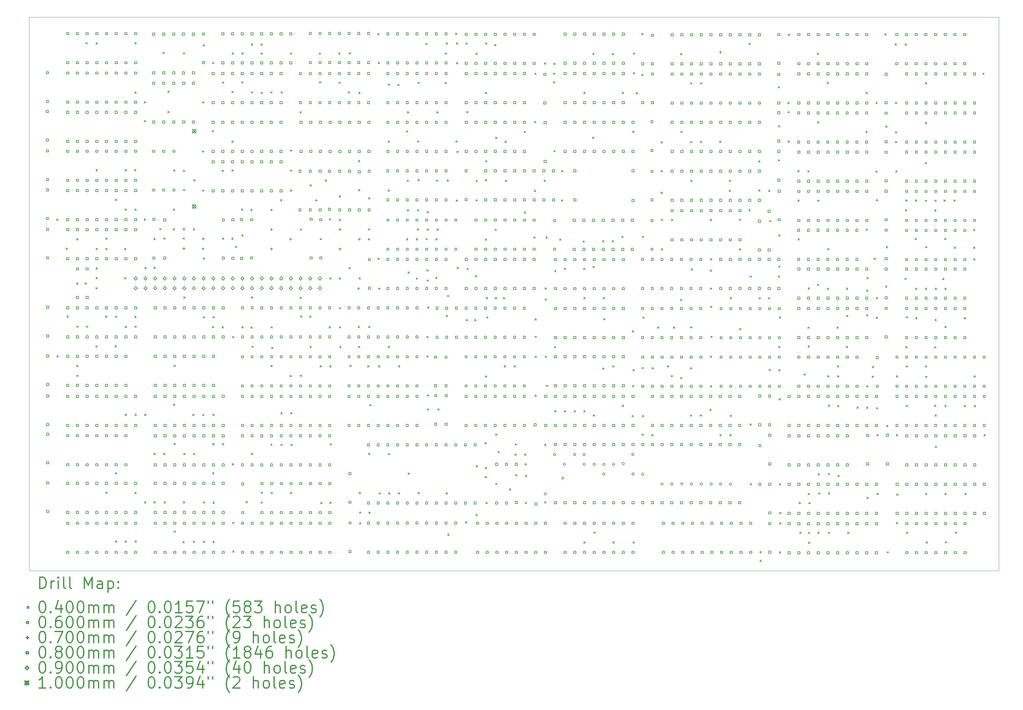
<source format=gbr>
%FSLAX45Y45*%
G04 Gerber Fmt 4.5, Leading zero omitted, Abs format (unit mm)*
G04 Created by KiCad (PCBNEW (5.1.12)-1) date 2023-01-17 10:45:40*
%MOMM*%
%LPD*%
G01*
G04 APERTURE LIST*
%TA.AperFunction,Profile*%
%ADD10C,0.100000*%
%TD*%
%ADD11C,0.200000*%
%ADD12C,0.300000*%
G04 APERTURE END LIST*
D10*
X27660000Y-1850000D02*
X27660000Y-16350000D01*
X2260000Y-1850000D02*
X27660000Y-1850000D01*
X2260000Y-16350000D02*
X2260000Y-1850000D01*
X27660000Y-16350000D02*
X2260000Y-16350000D01*
D11*
X2985000Y-7134000D02*
X3025000Y-7174000D01*
X3025000Y-7134000D02*
X2985000Y-7174000D01*
X2989000Y-10716000D02*
X3029000Y-10756000D01*
X3029000Y-10716000D02*
X2989000Y-10756000D01*
X3229000Y-7898000D02*
X3269000Y-7938000D01*
X3269000Y-7898000D02*
X3229000Y-7938000D01*
X3252000Y-9677000D02*
X3292000Y-9717000D01*
X3292000Y-9677000D02*
X3252000Y-9717000D01*
X3506000Y-8814000D02*
X3546000Y-8854000D01*
X3546000Y-8814000D02*
X3506000Y-8854000D01*
X3508000Y-7651000D02*
X3548000Y-7691000D01*
X3548000Y-7651000D02*
X3508000Y-7691000D01*
X3509000Y-10970000D02*
X3549000Y-11010000D01*
X3549000Y-10970000D02*
X3509000Y-11010000D01*
X3509000Y-11229000D02*
X3549000Y-11269000D01*
X3549000Y-11229000D02*
X3509000Y-11269000D01*
X3510000Y-9941000D02*
X3550000Y-9981000D01*
X3550000Y-9941000D02*
X3510000Y-9981000D01*
X3727000Y-8813000D02*
X3767000Y-8853000D01*
X3767000Y-8813000D02*
X3727000Y-8853000D01*
X3744000Y-2517000D02*
X3784000Y-2557000D01*
X3784000Y-2517000D02*
X3744000Y-2557000D01*
X3763000Y-9942000D02*
X3803000Y-9982000D01*
X3803000Y-9942000D02*
X3763000Y-9982000D01*
X4009000Y-10459000D02*
X4049000Y-10499000D01*
X4049000Y-10459000D02*
X4009000Y-10499000D01*
X4012000Y-8935000D02*
X4052000Y-8975000D01*
X4052000Y-8935000D02*
X4012000Y-8975000D01*
X4014000Y-5842000D02*
X4054000Y-5882000D01*
X4054000Y-5842000D02*
X4014000Y-5882000D01*
X4014000Y-8668000D02*
X4054000Y-8708000D01*
X4054000Y-8668000D02*
X4014000Y-8708000D01*
X4016000Y-7903000D02*
X4056000Y-7943000D01*
X4056000Y-7903000D02*
X4016000Y-7943000D01*
X4017000Y-8413000D02*
X4057000Y-8453000D01*
X4057000Y-8413000D02*
X4017000Y-8453000D01*
X4018000Y-2520000D02*
X4058000Y-2560000D01*
X4058000Y-2520000D02*
X4018000Y-2560000D01*
X4265000Y-9677000D02*
X4305000Y-9717000D01*
X4305000Y-9677000D02*
X4265000Y-9717000D01*
X4270735Y-7631735D02*
X4310735Y-7671735D01*
X4310735Y-7631735D02*
X4270735Y-7671735D01*
X4271000Y-7903000D02*
X4311000Y-7943000D01*
X4311000Y-7903000D02*
X4271000Y-7943000D01*
X4273000Y-14291000D02*
X4313000Y-14331000D01*
X4313000Y-14291000D02*
X4273000Y-14331000D01*
X4514000Y-10452000D02*
X4554000Y-10492000D01*
X4554000Y-10452000D02*
X4514000Y-10492000D01*
X4524000Y-6616000D02*
X4564000Y-6656000D01*
X4564000Y-6616000D02*
X4524000Y-6656000D01*
X4525000Y-13783000D02*
X4565000Y-13823000D01*
X4565000Y-13783000D02*
X4525000Y-13823000D01*
X4527000Y-15570000D02*
X4567000Y-15610000D01*
X4567000Y-15570000D02*
X4527000Y-15610000D01*
X4528000Y-9678000D02*
X4568000Y-9718000D01*
X4568000Y-9678000D02*
X4528000Y-9718000D01*
X4761000Y-8669000D02*
X4801000Y-8709000D01*
X4801000Y-8669000D02*
X4761000Y-8709000D01*
X4762000Y-7903000D02*
X4802000Y-7943000D01*
X4802000Y-7903000D02*
X4762000Y-7943000D01*
X4777000Y-5842000D02*
X4817000Y-5882000D01*
X4817000Y-5842000D02*
X4777000Y-5882000D01*
X4777000Y-9947000D02*
X4817000Y-9987000D01*
X4817000Y-9947000D02*
X4777000Y-9987000D01*
X4778000Y-12250000D02*
X4818000Y-12290000D01*
X4818000Y-12250000D02*
X4778000Y-12290000D01*
X4779000Y-6870000D02*
X4819000Y-6910000D01*
X4819000Y-6870000D02*
X4779000Y-6910000D01*
X4782000Y-15570000D02*
X4822000Y-15610000D01*
X4822000Y-15570000D02*
X4782000Y-15610000D01*
X5027000Y-5838000D02*
X5067000Y-5878000D01*
X5067000Y-5838000D02*
X5027000Y-5878000D01*
X5029000Y-9686000D02*
X5069000Y-9726000D01*
X5069000Y-9686000D02*
X5029000Y-9726000D01*
X5033000Y-2514000D02*
X5073000Y-2554000D01*
X5073000Y-2514000D02*
X5033000Y-2554000D01*
X5034000Y-3806000D02*
X5074000Y-3846000D01*
X5074000Y-3806000D02*
X5034000Y-3846000D01*
X5034000Y-9942000D02*
X5074000Y-9982000D01*
X5074000Y-9942000D02*
X5034000Y-9982000D01*
X5034000Y-14298000D02*
X5074000Y-14338000D01*
X5074000Y-14298000D02*
X5034000Y-14338000D01*
X5035000Y-6872000D02*
X5075000Y-6912000D01*
X5075000Y-6872000D02*
X5035000Y-6912000D01*
X5037000Y-12251000D02*
X5077000Y-12291000D01*
X5077000Y-12251000D02*
X5037000Y-12291000D01*
X5037000Y-15568000D02*
X5077000Y-15608000D01*
X5077000Y-15568000D02*
X5037000Y-15608000D01*
X5275000Y-7135000D02*
X5315000Y-7175000D01*
X5315000Y-7135000D02*
X5275000Y-7175000D01*
X5277000Y-4557000D02*
X5317000Y-4597000D01*
X5317000Y-4557000D02*
X5277000Y-4597000D01*
X5282000Y-4060000D02*
X5322000Y-4100000D01*
X5322000Y-4060000D02*
X5282000Y-4100000D01*
X5284000Y-14545000D02*
X5324000Y-14585000D01*
X5324000Y-14545000D02*
X5284000Y-14585000D01*
X5289000Y-12248000D02*
X5329000Y-12288000D01*
X5329000Y-12248000D02*
X5289000Y-12288000D01*
X5293000Y-8406000D02*
X5333000Y-8446000D01*
X5333000Y-8406000D02*
X5293000Y-8446000D01*
X5528000Y-7640000D02*
X5568000Y-7680000D01*
X5568000Y-7640000D02*
X5528000Y-7680000D01*
X5532000Y-13273000D02*
X5572000Y-13313000D01*
X5572000Y-13273000D02*
X5532000Y-13313000D01*
X5535000Y-14543000D02*
X5575000Y-14583000D01*
X5575000Y-14543000D02*
X5535000Y-14583000D01*
X5536000Y-8395000D02*
X5576000Y-8435000D01*
X5576000Y-8395000D02*
X5536000Y-8435000D01*
X5681000Y-7385000D02*
X5721000Y-7425000D01*
X5721000Y-7385000D02*
X5681000Y-7425000D01*
X5770000Y-2768000D02*
X5810000Y-2808000D01*
X5810000Y-2768000D02*
X5770000Y-2808000D01*
X5786000Y-7631000D02*
X5826000Y-7671000D01*
X5826000Y-7631000D02*
X5786000Y-7671000D01*
X5786000Y-13273000D02*
X5826000Y-13313000D01*
X5826000Y-13273000D02*
X5786000Y-13313000D01*
X5800000Y-14543000D02*
X5840000Y-14583000D01*
X5840000Y-14543000D02*
X5800000Y-14583000D01*
X5899000Y-3780000D02*
X5939000Y-3820000D01*
X5939000Y-3780000D02*
X5899000Y-3820000D01*
X5899000Y-4313000D02*
X5939000Y-4353000D01*
X5939000Y-4313000D02*
X5899000Y-4353000D01*
X6037000Y-7386000D02*
X6077000Y-7426000D01*
X6077000Y-7386000D02*
X6037000Y-7426000D01*
X6040000Y-6873000D02*
X6080000Y-6913000D01*
X6080000Y-6873000D02*
X6040000Y-6913000D01*
X6046000Y-11984000D02*
X6086000Y-12024000D01*
X6086000Y-11984000D02*
X6046000Y-12024000D01*
X6048000Y-5846000D02*
X6088000Y-5886000D01*
X6088000Y-5846000D02*
X6048000Y-5886000D01*
X6056000Y-10966000D02*
X6096000Y-11006000D01*
X6096000Y-10966000D02*
X6056000Y-11006000D01*
X6057000Y-13012000D02*
X6097000Y-13052000D01*
X6097000Y-13012000D02*
X6057000Y-13052000D01*
X6058000Y-15310000D02*
X6098000Y-15350000D01*
X6098000Y-15310000D02*
X6058000Y-15350000D01*
X6292000Y-15584000D02*
X6332000Y-15624000D01*
X6332000Y-15584000D02*
X6292000Y-15624000D01*
X6298000Y-7631000D02*
X6338000Y-7671000D01*
X6338000Y-7631000D02*
X6298000Y-7671000D01*
X6303000Y-14546000D02*
X6343000Y-14586000D01*
X6343000Y-14546000D02*
X6303000Y-14586000D01*
X6305000Y-5858000D02*
X6345000Y-5898000D01*
X6345000Y-5858000D02*
X6305000Y-5898000D01*
X6305000Y-6359000D02*
X6345000Y-6399000D01*
X6345000Y-6359000D02*
X6305000Y-6399000D01*
X6306000Y-2779000D02*
X6346000Y-2819000D01*
X6346000Y-2779000D02*
X6306000Y-2819000D01*
X6311000Y-9176000D02*
X6351000Y-9216000D01*
X6351000Y-9176000D02*
X6311000Y-9216000D01*
X6311000Y-13278000D02*
X6351000Y-13318000D01*
X6351000Y-13278000D02*
X6311000Y-13318000D01*
X6552000Y-12248000D02*
X6592000Y-12288000D01*
X6592000Y-12248000D02*
X6552000Y-12288000D01*
X6562000Y-7391000D02*
X6602000Y-7431000D01*
X6602000Y-7391000D02*
X6562000Y-7431000D01*
X6562000Y-15573000D02*
X6602000Y-15613000D01*
X6602000Y-15573000D02*
X6562000Y-15613000D01*
X6565000Y-13278000D02*
X6605000Y-13318000D01*
X6605000Y-13278000D02*
X6565000Y-13318000D01*
X6573000Y-6107000D02*
X6613000Y-6147000D01*
X6613000Y-6107000D02*
X6573000Y-6147000D01*
X6802000Y-7896000D02*
X6842000Y-7936000D01*
X6842000Y-7896000D02*
X6802000Y-7936000D01*
X6804000Y-5347000D02*
X6844000Y-5387000D01*
X6844000Y-5347000D02*
X6804000Y-5387000D01*
X6806000Y-4065000D02*
X6846000Y-4105000D01*
X6846000Y-4065000D02*
X6806000Y-4105000D01*
X6806000Y-6377000D02*
X6846000Y-6417000D01*
X6846000Y-6377000D02*
X6806000Y-6417000D01*
X6808000Y-12254000D02*
X6848000Y-12294000D01*
X6848000Y-12254000D02*
X6808000Y-12294000D01*
X6817000Y-8156000D02*
X6857000Y-8196000D01*
X6857000Y-8156000D02*
X6817000Y-8196000D01*
X6817000Y-14548000D02*
X6857000Y-14588000D01*
X6857000Y-14548000D02*
X6817000Y-14588000D01*
X6818000Y-9696000D02*
X6858000Y-9736000D01*
X6858000Y-9696000D02*
X6818000Y-9736000D01*
X6823000Y-2573000D02*
X6863000Y-2613000D01*
X6863000Y-2573000D02*
X6823000Y-2613000D01*
X6827000Y-15573000D02*
X6867000Y-15613000D01*
X6867000Y-15573000D02*
X6827000Y-15613000D01*
X7059765Y-4818235D02*
X7099765Y-4858235D01*
X7099765Y-4818235D02*
X7059765Y-4858235D01*
X7061000Y-9949000D02*
X7101000Y-9989000D01*
X7101000Y-9949000D02*
X7061000Y-9989000D01*
X7068000Y-3032000D02*
X7108000Y-3072000D01*
X7108000Y-3032000D02*
X7068000Y-3072000D01*
X7070000Y-13783000D02*
X7110000Y-13823000D01*
X7110000Y-13783000D02*
X7070000Y-13823000D01*
X7073000Y-12246000D02*
X7113000Y-12286000D01*
X7113000Y-12246000D02*
X7073000Y-12286000D01*
X7074000Y-13021000D02*
X7114000Y-13061000D01*
X7114000Y-13021000D02*
X7074000Y-13061000D01*
X7078000Y-14549000D02*
X7118000Y-14589000D01*
X7118000Y-14549000D02*
X7078000Y-14589000D01*
X7078000Y-15578000D02*
X7118000Y-15618000D01*
X7118000Y-15578000D02*
X7078000Y-15618000D01*
X7082000Y-9694000D02*
X7122000Y-9734000D01*
X7122000Y-9694000D02*
X7082000Y-9734000D01*
X7315000Y-9953000D02*
X7355000Y-9993000D01*
X7355000Y-9953000D02*
X7315000Y-9993000D01*
X7321000Y-5855000D02*
X7361000Y-5895000D01*
X7361000Y-5855000D02*
X7321000Y-5895000D01*
X7327000Y-3542000D02*
X7367000Y-3582000D01*
X7367000Y-3542000D02*
X7327000Y-3582000D01*
X7330000Y-13021000D02*
X7370000Y-13061000D01*
X7370000Y-13021000D02*
X7330000Y-13061000D01*
X7331000Y-7632999D02*
X7371000Y-7672999D01*
X7371000Y-7632999D02*
X7331000Y-7672999D01*
X7570000Y-7635000D02*
X7610000Y-7675000D01*
X7610000Y-7635000D02*
X7570000Y-7675000D01*
X7573000Y-3795000D02*
X7613000Y-3835000D01*
X7613000Y-3795000D02*
X7573000Y-3835000D01*
X7575000Y-5847000D02*
X7615000Y-5887000D01*
X7615000Y-5847000D02*
X7575000Y-5887000D01*
X7576000Y-5093000D02*
X7616000Y-5133000D01*
X7616000Y-5093000D02*
X7576000Y-5133000D01*
X7581000Y-13545000D02*
X7621000Y-13585000D01*
X7621000Y-13545000D02*
X7581000Y-13585000D01*
X7584000Y-2784000D02*
X7624000Y-2824000D01*
X7624000Y-2784000D02*
X7584000Y-2824000D01*
X7589000Y-15080000D02*
X7629000Y-15120000D01*
X7629000Y-15080000D02*
X7589000Y-15120000D01*
X7592000Y-10212000D02*
X7632000Y-10252000D01*
X7632000Y-10212000D02*
X7592000Y-10252000D01*
X7594000Y-15828000D02*
X7634000Y-15868000D01*
X7634000Y-15828000D02*
X7594000Y-15868000D01*
X7667000Y-7851000D02*
X7707000Y-7891000D01*
X7707000Y-7851000D02*
X7667000Y-7891000D01*
X7829000Y-3540000D02*
X7869000Y-3580000D01*
X7869000Y-3540000D02*
X7829000Y-3580000D01*
X7830000Y-6875000D02*
X7870000Y-6915000D01*
X7870000Y-6875000D02*
X7830000Y-6915000D01*
X7831000Y-7548000D02*
X7871000Y-7588000D01*
X7871000Y-7548000D02*
X7831000Y-7588000D01*
X7836000Y-2782000D02*
X7876000Y-2822000D01*
X7876000Y-2782000D02*
X7836000Y-2822000D01*
X7838000Y-9957000D02*
X7878000Y-9997000D01*
X7878000Y-9957000D02*
X7838000Y-9997000D01*
X7949000Y-14534499D02*
X7989000Y-14574499D01*
X7989000Y-14534499D02*
X7949000Y-14574499D01*
X8070000Y-6878000D02*
X8110000Y-6918000D01*
X8110000Y-6878000D02*
X8070000Y-6918000D01*
X8076000Y-9960000D02*
X8116000Y-10000000D01*
X8116000Y-9960000D02*
X8076000Y-10000000D01*
X8081000Y-9177000D02*
X8121000Y-9217000D01*
X8121000Y-9177000D02*
X8081000Y-9217000D01*
X8083000Y-2547000D02*
X8123000Y-2587000D01*
X8123000Y-2547000D02*
X8083000Y-2587000D01*
X8083000Y-3803000D02*
X8123000Y-3843000D01*
X8123000Y-3803000D02*
X8083000Y-3843000D01*
X8086000Y-13274000D02*
X8126000Y-13314000D01*
X8126000Y-13274000D02*
X8086000Y-13314000D01*
X8097000Y-10467000D02*
X8137000Y-10507000D01*
X8137000Y-10467000D02*
X8097000Y-10507000D01*
X8335000Y-2786000D02*
X8375000Y-2826000D01*
X8375000Y-2786000D02*
X8335000Y-2826000D01*
X8338000Y-2544000D02*
X8378000Y-2584000D01*
X8378000Y-2544000D02*
X8338000Y-2584000D01*
X8339000Y-3813000D02*
X8379000Y-3853000D01*
X8379000Y-3813000D02*
X8339000Y-3853000D01*
X8339000Y-14287000D02*
X8379000Y-14327000D01*
X8379000Y-14287000D02*
X8339000Y-14327000D01*
X8339000Y-14547000D02*
X8379000Y-14587000D01*
X8379000Y-14547000D02*
X8339000Y-14587000D01*
X8592000Y-3803000D02*
X8632000Y-3843000D01*
X8632000Y-3803000D02*
X8592000Y-3843000D01*
X8593000Y-6881000D02*
X8633000Y-6921000D01*
X8633000Y-6881000D02*
X8593000Y-6921000D01*
X8594000Y-13032000D02*
X8634000Y-13072000D01*
X8634000Y-13032000D02*
X8594000Y-13072000D01*
X8596000Y-9959000D02*
X8636000Y-9999000D01*
X8636000Y-9959000D02*
X8596000Y-9999000D01*
X8596000Y-10968000D02*
X8636000Y-11008000D01*
X8636000Y-10968000D02*
X8596000Y-11008000D01*
X8603000Y-14299000D02*
X8643000Y-14339000D01*
X8643000Y-14299000D02*
X8603000Y-14339000D01*
X8616500Y-10496500D02*
X8656500Y-10536500D01*
X8656500Y-10496500D02*
X8616500Y-10536500D01*
X8848000Y-6624000D02*
X8888000Y-6664000D01*
X8888000Y-6624000D02*
X8848000Y-6664000D01*
X8856000Y-12205000D02*
X8896000Y-12245000D01*
X8896000Y-12205000D02*
X8856000Y-12245000D01*
X8856000Y-13032000D02*
X8896000Y-13072000D01*
X8896000Y-13032000D02*
X8856000Y-13072000D01*
X8858000Y-3802000D02*
X8898000Y-3842000D01*
X8898000Y-3802000D02*
X8858000Y-3842000D01*
X9098000Y-11232000D02*
X9138000Y-11272000D01*
X9138000Y-11232000D02*
X9098000Y-11272000D01*
X9105000Y-5852000D02*
X9145000Y-5892000D01*
X9145000Y-5852000D02*
X9105000Y-5892000D01*
X9105000Y-14300000D02*
X9145000Y-14340000D01*
X9145000Y-14300000D02*
X9105000Y-14340000D01*
X9107000Y-2788000D02*
X9147000Y-2828000D01*
X9147000Y-2788000D02*
X9107000Y-2828000D01*
X9107000Y-5328000D02*
X9147000Y-5368000D01*
X9147000Y-5328000D02*
X9107000Y-5368000D01*
X9107000Y-6371000D02*
X9147000Y-6411000D01*
X9147000Y-6371000D02*
X9107000Y-6411000D01*
X9112000Y-12206000D02*
X9152000Y-12246000D01*
X9152000Y-12206000D02*
X9112000Y-12246000D01*
X9121000Y-13034000D02*
X9161000Y-13074000D01*
X9161000Y-13034000D02*
X9121000Y-13074000D01*
X9356000Y-4326000D02*
X9396000Y-4366000D01*
X9396000Y-4326000D02*
X9356000Y-4366000D01*
X9360000Y-9184000D02*
X9400000Y-9224000D01*
X9400000Y-9184000D02*
X9360000Y-9224000D01*
X9365000Y-7392000D02*
X9405000Y-7432000D01*
X9405000Y-7392000D02*
X9365000Y-7432000D01*
X9367000Y-11224000D02*
X9407000Y-11264000D01*
X9407000Y-11224000D02*
X9367000Y-11264000D01*
X9372000Y-9676000D02*
X9412000Y-9716000D01*
X9412000Y-9676000D02*
X9372000Y-9716000D01*
X9615000Y-9673000D02*
X9655000Y-9713000D01*
X9655000Y-9673000D02*
X9615000Y-9713000D01*
X9619000Y-10470000D02*
X9659000Y-10510000D01*
X9659000Y-10470000D02*
X9619000Y-10510000D01*
X9622000Y-6238000D02*
X9662000Y-6278000D01*
X9662000Y-6238000D02*
X9622000Y-6278000D01*
X9766000Y-6631000D02*
X9806000Y-6671000D01*
X9806000Y-6631000D02*
X9766000Y-6671000D01*
X9864000Y-2788000D02*
X9904000Y-2828000D01*
X9904000Y-2788000D02*
X9864000Y-2828000D01*
X9867000Y-3537000D02*
X9907000Y-3577000D01*
X9907000Y-3537000D02*
X9867000Y-3577000D01*
X9882000Y-10980000D02*
X9922000Y-11020000D01*
X9922000Y-10980000D02*
X9882000Y-11020000D01*
X9885000Y-7648000D02*
X9925000Y-7688000D01*
X9925000Y-7648000D02*
X9885000Y-7688000D01*
X9899000Y-14557000D02*
X9939000Y-14597000D01*
X9939000Y-14557000D02*
X9899000Y-14597000D01*
X10022000Y-6113000D02*
X10062000Y-6153000D01*
X10062000Y-6113000D02*
X10022000Y-6153000D01*
X10119000Y-9952000D02*
X10159000Y-9992000D01*
X10159000Y-9952000D02*
X10119000Y-9992000D01*
X10127000Y-7130000D02*
X10167000Y-7170000D01*
X10167000Y-7130000D02*
X10127000Y-7170000D01*
X10134000Y-10981000D02*
X10174000Y-11021000D01*
X10174000Y-10981000D02*
X10134000Y-11021000D01*
X10138000Y-8677000D02*
X10178000Y-8717000D01*
X10178000Y-8677000D02*
X10138000Y-8717000D01*
X10139000Y-14554000D02*
X10179000Y-14594000D01*
X10179000Y-14554000D02*
X10139000Y-14594000D01*
X10147000Y-13023000D02*
X10187000Y-13063000D01*
X10187000Y-13023000D02*
X10147000Y-13063000D01*
X10372000Y-2782000D02*
X10412000Y-2822000D01*
X10412000Y-2782000D02*
X10372000Y-2822000D01*
X10375000Y-3548000D02*
X10415000Y-3588000D01*
X10415000Y-3548000D02*
X10375000Y-3588000D01*
X10380000Y-6524000D02*
X10420000Y-6564000D01*
X10420000Y-6524000D02*
X10380000Y-6564000D01*
X10383000Y-7146000D02*
X10423000Y-7186000D01*
X10423000Y-7146000D02*
X10383000Y-7186000D01*
X10384000Y-8676000D02*
X10424000Y-8716000D01*
X10424000Y-8676000D02*
X10384000Y-8716000D01*
X10387000Y-9460000D02*
X10427000Y-9500000D01*
X10427000Y-9460000D02*
X10387000Y-9500000D01*
X10388000Y-9958000D02*
X10428000Y-9998000D01*
X10428000Y-9958000D02*
X10388000Y-9998000D01*
X10397000Y-10469000D02*
X10437000Y-10509000D01*
X10437000Y-10469000D02*
X10397000Y-10509000D01*
X10624000Y-3799499D02*
X10664000Y-3839499D01*
X10664000Y-3799499D02*
X10624000Y-3839499D01*
X10641000Y-8409000D02*
X10681000Y-8449000D01*
X10681000Y-8409000D02*
X10641000Y-8449000D01*
X10645000Y-2779000D02*
X10685000Y-2819000D01*
X10685000Y-2779000D02*
X10645000Y-2819000D01*
X10662000Y-10967000D02*
X10702000Y-11007000D01*
X10702000Y-10967000D02*
X10662000Y-11007000D01*
X10875000Y-8937000D02*
X10915000Y-8977000D01*
X10915000Y-8937000D02*
X10875000Y-8977000D01*
X10879000Y-9945000D02*
X10919000Y-9985000D01*
X10919000Y-9945000D02*
X10879000Y-9985000D01*
X10889000Y-5602000D02*
X10929000Y-5642000D01*
X10929000Y-5602000D02*
X10889000Y-5642000D01*
X10890000Y-10472000D02*
X10930000Y-10512000D01*
X10930000Y-10472000D02*
X10890000Y-10512000D01*
X10894000Y-6365000D02*
X10934000Y-6405000D01*
X10934000Y-6365000D02*
X10894000Y-6405000D01*
X10896000Y-3813000D02*
X10936000Y-3853000D01*
X10936000Y-3813000D02*
X10896000Y-3853000D01*
X10905000Y-8675000D02*
X10945000Y-8715000D01*
X10945000Y-8675000D02*
X10905000Y-8715000D01*
X10911000Y-14298000D02*
X10951000Y-14338000D01*
X10951000Y-14298000D02*
X10911000Y-14338000D01*
X10917000Y-14809000D02*
X10957000Y-14849000D01*
X10957000Y-14809000D02*
X10917000Y-14849000D01*
X10917000Y-15092000D02*
X10957000Y-15132000D01*
X10957000Y-15092000D02*
X10917000Y-15132000D01*
X11130000Y-10978000D02*
X11170000Y-11018000D01*
X11170000Y-10978000D02*
X11130000Y-11018000D01*
X11145000Y-7392000D02*
X11185000Y-7432000D01*
X11185000Y-7392000D02*
X11145000Y-7432000D01*
X11148000Y-7652000D02*
X11188000Y-7692000D01*
X11188000Y-7652000D02*
X11148000Y-7692000D01*
X11150000Y-13276000D02*
X11190000Y-13316000D01*
X11190000Y-13276000D02*
X11150000Y-13316000D01*
X11153000Y-9946000D02*
X11193000Y-9986000D01*
X11193000Y-9946000D02*
X11153000Y-9986000D01*
X11155000Y-6576000D02*
X11195000Y-6616000D01*
X11195000Y-6576000D02*
X11155000Y-6616000D01*
X11165000Y-14814000D02*
X11205000Y-14854000D01*
X11205000Y-14814000D02*
X11165000Y-14854000D01*
X11178999Y-11998001D02*
X11218999Y-12038001D01*
X11218999Y-11998001D02*
X11178999Y-12038001D01*
X11394000Y-2274000D02*
X11434000Y-2314000D01*
X11434000Y-2274000D02*
X11394000Y-2314000D01*
X11403497Y-8161497D02*
X11443497Y-8201497D01*
X11443497Y-8161497D02*
X11403497Y-8201497D01*
X11411000Y-3031000D02*
X11451000Y-3071000D01*
X11451000Y-3031000D02*
X11411000Y-3071000D01*
X11414000Y-10979000D02*
X11454000Y-11019000D01*
X11454000Y-10979000D02*
X11414000Y-11019000D01*
X11417000Y-8943000D02*
X11457000Y-8983000D01*
X11457000Y-8943000D02*
X11417000Y-8983000D01*
X11427000Y-14311000D02*
X11467000Y-14351000D01*
X11467000Y-14311000D02*
X11427000Y-14351000D01*
X11668000Y-5097000D02*
X11708000Y-5137000D01*
X11708000Y-5097000D02*
X11668000Y-5137000D01*
X11669000Y-10471000D02*
X11709000Y-10511000D01*
X11709000Y-10471000D02*
X11669000Y-10511000D01*
X11670000Y-13278000D02*
X11710000Y-13318000D01*
X11710000Y-13278000D02*
X11670000Y-13318000D01*
X11671000Y-3600000D02*
X11711000Y-3640000D01*
X11711000Y-3600000D02*
X11671000Y-3640000D01*
X11673000Y-6370000D02*
X11713000Y-6410000D01*
X11713000Y-6370000D02*
X11673000Y-6410000D01*
X11678000Y-14305000D02*
X11718000Y-14345000D01*
X11718000Y-14305000D02*
X11678000Y-14345000D01*
X11920000Y-3609000D02*
X11960000Y-3649000D01*
X11960000Y-3609000D02*
X11920000Y-3649000D01*
X11934000Y-14309000D02*
X11974000Y-14349000D01*
X11974000Y-14309000D02*
X11934000Y-14349000D01*
X11938000Y-10980000D02*
X11978000Y-11020000D01*
X11978000Y-10980000D02*
X11938000Y-11020000D01*
X12146000Y-4828000D02*
X12186000Y-4868000D01*
X12186000Y-4828000D02*
X12146000Y-4868000D01*
X12150000Y-7651000D02*
X12190000Y-7691000D01*
X12190000Y-7651000D02*
X12150000Y-7691000D01*
X12167000Y-6115000D02*
X12207000Y-6155000D01*
X12207000Y-6115000D02*
X12167000Y-6155000D01*
X12169000Y-4322000D02*
X12209000Y-4362000D01*
X12209000Y-4322000D02*
X12169000Y-4362000D01*
X12171000Y-6889000D02*
X12211000Y-6929000D01*
X12211000Y-6889000D02*
X12171000Y-6929000D01*
X12183000Y-8525000D02*
X12223000Y-8565000D01*
X12223000Y-8525000D02*
X12183000Y-8565000D01*
X12189000Y-13787000D02*
X12229000Y-13827000D01*
X12229000Y-13787000D02*
X12189000Y-13827000D01*
X12403000Y-7650000D02*
X12443000Y-7690000D01*
X12443000Y-7650000D02*
X12403000Y-7690000D01*
X12403000Y-8679000D02*
X12443000Y-8719000D01*
X12443000Y-8679000D02*
X12403000Y-8719000D01*
X12434000Y-6890000D02*
X12474000Y-6930000D01*
X12474000Y-6890000D02*
X12434000Y-6930000D01*
X12435000Y-7387000D02*
X12475000Y-7427000D01*
X12475000Y-7387000D02*
X12435000Y-7427000D01*
X12437000Y-5091000D02*
X12477000Y-5131000D01*
X12477000Y-5091000D02*
X12437000Y-5131000D01*
X12449000Y-6102000D02*
X12489000Y-6142000D01*
X12489000Y-6102000D02*
X12449000Y-6142000D01*
X12449000Y-14297000D02*
X12489000Y-14337000D01*
X12489000Y-14297000D02*
X12449000Y-14337000D01*
X12451000Y-3548000D02*
X12491000Y-3588000D01*
X12491000Y-3548000D02*
X12451000Y-3588000D01*
X12655000Y-2532000D02*
X12695000Y-2572000D01*
X12695000Y-2532000D02*
X12655000Y-2572000D01*
X12657000Y-7648000D02*
X12697000Y-7688000D01*
X12697000Y-7648000D02*
X12657000Y-7688000D01*
X12678998Y-8467998D02*
X12718998Y-8507998D01*
X12718998Y-8467998D02*
X12678998Y-8507998D01*
X12679000Y-10721000D02*
X12719000Y-10761000D01*
X12719000Y-10721000D02*
X12679000Y-10761000D01*
X12682000Y-10211000D02*
X12722000Y-10251000D01*
X12722000Y-10211000D02*
X12682000Y-10251000D01*
X12687000Y-6942000D02*
X12727000Y-6982000D01*
X12727000Y-6942000D02*
X12687000Y-6982000D01*
X12687000Y-7395000D02*
X12727000Y-7435000D01*
X12727000Y-7395000D02*
X12687000Y-7435000D01*
X12690000Y-8730000D02*
X12730000Y-8770000D01*
X12730000Y-8730000D02*
X12690000Y-8770000D01*
X12695000Y-12109000D02*
X12735000Y-12149000D01*
X12735000Y-12109000D02*
X12695000Y-12149000D01*
X12697000Y-11745000D02*
X12737000Y-11785000D01*
X12737000Y-11745000D02*
X12697000Y-11785000D01*
X12700000Y-9439000D02*
X12740000Y-9479000D01*
X12740000Y-9439000D02*
X12700000Y-9479000D01*
X12912000Y-8656000D02*
X12952000Y-8696000D01*
X12952000Y-8656000D02*
X12912000Y-8696000D01*
X12915500Y-7654000D02*
X12955500Y-7694000D01*
X12955500Y-7654000D02*
X12915500Y-7694000D01*
X12930000Y-6115000D02*
X12970000Y-6155000D01*
X12970000Y-6115000D02*
X12930000Y-6155000D01*
X12943000Y-4321000D02*
X12983000Y-4361000D01*
X12983000Y-4321000D02*
X12943000Y-4361000D01*
X12951000Y-7398000D02*
X12991000Y-7438000D01*
X12991000Y-7398000D02*
X12951000Y-7438000D01*
X12964000Y-12109000D02*
X13004000Y-12149000D01*
X13004000Y-12109000D02*
X12964000Y-12149000D01*
X13163000Y-2788000D02*
X13203000Y-2828000D01*
X13203000Y-2788000D02*
X13163000Y-2828000D01*
X13163000Y-3555000D02*
X13203000Y-3595000D01*
X13203000Y-3555000D02*
X13163000Y-3595000D01*
X13184000Y-14307000D02*
X13224000Y-14347000D01*
X13224000Y-14307000D02*
X13184000Y-14347000D01*
X13186000Y-9659000D02*
X13226000Y-9699000D01*
X13226000Y-9659000D02*
X13186000Y-9699000D01*
X13189000Y-2523000D02*
X13229000Y-2563000D01*
X13229000Y-2523000D02*
X13189000Y-2563000D01*
X13212000Y-6112000D02*
X13252000Y-6152000D01*
X13252000Y-6112000D02*
X13212000Y-6152000D01*
X13221000Y-9136000D02*
X13261000Y-9176000D01*
X13261000Y-9136000D02*
X13221000Y-9176000D01*
X13224000Y-15388000D02*
X13264000Y-15428000D01*
X13264000Y-15388000D02*
X13224000Y-15428000D01*
X13434000Y-2269000D02*
X13474000Y-2309000D01*
X13474000Y-2269000D02*
X13434000Y-2309000D01*
X13442000Y-5091000D02*
X13482000Y-5131000D01*
X13482000Y-5091000D02*
X13442000Y-5131000D01*
X13450000Y-6636000D02*
X13490000Y-6676000D01*
X13490000Y-6636000D02*
X13450000Y-6676000D01*
X13458000Y-2521000D02*
X13498000Y-2561000D01*
X13498000Y-2521000D02*
X13458000Y-2561000D01*
X13459000Y-3034000D02*
X13499000Y-3074000D01*
X13499000Y-3034000D02*
X13459000Y-3074000D01*
X13468000Y-5361000D02*
X13508000Y-5401000D01*
X13508000Y-5361000D02*
X13468000Y-5401000D01*
X13474000Y-8396000D02*
X13514000Y-8436000D01*
X13514000Y-8396000D02*
X13474000Y-8436000D01*
X13691000Y-15069000D02*
X13731000Y-15109000D01*
X13731000Y-15069000D02*
X13691000Y-15109000D01*
X13705000Y-2524000D02*
X13745000Y-2564000D01*
X13745000Y-2524000D02*
X13705000Y-2564000D01*
X13713000Y-9770000D02*
X13753000Y-9810000D01*
X13753000Y-9770000D02*
X13713000Y-9810000D01*
X13718000Y-4319000D02*
X13758000Y-4359000D01*
X13758000Y-4319000D02*
X13718000Y-4359000D01*
X13734000Y-8425000D02*
X13774000Y-8465000D01*
X13774000Y-8425000D02*
X13734000Y-8465000D01*
X13930000Y-9766000D02*
X13970000Y-9806000D01*
X13970000Y-9766000D02*
X13930000Y-9806000D01*
X13958000Y-8616000D02*
X13998000Y-8656000D01*
X13998000Y-8616000D02*
X13958000Y-8656000D01*
X13963000Y-6632000D02*
X14003000Y-6672000D01*
X14003000Y-6632000D02*
X13963000Y-6672000D01*
X13964000Y-2791000D02*
X14004000Y-2831000D01*
X14004000Y-2791000D02*
X13964000Y-2831000D01*
X13965000Y-14872000D02*
X14005000Y-14912000D01*
X14005000Y-14872000D02*
X13965000Y-14912000D01*
X13971000Y-6122000D02*
X14011000Y-6162000D01*
X14011000Y-6122000D02*
X13971000Y-6162000D01*
X13972000Y-13597000D02*
X14012000Y-13637000D01*
X14012000Y-13597000D02*
X13972000Y-13637000D01*
X14200000Y-12996000D02*
X14240000Y-13036000D01*
X14240000Y-12996000D02*
X14200000Y-13036000D01*
X14209000Y-7657000D02*
X14249000Y-7697000D01*
X14249000Y-7657000D02*
X14209000Y-7697000D01*
X14209000Y-13646000D02*
X14249000Y-13686000D01*
X14249000Y-13646000D02*
X14209000Y-13686000D01*
X14212000Y-11246000D02*
X14252000Y-11286000D01*
X14252000Y-11246000D02*
X14212000Y-11286000D01*
X14212000Y-13885000D02*
X14252000Y-13925000D01*
X14252000Y-13885000D02*
X14212000Y-13925000D01*
X14213000Y-3818000D02*
X14253000Y-3858000D01*
X14253000Y-3818000D02*
X14213000Y-3858000D01*
X14213000Y-6102000D02*
X14253000Y-6142000D01*
X14253000Y-6102000D02*
X14213000Y-6142000D01*
X14218000Y-2523000D02*
X14258000Y-2563000D01*
X14258000Y-2523000D02*
X14218000Y-2563000D01*
X14219000Y-5606000D02*
X14259000Y-5646000D01*
X14259000Y-5606000D02*
X14219000Y-5646000D01*
X14229000Y-14563000D02*
X14269000Y-14603000D01*
X14269000Y-14563000D02*
X14229000Y-14603000D01*
X14238000Y-9192000D02*
X14278000Y-9232000D01*
X14278000Y-9192000D02*
X14238000Y-9232000D01*
X14249000Y-9697000D02*
X14289000Y-9737000D01*
X14289000Y-9697000D02*
X14249000Y-9737000D01*
X14460000Y-2565000D02*
X14500000Y-2605000D01*
X14500000Y-2565000D02*
X14460000Y-2605000D01*
X14469000Y-7401000D02*
X14509000Y-7441000D01*
X14509000Y-7401000D02*
X14469000Y-7441000D01*
X14472000Y-9191000D02*
X14512000Y-9231000D01*
X14512000Y-9191000D02*
X14472000Y-9231000D01*
X14483000Y-4992000D02*
X14523000Y-5032000D01*
X14523000Y-4992000D02*
X14483000Y-5032000D01*
X14485000Y-12768000D02*
X14525000Y-12808000D01*
X14525000Y-12768000D02*
X14485000Y-12808000D01*
X14485000Y-14056000D02*
X14525000Y-14096000D01*
X14525000Y-14056000D02*
X14485000Y-14096000D01*
X14545000Y-13227000D02*
X14585000Y-13267000D01*
X14585000Y-13227000D02*
X14545000Y-13267000D01*
X14686000Y-9193000D02*
X14726000Y-9233000D01*
X14726000Y-9193000D02*
X14686000Y-9233000D01*
X14707000Y-10979000D02*
X14747000Y-11019000D01*
X14747000Y-10979000D02*
X14707000Y-11019000D01*
X14729000Y-5092000D02*
X14769000Y-5132000D01*
X14769000Y-5092000D02*
X14729000Y-5132000D01*
X14737000Y-6118000D02*
X14777000Y-6158000D01*
X14777000Y-6118000D02*
X14737000Y-6158000D01*
X14842000Y-14206000D02*
X14882000Y-14246000D01*
X14882000Y-14206000D02*
X14842000Y-14246000D01*
X14965000Y-10977000D02*
X15005000Y-11017000D01*
X15005000Y-10977000D02*
X14965000Y-11017000D01*
X14991000Y-13287000D02*
X15031000Y-13327000D01*
X15031000Y-13287000D02*
X14991000Y-13327000D01*
X14994000Y-13024000D02*
X15034000Y-13064000D01*
X15034000Y-13024000D02*
X14994000Y-13064000D01*
X15007000Y-13834000D02*
X15047000Y-13874000D01*
X15047000Y-13834000D02*
X15007000Y-13874000D01*
X15231000Y-4836000D02*
X15271000Y-4876000D01*
X15271000Y-4836000D02*
X15231000Y-4876000D01*
X15238000Y-6946000D02*
X15278000Y-6986000D01*
X15278000Y-6946000D02*
X15238000Y-6986000D01*
X15246000Y-13290000D02*
X15286000Y-13330000D01*
X15286000Y-13290000D02*
X15246000Y-13330000D01*
X15254000Y-13545000D02*
X15294000Y-13585000D01*
X15294000Y-13545000D02*
X15254000Y-13585000D01*
X15258000Y-14555000D02*
X15298000Y-14595000D01*
X15298000Y-14555000D02*
X15258000Y-14595000D01*
X15259000Y-13848000D02*
X15299000Y-13888000D01*
X15299000Y-13848000D02*
X15259000Y-13888000D01*
X15480000Y-7604000D02*
X15520000Y-7644000D01*
X15520000Y-7604000D02*
X15480000Y-7644000D01*
X15494000Y-6381000D02*
X15534000Y-6421000D01*
X15534000Y-6381000D02*
X15494000Y-6421000D01*
X15498000Y-4582000D02*
X15538000Y-4622000D01*
X15538000Y-4582000D02*
X15498000Y-4622000D01*
X15512000Y-3313000D02*
X15552000Y-3353000D01*
X15552000Y-3313000D02*
X15512000Y-3353000D01*
X15514000Y-11750000D02*
X15554000Y-11790000D01*
X15554000Y-11750000D02*
X15514000Y-11790000D01*
X15515000Y-10728000D02*
X15555000Y-10768000D01*
X15555000Y-10728000D02*
X15515000Y-10768000D01*
X15516000Y-10205000D02*
X15556000Y-10245000D01*
X15556000Y-10205000D02*
X15516000Y-10245000D01*
X15517000Y-9749000D02*
X15557000Y-9789000D01*
X15557000Y-9749000D02*
X15517000Y-9789000D01*
X15754000Y-6118000D02*
X15794000Y-6158000D01*
X15794000Y-6118000D02*
X15754000Y-6158000D01*
X15763000Y-3043000D02*
X15803000Y-3083000D01*
X15803000Y-3043000D02*
X15763000Y-3083000D01*
X15766000Y-13033000D02*
X15806000Y-13073000D01*
X15806000Y-13033000D02*
X15766000Y-13073000D01*
X15768000Y-14546000D02*
X15808000Y-14586000D01*
X15808000Y-14546000D02*
X15768000Y-14586000D01*
X15775000Y-8937000D02*
X15815000Y-8977000D01*
X15815000Y-8937000D02*
X15775000Y-8977000D01*
X15775000Y-10730000D02*
X15815000Y-10770000D01*
X15815000Y-10730000D02*
X15775000Y-10770000D01*
X15776000Y-9230000D02*
X15816000Y-9270000D01*
X15816000Y-9230000D02*
X15776000Y-9270000D01*
X15799000Y-7602000D02*
X15839000Y-7642000D01*
X15839000Y-7602000D02*
X15799000Y-7642000D01*
X15813000Y-11490000D02*
X15853000Y-11530000D01*
X15853000Y-11490000D02*
X15813000Y-11530000D01*
X15998000Y-3312000D02*
X16038000Y-3352000D01*
X16038000Y-3312000D02*
X15998000Y-3352000D01*
X15998000Y-3535000D02*
X16038000Y-3575000D01*
X16038000Y-3535000D02*
X15998000Y-3575000D01*
X16006000Y-3052000D02*
X16046000Y-3092000D01*
X16046000Y-3052000D02*
X16006000Y-3092000D01*
X16011000Y-5344000D02*
X16051000Y-5384000D01*
X16051000Y-5344000D02*
X16011000Y-5384000D01*
X16020000Y-10475000D02*
X16060000Y-10515000D01*
X16060000Y-10475000D02*
X16020000Y-10515000D01*
X16027000Y-8478000D02*
X16067000Y-8518000D01*
X16067000Y-8478000D02*
X16027000Y-8518000D01*
X16030000Y-12154000D02*
X16070000Y-12194000D01*
X16070000Y-12154000D02*
X16030000Y-12194000D01*
X16158000Y-7661000D02*
X16198000Y-7701000D01*
X16198000Y-7661000D02*
X16158000Y-7701000D01*
X16206000Y-6631000D02*
X16246000Y-6671000D01*
X16246000Y-6631000D02*
X16206000Y-6671000D01*
X16210000Y-5866000D02*
X16250000Y-5906000D01*
X16250000Y-5866000D02*
X16210000Y-5906000D01*
X16277000Y-8427000D02*
X16317000Y-8467000D01*
X16317000Y-8427000D02*
X16277000Y-8467000D01*
X16284000Y-12157000D02*
X16324000Y-12197000D01*
X16324000Y-12157000D02*
X16284000Y-12197000D01*
X16537000Y-12157000D02*
X16577000Y-12197000D01*
X16577000Y-12157000D02*
X16537000Y-12197000D01*
X16773000Y-7706000D02*
X16813000Y-7746000D01*
X16813000Y-7706000D02*
X16773000Y-7746000D01*
X16788000Y-8427000D02*
X16828000Y-8467000D01*
X16828000Y-8427000D02*
X16788000Y-8467000D01*
X16789000Y-3817000D02*
X16829000Y-3857000D01*
X16829000Y-3817000D02*
X16789000Y-3857000D01*
X16789000Y-12153000D02*
X16829000Y-12193000D01*
X16829000Y-12153000D02*
X16789000Y-12193000D01*
X16792000Y-15591000D02*
X16832000Y-15631000D01*
X16832000Y-15591000D02*
X16792000Y-15631000D01*
X16793000Y-9193000D02*
X16833000Y-9233000D01*
X16833000Y-9193000D02*
X16793000Y-9233000D01*
X17025000Y-4994000D02*
X17065000Y-5034000D01*
X17065000Y-4994000D02*
X17025000Y-5034000D01*
X17026000Y-2793000D02*
X17066000Y-2833000D01*
X17066000Y-2793000D02*
X17026000Y-2833000D01*
X17032000Y-8376000D02*
X17072000Y-8416000D01*
X17072000Y-8376000D02*
X17032000Y-8416000D01*
X17039000Y-12266000D02*
X17079000Y-12306000D01*
X17079000Y-12266000D02*
X17039000Y-12306000D01*
X17057000Y-15334000D02*
X17097000Y-15374000D01*
X17097000Y-15334000D02*
X17057000Y-15374000D01*
X17286000Y-7704000D02*
X17326000Y-7744000D01*
X17326000Y-7704000D02*
X17286000Y-7744000D01*
X17286000Y-11038000D02*
X17326000Y-11078000D01*
X17326000Y-11038000D02*
X17286000Y-11078000D01*
X17297000Y-9193000D02*
X17337000Y-9233000D01*
X17337000Y-9193000D02*
X17297000Y-9233000D01*
X17312000Y-9746000D02*
X17352000Y-9786000D01*
X17352000Y-9746000D02*
X17312000Y-9786000D01*
X17537000Y-2799000D02*
X17577000Y-2839000D01*
X17577000Y-2799000D02*
X17537000Y-2839000D01*
X17539000Y-7703000D02*
X17579000Y-7743000D01*
X17579000Y-7703000D02*
X17539000Y-7743000D01*
X17549000Y-10984000D02*
X17589000Y-11024000D01*
X17589000Y-10984000D02*
X17549000Y-11024000D01*
X17556000Y-15593000D02*
X17596000Y-15633000D01*
X17596000Y-15593000D02*
X17556000Y-15633000D01*
X17789000Y-7587000D02*
X17829000Y-7627000D01*
X17829000Y-7587000D02*
X17789000Y-7627000D01*
X17804000Y-3816000D02*
X17844000Y-3856000D01*
X17844000Y-3816000D02*
X17804000Y-3856000D01*
X17804000Y-12012000D02*
X17844000Y-12052000D01*
X17844000Y-12012000D02*
X17804000Y-12052000D01*
X18057000Y-12280000D02*
X18097000Y-12320000D01*
X18097000Y-12280000D02*
X18057000Y-12320000D01*
X18066000Y-10067000D02*
X18106000Y-10107000D01*
X18106000Y-10067000D02*
X18066000Y-10107000D01*
X18067000Y-11496000D02*
X18107000Y-11536000D01*
X18107000Y-11496000D02*
X18067000Y-11536000D01*
X18073000Y-4834000D02*
X18113000Y-4874000D01*
X18113000Y-4834000D02*
X18073000Y-4874000D01*
X18078000Y-11079000D02*
X18118000Y-11119000D01*
X18118000Y-11079000D02*
X18078000Y-11119000D01*
X18078000Y-15592000D02*
X18118000Y-15632000D01*
X18118000Y-15592000D02*
X18078000Y-15632000D01*
X18089000Y-2787000D02*
X18129000Y-2827000D01*
X18129000Y-2787000D02*
X18089000Y-2827000D01*
X18089000Y-3301000D02*
X18129000Y-3341000D01*
X18129000Y-3301000D02*
X18089000Y-3341000D01*
X18166000Y-3823000D02*
X18206000Y-3863000D01*
X18206000Y-3823000D02*
X18166000Y-3863000D01*
X18307000Y-3345000D02*
X18347000Y-3385000D01*
X18347000Y-3345000D02*
X18307000Y-3385000D01*
X18308000Y-2275000D02*
X18348000Y-2315000D01*
X18348000Y-2275000D02*
X18308000Y-2315000D01*
X18317000Y-11026000D02*
X18357000Y-11066000D01*
X18357000Y-11026000D02*
X18317000Y-11066000D01*
X18319000Y-12769000D02*
X18359000Y-12809000D01*
X18359000Y-12769000D02*
X18319000Y-12809000D01*
X18321000Y-12280000D02*
X18361000Y-12320000D01*
X18361000Y-12280000D02*
X18321000Y-12320000D01*
X18323000Y-7587000D02*
X18363000Y-7627000D01*
X18363000Y-7587000D02*
X18323000Y-7627000D01*
X18337000Y-9705000D02*
X18377000Y-9745000D01*
X18377000Y-9705000D02*
X18337000Y-9745000D01*
X18569000Y-12782000D02*
X18609000Y-12822000D01*
X18609000Y-12782000D02*
X18569000Y-12822000D01*
X18578000Y-11030000D02*
X18618000Y-11070000D01*
X18618000Y-11030000D02*
X18578000Y-11070000D01*
X18722000Y-9961000D02*
X18762000Y-10001000D01*
X18762000Y-9961000D02*
X18722000Y-10001000D01*
X18816000Y-5111000D02*
X18856000Y-5151000D01*
X18856000Y-5111000D02*
X18816000Y-5151000D01*
X18816000Y-5866000D02*
X18856000Y-5906000D01*
X18856000Y-5866000D02*
X18816000Y-5906000D01*
X18818000Y-6429000D02*
X18858000Y-6469000D01*
X18858000Y-6429000D02*
X18818000Y-6469000D01*
X18819000Y-7140000D02*
X18859000Y-7180000D01*
X18859000Y-7140000D02*
X18819000Y-7180000D01*
X18822000Y-7912000D02*
X18862000Y-7952000D01*
X18862000Y-7912000D02*
X18822000Y-7952000D01*
X18987000Y-10981000D02*
X19027000Y-11021000D01*
X19027000Y-10981000D02*
X18987000Y-11021000D01*
X19078000Y-11236000D02*
X19118000Y-11276000D01*
X19118000Y-11236000D02*
X19078000Y-11276000D01*
X19086000Y-7142000D02*
X19126000Y-7182000D01*
X19126000Y-7142000D02*
X19086000Y-7182000D01*
X19140000Y-9961000D02*
X19180000Y-10001000D01*
X19180000Y-9961000D02*
X19140000Y-10001000D01*
X19324000Y-2797000D02*
X19364000Y-2837000D01*
X19364000Y-2797000D02*
X19324000Y-2837000D01*
X19327000Y-9242000D02*
X19367000Y-9282000D01*
X19367000Y-9242000D02*
X19327000Y-9282000D01*
X19327000Y-11288000D02*
X19367000Y-11328000D01*
X19367000Y-11288000D02*
X19327000Y-11328000D01*
X19332000Y-4836000D02*
X19372000Y-4876000D01*
X19372000Y-4836000D02*
X19332000Y-4876000D01*
X19584000Y-12270000D02*
X19624000Y-12310000D01*
X19624000Y-12270000D02*
X19584000Y-12310000D01*
X19586000Y-11028000D02*
X19626000Y-11068000D01*
X19626000Y-11028000D02*
X19586000Y-11068000D01*
X19587000Y-5106000D02*
X19627000Y-5146000D01*
X19627000Y-5106000D02*
X19587000Y-5146000D01*
X19589000Y-9959000D02*
X19629000Y-9999000D01*
X19629000Y-9959000D02*
X19589000Y-9999000D01*
X19593000Y-3565000D02*
X19633000Y-3605000D01*
X19633000Y-3565000D02*
X19593000Y-3605000D01*
X19594000Y-6119000D02*
X19634000Y-6159000D01*
X19634000Y-6119000D02*
X19594000Y-6159000D01*
X19606000Y-8437000D02*
X19646000Y-8477000D01*
X19646000Y-8437000D02*
X19606000Y-8477000D01*
X19842000Y-12264000D02*
X19882000Y-12304000D01*
X19882000Y-12264000D02*
X19842000Y-12304000D01*
X19846000Y-5105000D02*
X19886000Y-5145000D01*
X19886000Y-5105000D02*
X19846000Y-5145000D01*
X19849000Y-3565000D02*
X19889000Y-3605000D01*
X19889000Y-3565000D02*
X19849000Y-3605000D01*
X20092000Y-12121000D02*
X20132000Y-12161000D01*
X20132000Y-12121000D02*
X20092000Y-12161000D01*
X20104000Y-8943000D02*
X20144000Y-8983000D01*
X20144000Y-8943000D02*
X20104000Y-8983000D01*
X20105000Y-8470000D02*
X20145000Y-8510000D01*
X20145000Y-8470000D02*
X20105000Y-8510000D01*
X20106000Y-7143000D02*
X20146000Y-7183000D01*
X20146000Y-7143000D02*
X20106000Y-7183000D01*
X20106000Y-10728000D02*
X20146000Y-10768000D01*
X20146000Y-10728000D02*
X20106000Y-10768000D01*
X20108000Y-8176000D02*
X20148000Y-8216000D01*
X20148000Y-8176000D02*
X20108000Y-8216000D01*
X20108000Y-11503000D02*
X20148000Y-11543000D01*
X20148000Y-11503000D02*
X20108000Y-11543000D01*
X20114000Y-9423000D02*
X20154000Y-9463000D01*
X20154000Y-9423000D02*
X20114000Y-9463000D01*
X20120000Y-10209000D02*
X20160000Y-10249000D01*
X20160000Y-10209000D02*
X20120000Y-10249000D01*
X20352000Y-5093000D02*
X20392000Y-5133000D01*
X20392000Y-5093000D02*
X20352000Y-5133000D01*
X20355000Y-2748000D02*
X20395000Y-2788000D01*
X20395000Y-2748000D02*
X20355000Y-2788000D01*
X20360000Y-12779000D02*
X20400000Y-12819000D01*
X20400000Y-12779000D02*
X20360000Y-12819000D01*
X20600000Y-6381000D02*
X20640000Y-6421000D01*
X20640000Y-6381000D02*
X20600000Y-6421000D01*
X20605000Y-6118000D02*
X20645000Y-6158000D01*
X20645000Y-6118000D02*
X20605000Y-6158000D01*
X20618000Y-12782000D02*
X20658000Y-12822000D01*
X20658000Y-12782000D02*
X20618000Y-12822000D01*
X20626000Y-9193000D02*
X20666000Y-9233000D01*
X20666000Y-9193000D02*
X20626000Y-9233000D01*
X20629000Y-12273000D02*
X20669000Y-12313000D01*
X20669000Y-12273000D02*
X20629000Y-12313000D01*
X20865000Y-7914000D02*
X20905000Y-7954000D01*
X20905000Y-7914000D02*
X20865000Y-7954000D01*
X20868000Y-7140000D02*
X20908000Y-7180000D01*
X20908000Y-7140000D02*
X20868000Y-7180000D01*
X20873000Y-10007000D02*
X20913000Y-10047000D01*
X20913000Y-10007000D02*
X20873000Y-10047000D01*
X21116000Y-6890000D02*
X21156000Y-6930000D01*
X21156000Y-6890000D02*
X21116000Y-6930000D01*
X21119000Y-2531000D02*
X21159000Y-2571000D01*
X21159000Y-2531000D02*
X21119000Y-2571000D01*
X21145000Y-8630000D02*
X21185000Y-8670000D01*
X21185000Y-8630000D02*
X21145000Y-8670000D01*
X21147000Y-12503000D02*
X21187000Y-12543000D01*
X21187000Y-12503000D02*
X21147000Y-12543000D01*
X21154000Y-14070000D02*
X21194000Y-14110000D01*
X21194000Y-14070000D02*
X21154000Y-14110000D01*
X21373000Y-6375000D02*
X21413000Y-6415000D01*
X21413000Y-6375000D02*
X21373000Y-6415000D01*
X21374000Y-5608000D02*
X21414000Y-5648000D01*
X21414000Y-5608000D02*
X21374000Y-5648000D01*
X21384000Y-9197000D02*
X21424000Y-9237000D01*
X21424000Y-9197000D02*
X21384000Y-9237000D01*
X21403000Y-15849000D02*
X21443000Y-15889000D01*
X21443000Y-15849000D02*
X21403000Y-15889000D01*
X21405000Y-16073000D02*
X21445000Y-16113000D01*
X21445000Y-16073000D02*
X21405000Y-16113000D01*
X21627000Y-9197000D02*
X21667000Y-9237000D01*
X21667000Y-9197000D02*
X21627000Y-9237000D01*
X21632000Y-6380000D02*
X21672000Y-6420000D01*
X21672000Y-6380000D02*
X21632000Y-6420000D01*
X21646000Y-11077000D02*
X21686000Y-11117000D01*
X21686000Y-11077000D02*
X21646000Y-11117000D01*
X21657000Y-7172000D02*
X21697000Y-7212000D01*
X21697000Y-7172000D02*
X21657000Y-7212000D01*
X21885765Y-5582235D02*
X21925765Y-5622235D01*
X21925765Y-5582235D02*
X21885765Y-5622235D01*
X21886000Y-3668000D02*
X21926000Y-3708000D01*
X21926000Y-3668000D02*
X21886000Y-3708000D01*
X21886000Y-8629000D02*
X21926000Y-8669000D01*
X21926000Y-8629000D02*
X21886000Y-8669000D01*
X21889000Y-4693000D02*
X21929000Y-4733000D01*
X21929000Y-4693000D02*
X21889000Y-4733000D01*
X21896000Y-8366000D02*
X21936000Y-8406000D01*
X21936000Y-8366000D02*
X21896000Y-8406000D01*
X21898000Y-7549000D02*
X21938000Y-7589000D01*
X21938000Y-7549000D02*
X21898000Y-7589000D01*
X21901000Y-10472000D02*
X21941000Y-10512000D01*
X21941000Y-10472000D02*
X21901000Y-10512000D01*
X21901000Y-11078000D02*
X21941000Y-11118000D01*
X21941000Y-11078000D02*
X21901000Y-11118000D01*
X21905000Y-11842000D02*
X21945000Y-11882000D01*
X21945000Y-11842000D02*
X21905000Y-11882000D01*
X21912000Y-9703000D02*
X21952000Y-9743000D01*
X21952000Y-9703000D02*
X21912000Y-9743000D01*
X21913000Y-15853000D02*
X21953000Y-15893000D01*
X21953000Y-15853000D02*
X21913000Y-15893000D01*
X21919000Y-14069000D02*
X21959000Y-14109000D01*
X21959000Y-14069000D02*
X21919000Y-14109000D01*
X21920000Y-15091000D02*
X21960000Y-15131000D01*
X21960000Y-15091000D02*
X21920000Y-15131000D01*
X21922000Y-14821000D02*
X21962000Y-14861000D01*
X21962000Y-14821000D02*
X21922000Y-14861000D01*
X22138000Y-4080000D02*
X22178000Y-4120000D01*
X22178000Y-4080000D02*
X22138000Y-4120000D01*
X22140000Y-4320000D02*
X22180000Y-4360000D01*
X22180000Y-4320000D02*
X22140000Y-4360000D01*
X22144000Y-5093000D02*
X22184000Y-5133000D01*
X22184000Y-5093000D02*
X22144000Y-5133000D01*
X22154000Y-2289000D02*
X22194000Y-2329000D01*
X22194000Y-2289000D02*
X22154000Y-2329000D01*
X22397000Y-5867000D02*
X22437000Y-5907000D01*
X22437000Y-5867000D02*
X22397000Y-5907000D01*
X22400000Y-6637000D02*
X22440000Y-6677000D01*
X22440000Y-6637000D02*
X22400000Y-6677000D01*
X22403000Y-7654000D02*
X22443000Y-7694000D01*
X22443000Y-7654000D02*
X22403000Y-7694000D01*
X22433000Y-14563000D02*
X22473000Y-14603000D01*
X22473000Y-14563000D02*
X22433000Y-14603000D01*
X22447000Y-15336000D02*
X22487000Y-15376000D01*
X22487000Y-15336000D02*
X22447000Y-15376000D01*
X22558000Y-11195000D02*
X22598000Y-11235000D01*
X22598000Y-11195000D02*
X22558000Y-11235000D01*
X22656000Y-5868000D02*
X22696000Y-5908000D01*
X22696000Y-5868000D02*
X22656000Y-5908000D01*
X22662000Y-9968000D02*
X22702000Y-10008000D01*
X22702000Y-9968000D02*
X22662000Y-10008000D01*
X22665000Y-8939000D02*
X22705000Y-8979000D01*
X22705000Y-8939000D02*
X22665000Y-8979000D01*
X22665000Y-10465000D02*
X22705000Y-10505000D01*
X22705000Y-10465000D02*
X22665000Y-10505000D01*
X22670000Y-14320000D02*
X22710000Y-14360000D01*
X22710000Y-14320000D02*
X22670000Y-14360000D01*
X22675000Y-15343000D02*
X22715000Y-15383000D01*
X22715000Y-15343000D02*
X22675000Y-15383000D01*
X22679000Y-15604000D02*
X22719000Y-15644000D01*
X22719000Y-15604000D02*
X22679000Y-15644000D01*
X22688000Y-14565000D02*
X22728000Y-14605000D01*
X22728000Y-14565000D02*
X22688000Y-14605000D01*
X22906000Y-2793000D02*
X22946000Y-2833000D01*
X22946000Y-2793000D02*
X22906000Y-2833000D01*
X22912000Y-4584000D02*
X22952000Y-4624000D01*
X22952000Y-4584000D02*
X22912000Y-4624000D01*
X22912000Y-8841000D02*
X22952000Y-8881000D01*
X22952000Y-8841000D02*
X22912000Y-8881000D01*
X22913000Y-6639000D02*
X22953000Y-6679000D01*
X22953000Y-6639000D02*
X22913000Y-6679000D01*
X22919000Y-15338000D02*
X22959000Y-15378000D01*
X22959000Y-15338000D02*
X22919000Y-15378000D01*
X22927000Y-13805000D02*
X22967000Y-13845000D01*
X22967000Y-13805000D02*
X22927000Y-13845000D01*
X22939000Y-14311000D02*
X22979000Y-14351000D01*
X22979000Y-14311000D02*
X22939000Y-14351000D01*
X23166000Y-3555000D02*
X23206000Y-3595000D01*
X23206000Y-3555000D02*
X23166000Y-3595000D01*
X23167000Y-8948000D02*
X23207000Y-8988000D01*
X23207000Y-8948000D02*
X23167000Y-8988000D01*
X23175884Y-7909884D02*
X23215884Y-7949884D01*
X23215884Y-7909884D02*
X23175884Y-7949884D01*
X23177000Y-11240000D02*
X23217000Y-11280000D01*
X23217000Y-11240000D02*
X23177000Y-11280000D01*
X23193000Y-15344000D02*
X23233000Y-15384000D01*
X23233000Y-15344000D02*
X23193000Y-15384000D01*
X23195000Y-13803000D02*
X23235000Y-13843000D01*
X23235000Y-13803000D02*
X23195000Y-13843000D01*
X23198000Y-12014000D02*
X23238000Y-12054000D01*
X23238000Y-12014000D02*
X23198000Y-12054000D01*
X23198000Y-14308000D02*
X23238000Y-14348000D01*
X23238000Y-14308000D02*
X23198000Y-14348000D01*
X23421000Y-9963000D02*
X23461000Y-10003000D01*
X23461000Y-9963000D02*
X23421000Y-10003000D01*
X23435000Y-10980000D02*
X23475000Y-11020000D01*
X23475000Y-10980000D02*
X23435000Y-11020000D01*
X23441000Y-11243000D02*
X23481000Y-11283000D01*
X23481000Y-11243000D02*
X23441000Y-11283000D01*
X23442000Y-12018000D02*
X23482000Y-12058000D01*
X23482000Y-12018000D02*
X23442000Y-12058000D01*
X23449000Y-13851000D02*
X23489000Y-13891000D01*
X23489000Y-13851000D02*
X23449000Y-13891000D01*
X23670000Y-10468000D02*
X23710000Y-10508000D01*
X23710000Y-10468000D02*
X23670000Y-10508000D01*
X23674000Y-8948000D02*
X23714000Y-8988000D01*
X23714000Y-8948000D02*
X23674000Y-8988000D01*
X23677000Y-9657000D02*
X23717000Y-9697000D01*
X23717000Y-9657000D02*
X23677000Y-9697000D01*
X23704000Y-15338000D02*
X23744000Y-15378000D01*
X23744000Y-15338000D02*
X23704000Y-15378000D01*
X23948000Y-12063000D02*
X23988000Y-12103000D01*
X23988000Y-12063000D02*
X23948000Y-12103000D01*
X24180000Y-4842000D02*
X24220000Y-4882000D01*
X24220000Y-4842000D02*
X24180000Y-4882000D01*
X24183000Y-3817000D02*
X24223000Y-3857000D01*
X24223000Y-3817000D02*
X24183000Y-3857000D01*
X24188000Y-7402000D02*
X24228000Y-7442000D01*
X24228000Y-7402000D02*
X24188000Y-7442000D01*
X24196999Y-12062000D02*
X24236999Y-12102000D01*
X24236999Y-12062000D02*
X24196999Y-12102000D01*
X24197000Y-8997000D02*
X24237000Y-9037000D01*
X24237000Y-8997000D02*
X24197000Y-9037000D01*
X24199000Y-9640000D02*
X24239000Y-9680000D01*
X24239000Y-9640000D02*
X24199000Y-9680000D01*
X24200000Y-11501000D02*
X24240000Y-11541000D01*
X24240000Y-11501000D02*
X24200000Y-11541000D01*
X24208000Y-8670000D02*
X24248000Y-8710000D01*
X24248000Y-8670000D02*
X24208000Y-8710000D01*
X24213000Y-14423000D02*
X24253000Y-14463000D01*
X24253000Y-14423000D02*
X24213000Y-14463000D01*
X24349000Y-11247000D02*
X24389000Y-11287000D01*
X24389000Y-11247000D02*
X24349000Y-11287000D01*
X24350000Y-10993000D02*
X24390000Y-11033000D01*
X24390000Y-10993000D02*
X24350000Y-11033000D01*
X24395000Y-8162000D02*
X24435000Y-8202000D01*
X24435000Y-8162000D02*
X24395000Y-8202000D01*
X24441000Y-5877000D02*
X24481000Y-5917000D01*
X24481000Y-5877000D02*
X24441000Y-5917000D01*
X24443000Y-4081000D02*
X24483000Y-4121000D01*
X24483000Y-4081000D02*
X24443000Y-4121000D01*
X24452000Y-9195000D02*
X24492000Y-9235000D01*
X24492000Y-9195000D02*
X24452000Y-9235000D01*
X24453000Y-9709000D02*
X24493000Y-9749000D01*
X24493000Y-9709000D02*
X24453000Y-9749000D01*
X24455000Y-6625000D02*
X24495000Y-6665000D01*
X24495000Y-6625000D02*
X24455000Y-6665000D01*
X24461000Y-12075000D02*
X24501000Y-12115000D01*
X24501000Y-12075000D02*
X24461000Y-12115000D01*
X24472000Y-12784000D02*
X24512000Y-12824000D01*
X24512000Y-12784000D02*
X24472000Y-12824000D01*
X24474000Y-14322000D02*
X24514000Y-14362000D01*
X24514000Y-14322000D02*
X24474000Y-14362000D01*
X24675000Y-2283000D02*
X24715000Y-2323000D01*
X24715000Y-2283000D02*
X24675000Y-2323000D01*
X24697000Y-8890000D02*
X24737000Y-8930000D01*
X24737000Y-8890000D02*
X24697000Y-8930000D01*
X24700000Y-4697000D02*
X24740000Y-4737000D01*
X24740000Y-4697000D02*
X24700000Y-4737000D01*
X24714000Y-7856000D02*
X24754000Y-7896000D01*
X24754000Y-7856000D02*
X24714000Y-7896000D01*
X24722999Y-12542999D02*
X24762999Y-12582999D01*
X24762999Y-12542999D02*
X24722999Y-12582999D01*
X24734000Y-15851000D02*
X24774000Y-15891000D01*
X24774000Y-15851000D02*
X24734000Y-15891000D01*
X24947000Y-2548000D02*
X24987000Y-2588000D01*
X24987000Y-2548000D02*
X24947000Y-2588000D01*
X24957000Y-4850000D02*
X24997000Y-4890000D01*
X24997000Y-4850000D02*
X24957000Y-4890000D01*
X24957000Y-5104000D02*
X24997000Y-5144000D01*
X24997000Y-5104000D02*
X24957000Y-5144000D01*
X24958000Y-4079000D02*
X24998000Y-4119000D01*
X24998000Y-4079000D02*
X24958000Y-4119000D01*
X24959000Y-5873000D02*
X24999000Y-5913000D01*
X24999000Y-5873000D02*
X24959000Y-5913000D01*
X24976000Y-12783000D02*
X25016000Y-12823000D01*
X25016000Y-12783000D02*
X24976000Y-12823000D01*
X24980000Y-11243000D02*
X25020000Y-11283000D01*
X25020000Y-11243000D02*
X24980000Y-11283000D01*
X24982000Y-15085000D02*
X25022000Y-15125000D01*
X25022000Y-15085000D02*
X24982000Y-15125000D01*
X24987000Y-14340000D02*
X25027000Y-14380000D01*
X25027000Y-14340000D02*
X24987000Y-14380000D01*
X25200000Y-8688000D02*
X25240000Y-8728000D01*
X25240000Y-8688000D02*
X25200000Y-8728000D01*
X25212000Y-2546000D02*
X25252000Y-2586000D01*
X25252000Y-2546000D02*
X25212000Y-2586000D01*
X25213000Y-6892000D02*
X25253000Y-6932000D01*
X25253000Y-6892000D02*
X25213000Y-6932000D01*
X25225000Y-6635000D02*
X25265000Y-6675000D01*
X25265000Y-6635000D02*
X25225000Y-6675000D01*
X25229000Y-10478000D02*
X25269000Y-10518000D01*
X25269000Y-10478000D02*
X25229000Y-10518000D01*
X25233000Y-12015000D02*
X25273000Y-12055000D01*
X25273000Y-12015000D02*
X25233000Y-12055000D01*
X25235000Y-9696000D02*
X25275000Y-9736000D01*
X25275000Y-9696000D02*
X25235000Y-9736000D01*
X25237000Y-10983000D02*
X25277000Y-11023000D01*
X25277000Y-10983000D02*
X25237000Y-11023000D01*
X25244000Y-15338000D02*
X25284000Y-15378000D01*
X25284000Y-15338000D02*
X25244000Y-15378000D01*
X25474000Y-7644000D02*
X25514000Y-7684000D01*
X25514000Y-7644000D02*
X25474000Y-7684000D01*
X25482000Y-6637000D02*
X25522000Y-6677000D01*
X25522000Y-6637000D02*
X25482000Y-6677000D01*
X25482000Y-8946000D02*
X25522000Y-8986000D01*
X25522000Y-8946000D02*
X25482000Y-8986000D01*
X25484000Y-9717000D02*
X25524000Y-9757000D01*
X25524000Y-9717000D02*
X25484000Y-9757000D01*
X25732000Y-10984000D02*
X25772000Y-11024000D01*
X25772000Y-10984000D02*
X25732000Y-11024000D01*
X25735000Y-5658000D02*
X25775000Y-5698000D01*
X25775000Y-5658000D02*
X25735000Y-5698000D01*
X25738000Y-4605000D02*
X25778000Y-4645000D01*
X25778000Y-4605000D02*
X25738000Y-4645000D01*
X25738000Y-8946000D02*
X25778000Y-8986000D01*
X25778000Y-8946000D02*
X25738000Y-8986000D01*
X25739000Y-3561000D02*
X25779000Y-3601000D01*
X25779000Y-3561000D02*
X25739000Y-3601000D01*
X25739000Y-6639000D02*
X25779000Y-6679000D01*
X25779000Y-6639000D02*
X25739000Y-6679000D01*
X25740000Y-7859000D02*
X25780000Y-7899000D01*
X25780000Y-7859000D02*
X25740000Y-7899000D01*
X25741000Y-11253000D02*
X25781000Y-11293000D01*
X25781000Y-11253000D02*
X25741000Y-11293000D01*
X25746000Y-14322000D02*
X25786000Y-14362000D01*
X25786000Y-14322000D02*
X25746000Y-14362000D01*
X25757000Y-15591000D02*
X25797000Y-15631000D01*
X25797000Y-15591000D02*
X25757000Y-15631000D01*
X25982000Y-12013000D02*
X26022000Y-12053000D01*
X26022000Y-12013000D02*
X25982000Y-12053000D01*
X25983000Y-10483000D02*
X26023000Y-10523000D01*
X26023000Y-10483000D02*
X25983000Y-10523000D01*
X25984000Y-6896000D02*
X26024000Y-6936000D01*
X26024000Y-6896000D02*
X25984000Y-6936000D01*
X25990000Y-6639000D02*
X26030000Y-6679000D01*
X26030000Y-6639000D02*
X25990000Y-6679000D01*
X25992000Y-9763000D02*
X26032000Y-9803000D01*
X26032000Y-9763000D02*
X25992000Y-9803000D01*
X25992000Y-12266000D02*
X26032000Y-12306000D01*
X26032000Y-12266000D02*
X25992000Y-12306000D01*
X25994000Y-8946000D02*
X26034000Y-8986000D01*
X26034000Y-8946000D02*
X25994000Y-8986000D01*
X25994000Y-13091000D02*
X26034000Y-13131000D01*
X26034000Y-13091000D02*
X25994000Y-13131000D01*
X26190000Y-8690000D02*
X26230000Y-8730000D01*
X26230000Y-8690000D02*
X26190000Y-8730000D01*
X26223000Y-6637000D02*
X26263000Y-6677000D01*
X26263000Y-6637000D02*
X26223000Y-6677000D01*
X26245000Y-7644000D02*
X26285000Y-7684000D01*
X26285000Y-7644000D02*
X26245000Y-7684000D01*
X26246000Y-12018000D02*
X26286000Y-12058000D01*
X26286000Y-12018000D02*
X26246000Y-12058000D01*
X26248000Y-14321000D02*
X26288000Y-14361000D01*
X26288000Y-14321000D02*
X26248000Y-14361000D01*
X26250000Y-8946000D02*
X26290000Y-8986000D01*
X26290000Y-8946000D02*
X26250000Y-8986000D01*
X26250000Y-9948000D02*
X26290000Y-9988000D01*
X26290000Y-9948000D02*
X26250000Y-9988000D01*
X26264000Y-15588000D02*
X26304000Y-15628000D01*
X26304000Y-15588000D02*
X26264000Y-15628000D01*
X26490000Y-6638000D02*
X26530000Y-6678000D01*
X26530000Y-6638000D02*
X26490000Y-6678000D01*
X26496000Y-7871000D02*
X26536000Y-7911000D01*
X26536000Y-7871000D02*
X26496000Y-7911000D01*
X26521000Y-15336000D02*
X26561000Y-15376000D01*
X26561000Y-15336000D02*
X26521000Y-15376000D01*
X26755000Y-12020000D02*
X26795000Y-12060000D01*
X26795000Y-12020000D02*
X26755000Y-12060000D01*
X26762000Y-9716000D02*
X26802000Y-9756000D01*
X26802000Y-9716000D02*
X26762000Y-9756000D01*
X26772000Y-14324000D02*
X26812000Y-14364000D01*
X26812000Y-14324000D02*
X26772000Y-14364000D01*
X27001000Y-7408000D02*
X27041000Y-7448000D01*
X27041000Y-7408000D02*
X27001000Y-7448000D01*
X27002000Y-7873000D02*
X27042000Y-7913000D01*
X27042000Y-7873000D02*
X27002000Y-7913000D01*
X27005000Y-8178000D02*
X27045000Y-8218000D01*
X27045000Y-8178000D02*
X27005000Y-8218000D01*
X27011000Y-11241000D02*
X27051000Y-11281000D01*
X27051000Y-11241000D02*
X27011000Y-11281000D01*
X27024000Y-12021000D02*
X27064000Y-12061000D01*
X27064000Y-12021000D02*
X27024000Y-12061000D01*
X27247000Y-3312000D02*
X27287000Y-3352000D01*
X27287000Y-3312000D02*
X27247000Y-3352000D01*
X27277000Y-12779000D02*
X27317000Y-12819000D01*
X27317000Y-12779000D02*
X27277000Y-12819000D01*
X15816000Y-14341000D02*
G75*
G03*
X15816000Y-14341000I-30000J0D01*
G01*
X16060000Y-13311000D02*
G75*
G03*
X16060000Y-13311000I-30000J0D01*
G01*
X16272000Y-13926000D02*
G75*
G03*
X16272000Y-13926000I-30000J0D01*
G01*
X16316000Y-13563000D02*
G75*
G03*
X16316000Y-13563000I-30000J0D01*
G01*
X16584000Y-13309000D02*
G75*
G03*
X16584000Y-13309000I-30000J0D01*
G01*
X16830000Y-13311000D02*
G75*
G03*
X16830000Y-13311000I-30000J0D01*
G01*
X16834000Y-13565000D02*
G75*
G03*
X16834000Y-13565000I-30000J0D01*
G01*
X17096000Y-13567000D02*
G75*
G03*
X17096000Y-13567000I-30000J0D01*
G01*
X17348000Y-13820000D02*
G75*
G03*
X17348000Y-13820000I-30000J0D01*
G01*
X17349000Y-13566000D02*
G75*
G03*
X17349000Y-13566000I-30000J0D01*
G01*
X17604000Y-13563000D02*
G75*
G03*
X17604000Y-13563000I-30000J0D01*
G01*
X17858000Y-13547499D02*
G75*
G03*
X17858000Y-13547499I-30000J0D01*
G01*
X18109000Y-13306000D02*
G75*
G03*
X18109000Y-13306000I-30000J0D01*
G01*
X18113000Y-13821000D02*
G75*
G03*
X18113000Y-13821000I-30000J0D01*
G01*
X18367000Y-13827000D02*
G75*
G03*
X18367000Y-13827000I-30000J0D01*
G01*
X18873000Y-14079000D02*
G75*
G03*
X18873000Y-14079000I-30000J0D01*
G01*
X19129000Y-14082000D02*
G75*
G03*
X19129000Y-14082000I-30000J0D01*
G01*
X19393000Y-14076000D02*
G75*
G03*
X19393000Y-14076000I-30000J0D01*
G01*
X19642000Y-14079000D02*
G75*
G03*
X19642000Y-14079000I-30000J0D01*
G01*
X19901000Y-14082000D02*
G75*
G03*
X19901000Y-14082000I-30000J0D01*
G01*
X20161000Y-14082000D02*
G75*
G03*
X20161000Y-14082000I-30000J0D01*
G01*
X20407000Y-14082000D02*
G75*
G03*
X20407000Y-14082000I-30000J0D01*
G01*
X20665000Y-14087000D02*
G75*
G03*
X20665000Y-14087000I-30000J0D01*
G01*
X6320000Y-7367000D02*
X6320000Y-7437000D01*
X6285000Y-7402000D02*
X6355000Y-7402000D01*
X6320000Y-7875000D02*
X6320000Y-7945000D01*
X6285000Y-7910000D02*
X6355000Y-7910000D01*
X6824000Y-7621000D02*
X6824000Y-7691000D01*
X6789000Y-7656000D02*
X6859000Y-7656000D01*
X8611000Y-7377000D02*
X8611000Y-7447000D01*
X8576000Y-7412000D02*
X8646000Y-7412000D01*
X8611000Y-7885000D02*
X8611000Y-7955000D01*
X8576000Y-7920000D02*
X8646000Y-7920000D01*
X9115000Y-7631000D02*
X9115000Y-7701000D01*
X9080000Y-7666000D02*
X9150000Y-7666000D01*
X10410000Y-7377000D02*
X10410000Y-7447000D01*
X10375000Y-7412000D02*
X10445000Y-7412000D01*
X10410000Y-7885000D02*
X10410000Y-7955000D01*
X10375000Y-7920000D02*
X10445000Y-7920000D01*
X10914000Y-7631000D02*
X10914000Y-7701000D01*
X10879000Y-7666000D02*
X10949000Y-7666000D01*
X2773285Y-4350785D02*
X2773285Y-4294216D01*
X2716716Y-4294216D01*
X2716716Y-4350785D01*
X2773285Y-4350785D01*
X2773285Y-5100785D02*
X2773285Y-5044216D01*
X2716716Y-5044216D01*
X2716716Y-5100785D01*
X2773285Y-5100785D01*
X2775785Y-3335784D02*
X2775785Y-3279215D01*
X2719216Y-3279215D01*
X2719216Y-3335784D01*
X2775785Y-3335784D01*
X2775785Y-4085784D02*
X2775785Y-4029215D01*
X2719216Y-4029215D01*
X2719216Y-4085784D01*
X2775785Y-4085784D01*
X2775785Y-5383285D02*
X2775785Y-5326716D01*
X2719216Y-5326716D01*
X2719216Y-5383285D01*
X2775785Y-5383285D01*
X2775785Y-6133284D02*
X2775785Y-6076715D01*
X2719216Y-6076715D01*
X2719216Y-6133284D01*
X2775785Y-6133284D01*
X2775785Y-6403284D02*
X2775785Y-6346715D01*
X2719216Y-6346715D01*
X2719216Y-6403284D01*
X2775785Y-6403284D01*
X2775785Y-7153284D02*
X2775785Y-7096715D01*
X2719216Y-7096715D01*
X2719216Y-7153284D01*
X2775785Y-7153284D01*
X2775785Y-7435784D02*
X2775785Y-7379215D01*
X2719216Y-7379215D01*
X2719216Y-7435784D01*
X2775785Y-7435784D01*
X2775785Y-8185784D02*
X2775785Y-8129215D01*
X2719216Y-8129215D01*
X2719216Y-8185784D01*
X2775785Y-8185784D01*
X2778285Y-9478285D02*
X2778285Y-9421716D01*
X2721716Y-9421716D01*
X2721716Y-9478285D01*
X2778285Y-9478285D01*
X2778285Y-10228285D02*
X2778285Y-10171716D01*
X2721716Y-10171716D01*
X2721716Y-10228285D01*
X2778285Y-10228285D01*
X2778285Y-10753285D02*
X2778285Y-10696716D01*
X2721716Y-10696716D01*
X2721716Y-10753285D01*
X2778285Y-10753285D01*
X2778285Y-11503284D02*
X2778285Y-11446715D01*
X2721716Y-11446715D01*
X2721716Y-11503284D01*
X2778285Y-11503284D01*
X2778285Y-11803284D02*
X2778285Y-11746715D01*
X2721716Y-11746715D01*
X2721716Y-11803284D01*
X2778285Y-11803284D01*
X2778285Y-12553284D02*
X2778285Y-12496715D01*
X2721716Y-12496715D01*
X2721716Y-12553284D01*
X2778285Y-12553284D01*
X2778285Y-12803284D02*
X2778285Y-12746715D01*
X2721716Y-12746715D01*
X2721716Y-12803284D01*
X2778285Y-12803284D01*
X2778285Y-13553284D02*
X2778285Y-13496715D01*
X2721716Y-13496715D01*
X2721716Y-13553284D01*
X2778285Y-13553284D01*
X2778285Y-14078284D02*
X2778285Y-14021715D01*
X2721716Y-14021715D01*
X2721716Y-14078284D01*
X2778285Y-14078284D01*
X2778285Y-14828284D02*
X2778285Y-14771715D01*
X2721716Y-14771715D01*
X2721716Y-14828284D01*
X2778285Y-14828284D01*
X3301284Y-5393285D02*
X3301284Y-5336716D01*
X3244715Y-5336716D01*
X3244715Y-5393285D01*
X3301284Y-5393285D01*
X3301284Y-6155284D02*
X3301284Y-6098715D01*
X3244715Y-6098715D01*
X3244715Y-6155284D01*
X3301284Y-6155284D01*
X3302284Y-4372285D02*
X3302284Y-4315716D01*
X3245715Y-4315716D01*
X3245715Y-4372285D01*
X3302284Y-4372285D01*
X3302284Y-5134285D02*
X3302284Y-5077716D01*
X3245715Y-5077716D01*
X3245715Y-5134285D01*
X3302284Y-5134285D01*
X3303284Y-2310285D02*
X3303284Y-2253716D01*
X3246715Y-2253716D01*
X3246715Y-2310285D01*
X3303284Y-2310285D01*
X3303284Y-3072284D02*
X3303284Y-3015715D01*
X3246715Y-3015715D01*
X3246715Y-3072284D01*
X3303284Y-3072284D01*
X3303284Y-6420284D02*
X3303284Y-6363715D01*
X3246715Y-6363715D01*
X3246715Y-6420284D01*
X3303284Y-6420284D01*
X3303284Y-7182284D02*
X3303284Y-7125715D01*
X3246715Y-7125715D01*
X3246715Y-7182284D01*
X3303284Y-7182284D01*
X3303284Y-7444284D02*
X3303284Y-7387715D01*
X3246715Y-7387715D01*
X3246715Y-7444284D01*
X3303284Y-7444284D01*
X3303284Y-8206284D02*
X3303284Y-8149715D01*
X3246715Y-8149715D01*
X3246715Y-8206284D01*
X3303284Y-8206284D01*
X3303284Y-9493285D02*
X3303284Y-9436716D01*
X3246715Y-9436716D01*
X3246715Y-9493285D01*
X3303284Y-9493285D01*
X3303284Y-10255285D02*
X3303284Y-10198716D01*
X3246715Y-10198716D01*
X3246715Y-10255285D01*
X3303284Y-10255285D01*
X3303284Y-10766285D02*
X3303284Y-10709716D01*
X3246715Y-10709716D01*
X3246715Y-10766285D01*
X3303284Y-10766285D01*
X3303284Y-11528284D02*
X3303284Y-11471715D01*
X3246715Y-11471715D01*
X3246715Y-11528284D01*
X3303284Y-11528284D01*
X3303284Y-12843284D02*
X3303284Y-12786715D01*
X3246715Y-12786715D01*
X3246715Y-12843284D01*
X3303284Y-12843284D01*
X3303284Y-13605284D02*
X3303284Y-13548715D01*
X3246715Y-13548715D01*
X3246715Y-13605284D01*
X3303284Y-13605284D01*
X3304284Y-3344284D02*
X3304284Y-3287715D01*
X3247715Y-3287715D01*
X3247715Y-3344284D01*
X3304284Y-3344284D01*
X3304284Y-4106284D02*
X3304284Y-4049715D01*
X3247715Y-4049715D01*
X3247715Y-4106284D01*
X3304284Y-4106284D01*
X3306284Y-11812284D02*
X3306284Y-11755715D01*
X3249715Y-11755715D01*
X3249715Y-11812284D01*
X3306284Y-11812284D01*
X3306284Y-12574284D02*
X3306284Y-12517715D01*
X3249715Y-12517715D01*
X3249715Y-12574284D01*
X3306284Y-12574284D01*
X3306284Y-14090284D02*
X3306284Y-14033715D01*
X3249715Y-14033715D01*
X3249715Y-14090284D01*
X3306284Y-14090284D01*
X3306284Y-14852284D02*
X3306284Y-14795715D01*
X3249715Y-14795715D01*
X3249715Y-14852284D01*
X3306284Y-14852284D01*
X3306284Y-15137284D02*
X3306284Y-15080715D01*
X3249715Y-15080715D01*
X3249715Y-15137284D01*
X3306284Y-15137284D01*
X3306284Y-15899284D02*
X3306284Y-15842715D01*
X3249715Y-15842715D01*
X3249715Y-15899284D01*
X3306284Y-15899284D01*
X3555284Y-5393285D02*
X3555284Y-5336716D01*
X3498715Y-5336716D01*
X3498715Y-5393285D01*
X3555284Y-5393285D01*
X3555284Y-6155284D02*
X3555284Y-6098715D01*
X3498715Y-6098715D01*
X3498715Y-6155284D01*
X3555284Y-6155284D01*
X3556284Y-4372285D02*
X3556284Y-4315716D01*
X3499715Y-4315716D01*
X3499715Y-4372285D01*
X3556284Y-4372285D01*
X3556284Y-5134285D02*
X3556284Y-5077716D01*
X3499715Y-5077716D01*
X3499715Y-5134285D01*
X3556284Y-5134285D01*
X3557284Y-2310285D02*
X3557284Y-2253716D01*
X3500715Y-2253716D01*
X3500715Y-2310285D01*
X3557284Y-2310285D01*
X3557284Y-3072284D02*
X3557284Y-3015715D01*
X3500715Y-3015715D01*
X3500715Y-3072284D01*
X3557284Y-3072284D01*
X3557284Y-6420284D02*
X3557284Y-6363715D01*
X3500715Y-6363715D01*
X3500715Y-6420284D01*
X3557284Y-6420284D01*
X3557284Y-7182284D02*
X3557284Y-7125715D01*
X3500715Y-7125715D01*
X3500715Y-7182284D01*
X3557284Y-7182284D01*
X3557284Y-7444284D02*
X3557284Y-7387715D01*
X3500715Y-7387715D01*
X3500715Y-7444284D01*
X3557284Y-7444284D01*
X3557284Y-8206284D02*
X3557284Y-8149715D01*
X3500715Y-8149715D01*
X3500715Y-8206284D01*
X3557284Y-8206284D01*
X3557284Y-8475285D02*
X3557284Y-8418716D01*
X3500715Y-8418716D01*
X3500715Y-8475285D01*
X3557284Y-8475285D01*
X3557284Y-9225285D02*
X3557284Y-9168716D01*
X3500715Y-9168716D01*
X3500715Y-9225285D01*
X3557284Y-9225285D01*
X3557284Y-9493285D02*
X3557284Y-9436716D01*
X3500715Y-9436716D01*
X3500715Y-9493285D01*
X3557284Y-9493285D01*
X3557284Y-10255285D02*
X3557284Y-10198716D01*
X3500715Y-10198716D01*
X3500715Y-10255285D01*
X3557284Y-10255285D01*
X3557284Y-10766285D02*
X3557284Y-10709716D01*
X3500715Y-10709716D01*
X3500715Y-10766285D01*
X3557284Y-10766285D01*
X3557284Y-11528284D02*
X3557284Y-11471715D01*
X3500715Y-11471715D01*
X3500715Y-11528284D01*
X3557284Y-11528284D01*
X3557284Y-12843284D02*
X3557284Y-12786715D01*
X3500715Y-12786715D01*
X3500715Y-12843284D01*
X3557284Y-12843284D01*
X3557284Y-13605284D02*
X3557284Y-13548715D01*
X3500715Y-13548715D01*
X3500715Y-13605284D01*
X3557284Y-13605284D01*
X3558284Y-3344284D02*
X3558284Y-3287715D01*
X3501715Y-3287715D01*
X3501715Y-3344284D01*
X3558284Y-3344284D01*
X3558284Y-4106284D02*
X3558284Y-4049715D01*
X3501715Y-4049715D01*
X3501715Y-4106284D01*
X3558284Y-4106284D01*
X3560284Y-11812284D02*
X3560284Y-11755715D01*
X3503715Y-11755715D01*
X3503715Y-11812284D01*
X3560284Y-11812284D01*
X3560284Y-12574284D02*
X3560284Y-12517715D01*
X3503715Y-12517715D01*
X3503715Y-12574284D01*
X3560284Y-12574284D01*
X3560284Y-14090284D02*
X3560284Y-14033715D01*
X3503715Y-14033715D01*
X3503715Y-14090284D01*
X3560284Y-14090284D01*
X3560284Y-14852284D02*
X3560284Y-14795715D01*
X3503715Y-14795715D01*
X3503715Y-14852284D01*
X3560284Y-14852284D01*
X3560284Y-15137284D02*
X3560284Y-15080715D01*
X3503715Y-15080715D01*
X3503715Y-15137284D01*
X3560284Y-15137284D01*
X3560284Y-15899284D02*
X3560284Y-15842715D01*
X3503715Y-15842715D01*
X3503715Y-15899284D01*
X3560284Y-15899284D01*
X3809284Y-5393285D02*
X3809284Y-5336716D01*
X3752715Y-5336716D01*
X3752715Y-5393285D01*
X3809284Y-5393285D01*
X3809284Y-6155284D02*
X3809284Y-6098715D01*
X3752715Y-6098715D01*
X3752715Y-6155284D01*
X3809284Y-6155284D01*
X3810284Y-4372285D02*
X3810284Y-4315716D01*
X3753715Y-4315716D01*
X3753715Y-4372285D01*
X3810284Y-4372285D01*
X3810284Y-5134285D02*
X3810284Y-5077716D01*
X3753715Y-5077716D01*
X3753715Y-5134285D01*
X3810284Y-5134285D01*
X3811284Y-2310285D02*
X3811284Y-2253716D01*
X3754715Y-2253716D01*
X3754715Y-2310285D01*
X3811284Y-2310285D01*
X3811284Y-3072284D02*
X3811284Y-3015715D01*
X3754715Y-3015715D01*
X3754715Y-3072284D01*
X3811284Y-3072284D01*
X3811284Y-6420284D02*
X3811284Y-6363715D01*
X3754715Y-6363715D01*
X3754715Y-6420284D01*
X3811284Y-6420284D01*
X3811284Y-7182284D02*
X3811284Y-7125715D01*
X3754715Y-7125715D01*
X3754715Y-7182284D01*
X3811284Y-7182284D01*
X3811284Y-7444284D02*
X3811284Y-7387715D01*
X3754715Y-7387715D01*
X3754715Y-7444284D01*
X3811284Y-7444284D01*
X3811284Y-8206284D02*
X3811284Y-8149715D01*
X3754715Y-8149715D01*
X3754715Y-8206284D01*
X3811284Y-8206284D01*
X3811284Y-9493285D02*
X3811284Y-9436716D01*
X3754715Y-9436716D01*
X3754715Y-9493285D01*
X3811284Y-9493285D01*
X3811284Y-10255285D02*
X3811284Y-10198716D01*
X3754715Y-10198716D01*
X3754715Y-10255285D01*
X3811284Y-10255285D01*
X3811284Y-10766285D02*
X3811284Y-10709716D01*
X3754715Y-10709716D01*
X3754715Y-10766285D01*
X3811284Y-10766285D01*
X3811284Y-11528284D02*
X3811284Y-11471715D01*
X3754715Y-11471715D01*
X3754715Y-11528284D01*
X3811284Y-11528284D01*
X3811284Y-12843284D02*
X3811284Y-12786715D01*
X3754715Y-12786715D01*
X3754715Y-12843284D01*
X3811284Y-12843284D01*
X3811284Y-13605284D02*
X3811284Y-13548715D01*
X3754715Y-13548715D01*
X3754715Y-13605284D01*
X3811284Y-13605284D01*
X3812284Y-3344284D02*
X3812284Y-3287715D01*
X3755715Y-3287715D01*
X3755715Y-3344284D01*
X3812284Y-3344284D01*
X3812284Y-4106284D02*
X3812284Y-4049715D01*
X3755715Y-4049715D01*
X3755715Y-4106284D01*
X3812284Y-4106284D01*
X3812284Y-8474285D02*
X3812284Y-8417716D01*
X3755715Y-8417716D01*
X3755715Y-8474285D01*
X3812284Y-8474285D01*
X3812284Y-9224285D02*
X3812284Y-9167716D01*
X3755715Y-9167716D01*
X3755715Y-9224285D01*
X3812284Y-9224285D01*
X3814284Y-11812284D02*
X3814284Y-11755715D01*
X3757715Y-11755715D01*
X3757715Y-11812284D01*
X3814284Y-11812284D01*
X3814284Y-12574284D02*
X3814284Y-12517715D01*
X3757715Y-12517715D01*
X3757715Y-12574284D01*
X3814284Y-12574284D01*
X3814284Y-14090284D02*
X3814284Y-14033715D01*
X3757715Y-14033715D01*
X3757715Y-14090284D01*
X3814284Y-14090284D01*
X3814284Y-14852284D02*
X3814284Y-14795715D01*
X3757715Y-14795715D01*
X3757715Y-14852284D01*
X3814284Y-14852284D01*
X3814284Y-15137284D02*
X3814284Y-15080715D01*
X3757715Y-15080715D01*
X3757715Y-15137284D01*
X3814284Y-15137284D01*
X3814284Y-15899284D02*
X3814284Y-15842715D01*
X3757715Y-15842715D01*
X3757715Y-15899284D01*
X3814284Y-15899284D01*
X4063284Y-5393285D02*
X4063284Y-5336716D01*
X4006715Y-5336716D01*
X4006715Y-5393285D01*
X4063284Y-5393285D01*
X4063284Y-6155284D02*
X4063284Y-6098715D01*
X4006715Y-6098715D01*
X4006715Y-6155284D01*
X4063284Y-6155284D01*
X4064284Y-4372285D02*
X4064284Y-4315716D01*
X4007715Y-4315716D01*
X4007715Y-4372285D01*
X4064284Y-4372285D01*
X4064284Y-5134285D02*
X4064284Y-5077716D01*
X4007715Y-5077716D01*
X4007715Y-5134285D01*
X4064284Y-5134285D01*
X4065284Y-2310285D02*
X4065284Y-2253716D01*
X4008715Y-2253716D01*
X4008715Y-2310285D01*
X4065284Y-2310285D01*
X4065284Y-3072284D02*
X4065284Y-3015715D01*
X4008715Y-3015715D01*
X4008715Y-3072284D01*
X4065284Y-3072284D01*
X4065284Y-6420284D02*
X4065284Y-6363715D01*
X4008715Y-6363715D01*
X4008715Y-6420284D01*
X4065284Y-6420284D01*
X4065284Y-7182284D02*
X4065284Y-7125715D01*
X4008715Y-7125715D01*
X4008715Y-7182284D01*
X4065284Y-7182284D01*
X4065284Y-7444284D02*
X4065284Y-7387715D01*
X4008715Y-7387715D01*
X4008715Y-7444284D01*
X4065284Y-7444284D01*
X4065284Y-8206284D02*
X4065284Y-8149715D01*
X4008715Y-8149715D01*
X4008715Y-8206284D01*
X4065284Y-8206284D01*
X4065284Y-9493285D02*
X4065284Y-9436716D01*
X4008715Y-9436716D01*
X4008715Y-9493285D01*
X4065284Y-9493285D01*
X4065284Y-10255285D02*
X4065284Y-10198716D01*
X4008715Y-10198716D01*
X4008715Y-10255285D01*
X4065284Y-10255285D01*
X4065284Y-10766285D02*
X4065284Y-10709716D01*
X4008715Y-10709716D01*
X4008715Y-10766285D01*
X4065284Y-10766285D01*
X4065284Y-11528284D02*
X4065284Y-11471715D01*
X4008715Y-11471715D01*
X4008715Y-11528284D01*
X4065284Y-11528284D01*
X4065284Y-12843284D02*
X4065284Y-12786715D01*
X4008715Y-12786715D01*
X4008715Y-12843284D01*
X4065284Y-12843284D01*
X4065284Y-13605284D02*
X4065284Y-13548715D01*
X4008715Y-13548715D01*
X4008715Y-13605284D01*
X4065284Y-13605284D01*
X4066284Y-3344284D02*
X4066284Y-3287715D01*
X4009715Y-3287715D01*
X4009715Y-3344284D01*
X4066284Y-3344284D01*
X4066284Y-4106284D02*
X4066284Y-4049715D01*
X4009715Y-4049715D01*
X4009715Y-4106284D01*
X4066284Y-4106284D01*
X4068284Y-11812284D02*
X4068284Y-11755715D01*
X4011715Y-11755715D01*
X4011715Y-11812284D01*
X4068284Y-11812284D01*
X4068284Y-12574284D02*
X4068284Y-12517715D01*
X4011715Y-12517715D01*
X4011715Y-12574284D01*
X4068284Y-12574284D01*
X4068284Y-14090284D02*
X4068284Y-14033715D01*
X4011715Y-14033715D01*
X4011715Y-14090284D01*
X4068284Y-14090284D01*
X4068284Y-14852284D02*
X4068284Y-14795715D01*
X4011715Y-14795715D01*
X4011715Y-14852284D01*
X4068284Y-14852284D01*
X4068284Y-15137284D02*
X4068284Y-15080715D01*
X4011715Y-15080715D01*
X4011715Y-15137284D01*
X4068284Y-15137284D01*
X4068284Y-15899284D02*
X4068284Y-15842715D01*
X4011715Y-15842715D01*
X4011715Y-15899284D01*
X4068284Y-15899284D01*
X4317285Y-5393285D02*
X4317285Y-5336716D01*
X4260716Y-5336716D01*
X4260716Y-5393285D01*
X4317285Y-5393285D01*
X4317285Y-6155284D02*
X4317285Y-6098715D01*
X4260716Y-6098715D01*
X4260716Y-6155284D01*
X4317285Y-6155284D01*
X4318285Y-4372285D02*
X4318285Y-4315716D01*
X4261716Y-4315716D01*
X4261716Y-4372285D01*
X4318285Y-4372285D01*
X4318285Y-5134285D02*
X4318285Y-5077716D01*
X4261716Y-5077716D01*
X4261716Y-5134285D01*
X4318285Y-5134285D01*
X4319285Y-2310285D02*
X4319285Y-2253716D01*
X4262716Y-2253716D01*
X4262716Y-2310285D01*
X4319285Y-2310285D01*
X4319285Y-3072284D02*
X4319285Y-3015715D01*
X4262716Y-3015715D01*
X4262716Y-3072284D01*
X4319285Y-3072284D01*
X4319285Y-6420284D02*
X4319285Y-6363715D01*
X4262716Y-6363715D01*
X4262716Y-6420284D01*
X4319285Y-6420284D01*
X4319285Y-7182284D02*
X4319285Y-7125715D01*
X4262716Y-7125715D01*
X4262716Y-7182284D01*
X4319285Y-7182284D01*
X4319285Y-7444284D02*
X4319285Y-7387715D01*
X4262716Y-7387715D01*
X4262716Y-7444284D01*
X4319285Y-7444284D01*
X4319285Y-8206284D02*
X4319285Y-8149715D01*
X4262716Y-8149715D01*
X4262716Y-8206284D01*
X4319285Y-8206284D01*
X4319285Y-9493285D02*
X4319285Y-9436716D01*
X4262716Y-9436716D01*
X4262716Y-9493285D01*
X4319285Y-9493285D01*
X4319285Y-10255285D02*
X4319285Y-10198716D01*
X4262716Y-10198716D01*
X4262716Y-10255285D01*
X4319285Y-10255285D01*
X4319285Y-10766285D02*
X4319285Y-10709716D01*
X4262716Y-10709716D01*
X4262716Y-10766285D01*
X4319285Y-10766285D01*
X4319285Y-11528284D02*
X4319285Y-11471715D01*
X4262716Y-11471715D01*
X4262716Y-11528284D01*
X4319285Y-11528284D01*
X4319285Y-12843284D02*
X4319285Y-12786715D01*
X4262716Y-12786715D01*
X4262716Y-12843284D01*
X4319285Y-12843284D01*
X4319285Y-13605284D02*
X4319285Y-13548715D01*
X4262716Y-13548715D01*
X4262716Y-13605284D01*
X4319285Y-13605284D01*
X4320285Y-3344284D02*
X4320285Y-3287715D01*
X4263716Y-3287715D01*
X4263716Y-3344284D01*
X4320285Y-3344284D01*
X4320285Y-4106284D02*
X4320285Y-4049715D01*
X4263716Y-4049715D01*
X4263716Y-4106284D01*
X4320285Y-4106284D01*
X4322285Y-11812284D02*
X4322285Y-11755715D01*
X4265716Y-11755715D01*
X4265716Y-11812284D01*
X4322285Y-11812284D01*
X4322285Y-12574284D02*
X4322285Y-12517715D01*
X4265716Y-12517715D01*
X4265716Y-12574284D01*
X4322285Y-12574284D01*
X4322285Y-14090284D02*
X4322285Y-14033715D01*
X4265716Y-14033715D01*
X4265716Y-14090284D01*
X4322285Y-14090284D01*
X4322285Y-14852284D02*
X4322285Y-14795715D01*
X4265716Y-14795715D01*
X4265716Y-14852284D01*
X4322285Y-14852284D01*
X4322285Y-15137284D02*
X4322285Y-15080715D01*
X4265716Y-15080715D01*
X4265716Y-15137284D01*
X4322285Y-15137284D01*
X4322285Y-15899284D02*
X4322285Y-15842715D01*
X4265716Y-15842715D01*
X4265716Y-15899284D01*
X4322285Y-15899284D01*
X4571285Y-5393285D02*
X4571285Y-5336716D01*
X4514716Y-5336716D01*
X4514716Y-5393285D01*
X4571285Y-5393285D01*
X4571285Y-6155284D02*
X4571285Y-6098715D01*
X4514716Y-6098715D01*
X4514716Y-6155284D01*
X4571285Y-6155284D01*
X4572285Y-4372285D02*
X4572285Y-4315716D01*
X4515716Y-4315716D01*
X4515716Y-4372285D01*
X4572285Y-4372285D01*
X4572285Y-5134285D02*
X4572285Y-5077716D01*
X4515716Y-5077716D01*
X4515716Y-5134285D01*
X4572285Y-5134285D01*
X4573285Y-2310285D02*
X4573285Y-2253716D01*
X4516716Y-2253716D01*
X4516716Y-2310285D01*
X4573285Y-2310285D01*
X4573285Y-3072284D02*
X4573285Y-3015715D01*
X4516716Y-3015715D01*
X4516716Y-3072284D01*
X4573285Y-3072284D01*
X4573285Y-6420284D02*
X4573285Y-6363715D01*
X4516716Y-6363715D01*
X4516716Y-6420284D01*
X4573285Y-6420284D01*
X4573285Y-7182284D02*
X4573285Y-7125715D01*
X4516716Y-7125715D01*
X4516716Y-7182284D01*
X4573285Y-7182284D01*
X4573285Y-7444284D02*
X4573285Y-7387715D01*
X4516716Y-7387715D01*
X4516716Y-7444284D01*
X4573285Y-7444284D01*
X4573285Y-8206284D02*
X4573285Y-8149715D01*
X4516716Y-8149715D01*
X4516716Y-8206284D01*
X4573285Y-8206284D01*
X4573285Y-9493285D02*
X4573285Y-9436716D01*
X4516716Y-9436716D01*
X4516716Y-9493285D01*
X4573285Y-9493285D01*
X4573285Y-10255285D02*
X4573285Y-10198716D01*
X4516716Y-10198716D01*
X4516716Y-10255285D01*
X4573285Y-10255285D01*
X4573285Y-10766285D02*
X4573285Y-10709716D01*
X4516716Y-10709716D01*
X4516716Y-10766285D01*
X4573285Y-10766285D01*
X4573285Y-11528284D02*
X4573285Y-11471715D01*
X4516716Y-11471715D01*
X4516716Y-11528284D01*
X4573285Y-11528284D01*
X4573285Y-12843284D02*
X4573285Y-12786715D01*
X4516716Y-12786715D01*
X4516716Y-12843284D01*
X4573285Y-12843284D01*
X4573285Y-13605284D02*
X4573285Y-13548715D01*
X4516716Y-13548715D01*
X4516716Y-13605284D01*
X4573285Y-13605284D01*
X4574285Y-3344284D02*
X4574285Y-3287715D01*
X4517716Y-3287715D01*
X4517716Y-3344284D01*
X4574285Y-3344284D01*
X4574285Y-4106284D02*
X4574285Y-4049715D01*
X4517716Y-4049715D01*
X4517716Y-4106284D01*
X4574285Y-4106284D01*
X4576285Y-11812284D02*
X4576285Y-11755715D01*
X4519716Y-11755715D01*
X4519716Y-11812284D01*
X4576285Y-11812284D01*
X4576285Y-12574284D02*
X4576285Y-12517715D01*
X4519716Y-12517715D01*
X4519716Y-12574284D01*
X4576285Y-12574284D01*
X4576285Y-14090284D02*
X4576285Y-14033715D01*
X4519716Y-14033715D01*
X4519716Y-14090284D01*
X4576285Y-14090284D01*
X4576285Y-14852284D02*
X4576285Y-14795715D01*
X4519716Y-14795715D01*
X4519716Y-14852284D01*
X4576285Y-14852284D01*
X4576285Y-15137284D02*
X4576285Y-15080715D01*
X4519716Y-15080715D01*
X4519716Y-15137284D01*
X4576285Y-15137284D01*
X4576285Y-15899284D02*
X4576285Y-15842715D01*
X4519716Y-15842715D01*
X4519716Y-15899284D01*
X4576285Y-15899284D01*
X4825285Y-5393285D02*
X4825285Y-5336716D01*
X4768716Y-5336716D01*
X4768716Y-5393285D01*
X4825285Y-5393285D01*
X4825285Y-6155284D02*
X4825285Y-6098715D01*
X4768716Y-6098715D01*
X4768716Y-6155284D01*
X4825285Y-6155284D01*
X4826285Y-4372285D02*
X4826285Y-4315716D01*
X4769716Y-4315716D01*
X4769716Y-4372285D01*
X4826285Y-4372285D01*
X4826285Y-5134285D02*
X4826285Y-5077716D01*
X4769716Y-5077716D01*
X4769716Y-5134285D01*
X4826285Y-5134285D01*
X4827285Y-2310285D02*
X4827285Y-2253716D01*
X4770716Y-2253716D01*
X4770716Y-2310285D01*
X4827285Y-2310285D01*
X4827285Y-3072284D02*
X4827285Y-3015715D01*
X4770716Y-3015715D01*
X4770716Y-3072284D01*
X4827285Y-3072284D01*
X4827285Y-6420284D02*
X4827285Y-6363715D01*
X4770716Y-6363715D01*
X4770716Y-6420284D01*
X4827285Y-6420284D01*
X4827285Y-7182284D02*
X4827285Y-7125715D01*
X4770716Y-7125715D01*
X4770716Y-7182284D01*
X4827285Y-7182284D01*
X4827285Y-7444284D02*
X4827285Y-7387715D01*
X4770716Y-7387715D01*
X4770716Y-7444284D01*
X4827285Y-7444284D01*
X4827285Y-8206284D02*
X4827285Y-8149715D01*
X4770716Y-8149715D01*
X4770716Y-8206284D01*
X4827285Y-8206284D01*
X4827285Y-9493285D02*
X4827285Y-9436716D01*
X4770716Y-9436716D01*
X4770716Y-9493285D01*
X4827285Y-9493285D01*
X4827285Y-10255285D02*
X4827285Y-10198716D01*
X4770716Y-10198716D01*
X4770716Y-10255285D01*
X4827285Y-10255285D01*
X4827285Y-10766285D02*
X4827285Y-10709716D01*
X4770716Y-10709716D01*
X4770716Y-10766285D01*
X4827285Y-10766285D01*
X4827285Y-11528284D02*
X4827285Y-11471715D01*
X4770716Y-11471715D01*
X4770716Y-11528284D01*
X4827285Y-11528284D01*
X4827285Y-12843284D02*
X4827285Y-12786715D01*
X4770716Y-12786715D01*
X4770716Y-12843284D01*
X4827285Y-12843284D01*
X4827285Y-13605284D02*
X4827285Y-13548715D01*
X4770716Y-13548715D01*
X4770716Y-13605284D01*
X4827285Y-13605284D01*
X4828285Y-3344284D02*
X4828285Y-3287715D01*
X4771716Y-3287715D01*
X4771716Y-3344284D01*
X4828285Y-3344284D01*
X4828285Y-4106284D02*
X4828285Y-4049715D01*
X4771716Y-4049715D01*
X4771716Y-4106284D01*
X4828285Y-4106284D01*
X4830285Y-11812284D02*
X4830285Y-11755715D01*
X4773716Y-11755715D01*
X4773716Y-11812284D01*
X4830285Y-11812284D01*
X4830285Y-12574284D02*
X4830285Y-12517715D01*
X4773716Y-12517715D01*
X4773716Y-12574284D01*
X4830285Y-12574284D01*
X4830285Y-14090284D02*
X4830285Y-14033715D01*
X4773716Y-14033715D01*
X4773716Y-14090284D01*
X4830285Y-14090284D01*
X4830285Y-14852284D02*
X4830285Y-14795715D01*
X4773716Y-14795715D01*
X4773716Y-14852284D01*
X4830285Y-14852284D01*
X4830285Y-15137284D02*
X4830285Y-15080715D01*
X4773716Y-15080715D01*
X4773716Y-15137284D01*
X4830285Y-15137284D01*
X4830285Y-15899284D02*
X4830285Y-15842715D01*
X4773716Y-15842715D01*
X4773716Y-15899284D01*
X4830285Y-15899284D01*
X5079285Y-5393285D02*
X5079285Y-5336716D01*
X5022716Y-5336716D01*
X5022716Y-5393285D01*
X5079285Y-5393285D01*
X5079285Y-6155284D02*
X5079285Y-6098715D01*
X5022716Y-6098715D01*
X5022716Y-6155284D01*
X5079285Y-6155284D01*
X5080285Y-4372285D02*
X5080285Y-4315716D01*
X5023716Y-4315716D01*
X5023716Y-4372285D01*
X5080285Y-4372285D01*
X5080285Y-5134285D02*
X5080285Y-5077716D01*
X5023716Y-5077716D01*
X5023716Y-5134285D01*
X5080285Y-5134285D01*
X5081285Y-2310285D02*
X5081285Y-2253716D01*
X5024716Y-2253716D01*
X5024716Y-2310285D01*
X5081285Y-2310285D01*
X5081285Y-3072284D02*
X5081285Y-3015715D01*
X5024716Y-3015715D01*
X5024716Y-3072284D01*
X5081285Y-3072284D01*
X5081285Y-6420284D02*
X5081285Y-6363715D01*
X5024716Y-6363715D01*
X5024716Y-6420284D01*
X5081285Y-6420284D01*
X5081285Y-7182284D02*
X5081285Y-7125715D01*
X5024716Y-7125715D01*
X5024716Y-7182284D01*
X5081285Y-7182284D01*
X5081285Y-7444284D02*
X5081285Y-7387715D01*
X5024716Y-7387715D01*
X5024716Y-7444284D01*
X5081285Y-7444284D01*
X5081285Y-8206284D02*
X5081285Y-8149715D01*
X5024716Y-8149715D01*
X5024716Y-8206284D01*
X5081285Y-8206284D01*
X5081285Y-9493285D02*
X5081285Y-9436716D01*
X5024716Y-9436716D01*
X5024716Y-9493285D01*
X5081285Y-9493285D01*
X5081285Y-10255285D02*
X5081285Y-10198716D01*
X5024716Y-10198716D01*
X5024716Y-10255285D01*
X5081285Y-10255285D01*
X5082285Y-3344284D02*
X5082285Y-3287715D01*
X5025716Y-3287715D01*
X5025716Y-3344284D01*
X5082285Y-3344284D01*
X5082285Y-4106284D02*
X5082285Y-4049715D01*
X5025716Y-4049715D01*
X5025716Y-4106284D01*
X5082285Y-4106284D01*
X5084285Y-11812284D02*
X5084285Y-11755715D01*
X5027716Y-11755715D01*
X5027716Y-11812284D01*
X5084285Y-11812284D01*
X5084285Y-12574284D02*
X5084285Y-12517715D01*
X5027716Y-12517715D01*
X5027716Y-12574284D01*
X5084285Y-12574284D01*
X5084285Y-14090284D02*
X5084285Y-14033715D01*
X5027716Y-14033715D01*
X5027716Y-14090284D01*
X5084285Y-14090284D01*
X5084285Y-14852284D02*
X5084285Y-14795715D01*
X5027716Y-14795715D01*
X5027716Y-14852284D01*
X5084285Y-14852284D01*
X5084285Y-15137284D02*
X5084285Y-15080715D01*
X5027716Y-15080715D01*
X5027716Y-15137284D01*
X5084285Y-15137284D01*
X5084285Y-15899284D02*
X5084285Y-15842715D01*
X5027716Y-15842715D01*
X5027716Y-15899284D01*
X5084285Y-15899284D01*
X5558285Y-2322285D02*
X5558285Y-2265716D01*
X5501716Y-2265716D01*
X5501716Y-2322285D01*
X5558285Y-2322285D01*
X5558285Y-3338284D02*
X5558285Y-3281715D01*
X5501716Y-3281715D01*
X5501716Y-3338284D01*
X5558285Y-3338284D01*
X5558285Y-3612284D02*
X5558285Y-3555715D01*
X5501716Y-3555715D01*
X5501716Y-3612284D01*
X5558285Y-3612284D01*
X5558285Y-4628285D02*
X5558285Y-4571716D01*
X5501716Y-4571716D01*
X5501716Y-4628285D01*
X5558285Y-4628285D01*
X5558285Y-5392285D02*
X5558285Y-5335716D01*
X5501716Y-5335716D01*
X5501716Y-5392285D01*
X5558285Y-5392285D01*
X5558285Y-6408284D02*
X5558285Y-6351715D01*
X5501716Y-6351715D01*
X5501716Y-6408284D01*
X5558285Y-6408284D01*
X5560285Y-7173284D02*
X5560285Y-7116715D01*
X5503716Y-7116715D01*
X5503716Y-7173284D01*
X5560285Y-7173284D01*
X5560285Y-8189284D02*
X5560285Y-8132715D01*
X5503716Y-8132715D01*
X5503716Y-8189284D01*
X5560285Y-8189284D01*
X5597284Y-12845284D02*
X5597284Y-12788715D01*
X5540716Y-12788715D01*
X5540716Y-12845284D01*
X5597284Y-12845284D01*
X5597284Y-13607284D02*
X5597284Y-13550715D01*
X5540716Y-13550715D01*
X5540716Y-13607284D01*
X5597284Y-13607284D01*
X5597284Y-15137284D02*
X5597284Y-15080715D01*
X5540716Y-15080715D01*
X5540716Y-15137284D01*
X5597284Y-15137284D01*
X5597284Y-15899284D02*
X5597284Y-15842715D01*
X5540716Y-15842715D01*
X5540716Y-15899284D01*
X5597284Y-15899284D01*
X5598284Y-9493285D02*
X5598284Y-9436716D01*
X5541716Y-9436716D01*
X5541716Y-9493285D01*
X5598284Y-9493285D01*
X5598284Y-10255285D02*
X5598284Y-10198716D01*
X5541716Y-10198716D01*
X5541716Y-10255285D01*
X5598284Y-10255285D01*
X5598284Y-10766285D02*
X5598284Y-10709716D01*
X5541716Y-10709716D01*
X5541716Y-10766285D01*
X5598284Y-10766285D01*
X5598284Y-11528284D02*
X5598284Y-11471715D01*
X5541716Y-11471715D01*
X5541716Y-11528284D01*
X5598284Y-11528284D01*
X5598284Y-11813284D02*
X5598284Y-11756715D01*
X5541716Y-11756715D01*
X5541716Y-11813284D01*
X5598284Y-11813284D01*
X5598284Y-12575284D02*
X5598284Y-12518715D01*
X5541716Y-12518715D01*
X5541716Y-12575284D01*
X5598284Y-12575284D01*
X5598284Y-14091284D02*
X5598284Y-14034715D01*
X5541716Y-14034715D01*
X5541716Y-14091284D01*
X5598284Y-14091284D01*
X5598284Y-14853284D02*
X5598284Y-14796715D01*
X5541716Y-14796715D01*
X5541716Y-14853284D01*
X5598284Y-14853284D01*
X5818284Y-2322285D02*
X5818284Y-2265716D01*
X5761715Y-2265716D01*
X5761715Y-2322285D01*
X5818284Y-2322285D01*
X5818284Y-3338284D02*
X5818284Y-3281715D01*
X5761715Y-3281715D01*
X5761715Y-3338284D01*
X5818284Y-3338284D01*
X5818284Y-3612284D02*
X5818284Y-3555715D01*
X5761715Y-3555715D01*
X5761715Y-3612284D01*
X5818284Y-3612284D01*
X5818284Y-4628285D02*
X5818284Y-4571716D01*
X5761715Y-4571716D01*
X5761715Y-4628285D01*
X5818284Y-4628285D01*
X5818284Y-5392285D02*
X5818284Y-5335716D01*
X5761715Y-5335716D01*
X5761715Y-5392285D01*
X5818284Y-5392285D01*
X5818284Y-6408284D02*
X5818284Y-6351715D01*
X5761715Y-6351715D01*
X5761715Y-6408284D01*
X5818284Y-6408284D01*
X5845284Y-7189284D02*
X5845284Y-7132715D01*
X5788715Y-7132715D01*
X5788715Y-7189284D01*
X5845284Y-7189284D01*
X5845284Y-8189284D02*
X5845284Y-8132715D01*
X5788715Y-8132715D01*
X5788715Y-8189284D01*
X5845284Y-8189284D01*
X5851284Y-12845284D02*
X5851284Y-12788715D01*
X5794715Y-12788715D01*
X5794715Y-12845284D01*
X5851284Y-12845284D01*
X5851284Y-13607284D02*
X5851284Y-13550715D01*
X5794715Y-13550715D01*
X5794715Y-13607284D01*
X5851284Y-13607284D01*
X5851284Y-15137284D02*
X5851284Y-15080715D01*
X5794715Y-15080715D01*
X5794715Y-15137284D01*
X5851284Y-15137284D01*
X5851284Y-15899284D02*
X5851284Y-15842715D01*
X5794715Y-15842715D01*
X5794715Y-15899284D01*
X5851284Y-15899284D01*
X5852284Y-9493285D02*
X5852284Y-9436716D01*
X5795715Y-9436716D01*
X5795715Y-9493285D01*
X5852284Y-9493285D01*
X5852284Y-10255285D02*
X5852284Y-10198716D01*
X5795715Y-10198716D01*
X5795715Y-10255285D01*
X5852284Y-10255285D01*
X5852284Y-10766285D02*
X5852284Y-10709716D01*
X5795715Y-10709716D01*
X5795715Y-10766285D01*
X5852284Y-10766285D01*
X5852284Y-11528284D02*
X5852284Y-11471715D01*
X5795715Y-11471715D01*
X5795715Y-11528284D01*
X5852284Y-11528284D01*
X5852284Y-11813284D02*
X5852284Y-11756715D01*
X5795715Y-11756715D01*
X5795715Y-11813284D01*
X5852284Y-11813284D01*
X5852284Y-12575284D02*
X5852284Y-12518715D01*
X5795715Y-12518715D01*
X5795715Y-12575284D01*
X5852284Y-12575284D01*
X5852284Y-14091284D02*
X5852284Y-14034715D01*
X5795715Y-14034715D01*
X5795715Y-14091284D01*
X5852284Y-14091284D01*
X5852284Y-14853284D02*
X5852284Y-14796715D01*
X5795715Y-14796715D01*
X5795715Y-14853284D01*
X5852284Y-14853284D01*
X6078284Y-2322285D02*
X6078284Y-2265716D01*
X6021715Y-2265716D01*
X6021715Y-2322285D01*
X6078284Y-2322285D01*
X6078284Y-3338284D02*
X6078284Y-3281715D01*
X6021715Y-3281715D01*
X6021715Y-3338284D01*
X6078284Y-3338284D01*
X6079284Y-3612284D02*
X6079284Y-3555715D01*
X6022715Y-3555715D01*
X6022715Y-3612284D01*
X6079284Y-3612284D01*
X6079284Y-4628285D02*
X6079284Y-4571716D01*
X6022715Y-4571716D01*
X6022715Y-4628285D01*
X6079284Y-4628285D01*
X6084284Y-5392285D02*
X6084284Y-5335716D01*
X6027715Y-5335716D01*
X6027715Y-5392285D01*
X6084284Y-5392285D01*
X6084284Y-6408284D02*
X6084284Y-6351715D01*
X6027715Y-6351715D01*
X6027715Y-6408284D01*
X6084284Y-6408284D01*
X6105284Y-12845284D02*
X6105284Y-12788715D01*
X6048715Y-12788715D01*
X6048715Y-12845284D01*
X6105284Y-12845284D01*
X6105284Y-13607284D02*
X6105284Y-13550715D01*
X6048715Y-13550715D01*
X6048715Y-13607284D01*
X6105284Y-13607284D01*
X6105284Y-15137284D02*
X6105284Y-15080715D01*
X6048715Y-15080715D01*
X6048715Y-15137284D01*
X6105284Y-15137284D01*
X6105284Y-15899284D02*
X6105284Y-15842715D01*
X6048715Y-15842715D01*
X6048715Y-15899284D01*
X6105284Y-15899284D01*
X6106284Y-9493285D02*
X6106284Y-9436716D01*
X6049715Y-9436716D01*
X6049715Y-9493285D01*
X6106284Y-9493285D01*
X6106284Y-10255285D02*
X6106284Y-10198716D01*
X6049715Y-10198716D01*
X6049715Y-10255285D01*
X6106284Y-10255285D01*
X6106284Y-10766285D02*
X6106284Y-10709716D01*
X6049715Y-10709716D01*
X6049715Y-10766285D01*
X6106284Y-10766285D01*
X6106284Y-11528284D02*
X6106284Y-11471715D01*
X6049715Y-11471715D01*
X6049715Y-11528284D01*
X6106284Y-11528284D01*
X6106284Y-11813284D02*
X6106284Y-11756715D01*
X6049715Y-11756715D01*
X6049715Y-11813284D01*
X6106284Y-11813284D01*
X6106284Y-12575284D02*
X6106284Y-12518715D01*
X6049715Y-12518715D01*
X6049715Y-12575284D01*
X6106284Y-12575284D01*
X6106284Y-14091284D02*
X6106284Y-14034715D01*
X6049715Y-14034715D01*
X6049715Y-14091284D01*
X6106284Y-14091284D01*
X6106284Y-14853284D02*
X6106284Y-14796715D01*
X6049715Y-14796715D01*
X6049715Y-14853284D01*
X6106284Y-14853284D01*
X6337284Y-2322285D02*
X6337284Y-2265716D01*
X6280715Y-2265716D01*
X6280715Y-2322285D01*
X6337284Y-2322285D01*
X6337284Y-3338284D02*
X6337284Y-3281715D01*
X6280715Y-3281715D01*
X6280715Y-3338284D01*
X6337284Y-3338284D01*
X6345284Y-3612284D02*
X6345284Y-3555715D01*
X6288715Y-3555715D01*
X6288715Y-3612284D01*
X6345284Y-3612284D01*
X6345284Y-4628285D02*
X6345284Y-4571716D01*
X6288715Y-4571716D01*
X6288715Y-4628285D01*
X6345284Y-4628285D01*
X6359284Y-12845284D02*
X6359284Y-12788715D01*
X6302715Y-12788715D01*
X6302715Y-12845284D01*
X6359284Y-12845284D01*
X6359284Y-13607284D02*
X6359284Y-13550715D01*
X6302715Y-13550715D01*
X6302715Y-13607284D01*
X6359284Y-13607284D01*
X6359284Y-15137284D02*
X6359284Y-15080715D01*
X6302715Y-15080715D01*
X6302715Y-15137284D01*
X6359284Y-15137284D01*
X6359284Y-15899284D02*
X6359284Y-15842715D01*
X6302715Y-15842715D01*
X6302715Y-15899284D01*
X6359284Y-15899284D01*
X6360284Y-9493285D02*
X6360284Y-9436716D01*
X6303715Y-9436716D01*
X6303715Y-9493285D01*
X6360284Y-9493285D01*
X6360284Y-10255285D02*
X6360284Y-10198716D01*
X6303715Y-10198716D01*
X6303715Y-10255285D01*
X6360284Y-10255285D01*
X6360284Y-10766285D02*
X6360284Y-10709716D01*
X6303715Y-10709716D01*
X6303715Y-10766285D01*
X6360284Y-10766285D01*
X6360284Y-11528284D02*
X6360284Y-11471715D01*
X6303715Y-11471715D01*
X6303715Y-11528284D01*
X6360284Y-11528284D01*
X6360284Y-11813284D02*
X6360284Y-11756715D01*
X6303715Y-11756715D01*
X6303715Y-11813284D01*
X6360284Y-11813284D01*
X6360284Y-12575284D02*
X6360284Y-12518715D01*
X6303715Y-12518715D01*
X6303715Y-12575284D01*
X6360284Y-12575284D01*
X6360284Y-14091284D02*
X6360284Y-14034715D01*
X6303715Y-14034715D01*
X6303715Y-14091284D01*
X6360284Y-14091284D01*
X6360284Y-14853284D02*
X6360284Y-14796715D01*
X6303715Y-14796715D01*
X6303715Y-14853284D01*
X6360284Y-14853284D01*
X6598284Y-2322285D02*
X6598284Y-2265716D01*
X6541715Y-2265716D01*
X6541715Y-2322285D01*
X6598284Y-2322285D01*
X6598284Y-3338284D02*
X6598284Y-3281715D01*
X6541715Y-3281715D01*
X6541715Y-3338284D01*
X6598284Y-3338284D01*
X6598284Y-3612284D02*
X6598284Y-3555715D01*
X6541715Y-3555715D01*
X6541715Y-3612284D01*
X6598284Y-3612284D01*
X6598284Y-4628285D02*
X6598284Y-4571716D01*
X6541715Y-4571716D01*
X6541715Y-4628285D01*
X6598284Y-4628285D01*
X6613284Y-12845284D02*
X6613284Y-12788715D01*
X6556715Y-12788715D01*
X6556715Y-12845284D01*
X6613284Y-12845284D01*
X6613284Y-13607284D02*
X6613284Y-13550715D01*
X6556715Y-13550715D01*
X6556715Y-13607284D01*
X6613284Y-13607284D01*
X6613284Y-15137284D02*
X6613284Y-15080715D01*
X6556715Y-15080715D01*
X6556715Y-15137284D01*
X6613284Y-15137284D01*
X6613284Y-15899284D02*
X6613284Y-15842715D01*
X6556715Y-15842715D01*
X6556715Y-15899284D01*
X6613284Y-15899284D01*
X6614284Y-9493285D02*
X6614284Y-9436716D01*
X6557715Y-9436716D01*
X6557715Y-9493285D01*
X6614284Y-9493285D01*
X6614284Y-10255285D02*
X6614284Y-10198716D01*
X6557715Y-10198716D01*
X6557715Y-10255285D01*
X6614284Y-10255285D01*
X6614284Y-10766285D02*
X6614284Y-10709716D01*
X6557715Y-10709716D01*
X6557715Y-10766285D01*
X6614284Y-10766285D01*
X6614284Y-11528284D02*
X6614284Y-11471715D01*
X6557715Y-11471715D01*
X6557715Y-11528284D01*
X6614284Y-11528284D01*
X6614284Y-11813284D02*
X6614284Y-11756715D01*
X6557715Y-11756715D01*
X6557715Y-11813284D01*
X6614284Y-11813284D01*
X6614284Y-12575284D02*
X6614284Y-12518715D01*
X6557715Y-12518715D01*
X6557715Y-12575284D01*
X6614284Y-12575284D01*
X6614284Y-14091284D02*
X6614284Y-14034715D01*
X6557715Y-14034715D01*
X6557715Y-14091284D01*
X6614284Y-14091284D01*
X6614284Y-14853284D02*
X6614284Y-14796715D01*
X6557715Y-14796715D01*
X6557715Y-14853284D01*
X6614284Y-14853284D01*
X6858284Y-2318285D02*
X6858284Y-2261716D01*
X6801715Y-2261716D01*
X6801715Y-2318285D01*
X6858284Y-2318285D01*
X6858284Y-3068284D02*
X6858284Y-3011715D01*
X6801715Y-3011715D01*
X6801715Y-3068284D01*
X6858284Y-3068284D01*
X6867284Y-12845284D02*
X6867284Y-12788715D01*
X6810715Y-12788715D01*
X6810715Y-12845284D01*
X6867284Y-12845284D01*
X6867284Y-13607284D02*
X6867284Y-13550715D01*
X6810715Y-13550715D01*
X6810715Y-13607284D01*
X6867284Y-13607284D01*
X6867284Y-15137284D02*
X6867284Y-15080715D01*
X6810715Y-15080715D01*
X6810715Y-15137284D01*
X6867284Y-15137284D01*
X6867284Y-15899284D02*
X6867284Y-15842715D01*
X6810715Y-15842715D01*
X6810715Y-15899284D01*
X6867284Y-15899284D01*
X6868284Y-9493285D02*
X6868284Y-9436716D01*
X6811715Y-9436716D01*
X6811715Y-9493285D01*
X6868284Y-9493285D01*
X6868284Y-10255285D02*
X6868284Y-10198716D01*
X6811715Y-10198716D01*
X6811715Y-10255285D01*
X6868284Y-10255285D01*
X6868284Y-10766285D02*
X6868284Y-10709716D01*
X6811715Y-10709716D01*
X6811715Y-10766285D01*
X6868284Y-10766285D01*
X6868284Y-11528284D02*
X6868284Y-11471715D01*
X6811715Y-11471715D01*
X6811715Y-11528284D01*
X6868284Y-11528284D01*
X6868284Y-11813284D02*
X6868284Y-11756715D01*
X6811715Y-11756715D01*
X6811715Y-11813284D01*
X6868284Y-11813284D01*
X6868284Y-12575284D02*
X6868284Y-12518715D01*
X6811715Y-12518715D01*
X6811715Y-12575284D01*
X6868284Y-12575284D01*
X6868284Y-14091284D02*
X6868284Y-14034715D01*
X6811715Y-14034715D01*
X6811715Y-14091284D01*
X6868284Y-14091284D01*
X6868284Y-14853284D02*
X6868284Y-14796715D01*
X6811715Y-14796715D01*
X6811715Y-14853284D01*
X6868284Y-14853284D01*
X7115284Y-5668284D02*
X7115284Y-5611715D01*
X7058715Y-5611715D01*
X7058715Y-5668284D01*
X7115284Y-5668284D01*
X7115284Y-6430284D02*
X7115284Y-6373715D01*
X7058715Y-6373715D01*
X7058715Y-6430284D01*
X7115284Y-6430284D01*
X7116284Y-3356284D02*
X7116284Y-3299715D01*
X7059715Y-3299715D01*
X7059715Y-3356284D01*
X7116284Y-3356284D01*
X7116284Y-4118284D02*
X7116284Y-4061715D01*
X7059715Y-4061715D01*
X7059715Y-4118284D01*
X7116284Y-4118284D01*
X7116284Y-4636285D02*
X7116284Y-4579716D01*
X7059715Y-4579716D01*
X7059715Y-4636285D01*
X7116284Y-4636285D01*
X7116284Y-5398285D02*
X7116284Y-5341716D01*
X7059715Y-5341716D01*
X7059715Y-5398285D01*
X7116284Y-5398285D01*
X7121284Y-12845284D02*
X7121284Y-12788715D01*
X7064715Y-12788715D01*
X7064715Y-12845284D01*
X7121284Y-12845284D01*
X7121284Y-13607284D02*
X7121284Y-13550715D01*
X7064715Y-13550715D01*
X7064715Y-13607284D01*
X7121284Y-13607284D01*
X7121284Y-15137284D02*
X7121284Y-15080715D01*
X7064715Y-15080715D01*
X7064715Y-15137284D01*
X7121284Y-15137284D01*
X7121284Y-15899284D02*
X7121284Y-15842715D01*
X7064715Y-15842715D01*
X7064715Y-15899284D01*
X7121284Y-15899284D01*
X7122284Y-9493285D02*
X7122284Y-9436716D01*
X7065715Y-9436716D01*
X7065715Y-9493285D01*
X7122284Y-9493285D01*
X7122284Y-10255285D02*
X7122284Y-10198716D01*
X7065715Y-10198716D01*
X7065715Y-10255285D01*
X7122284Y-10255285D01*
X7122284Y-10766285D02*
X7122284Y-10709716D01*
X7065715Y-10709716D01*
X7065715Y-10766285D01*
X7122284Y-10766285D01*
X7122284Y-11528284D02*
X7122284Y-11471715D01*
X7065715Y-11471715D01*
X7065715Y-11528284D01*
X7122284Y-11528284D01*
X7122284Y-11813284D02*
X7122284Y-11756715D01*
X7065715Y-11756715D01*
X7065715Y-11813284D01*
X7122284Y-11813284D01*
X7122284Y-12575284D02*
X7122284Y-12518715D01*
X7065715Y-12518715D01*
X7065715Y-12575284D01*
X7122284Y-12575284D01*
X7122284Y-14091284D02*
X7122284Y-14034715D01*
X7065715Y-14034715D01*
X7065715Y-14091284D01*
X7122284Y-14091284D01*
X7122284Y-14853284D02*
X7122284Y-14796715D01*
X7065715Y-14796715D01*
X7065715Y-14853284D01*
X7122284Y-14853284D01*
X7369284Y-5668284D02*
X7369284Y-5611715D01*
X7312715Y-5611715D01*
X7312715Y-5668284D01*
X7369284Y-5668284D01*
X7369284Y-6430284D02*
X7369284Y-6373715D01*
X7312715Y-6373715D01*
X7312715Y-6430284D01*
X7369284Y-6430284D01*
X7370284Y-2316285D02*
X7370284Y-2259716D01*
X7313715Y-2259716D01*
X7313715Y-2316285D01*
X7370284Y-2316285D01*
X7370284Y-3078284D02*
X7370284Y-3021715D01*
X7313715Y-3021715D01*
X7313715Y-3078284D01*
X7370284Y-3078284D01*
X7370284Y-3356284D02*
X7370284Y-3299715D01*
X7313715Y-3299715D01*
X7313715Y-3356284D01*
X7370284Y-3356284D01*
X7370284Y-4118284D02*
X7370284Y-4061715D01*
X7313715Y-4061715D01*
X7313715Y-4118284D01*
X7370284Y-4118284D01*
X7370284Y-4636285D02*
X7370284Y-4579716D01*
X7313715Y-4579716D01*
X7313715Y-4636285D01*
X7370284Y-4636285D01*
X7370284Y-5398285D02*
X7370284Y-5341716D01*
X7313715Y-5341716D01*
X7313715Y-5398285D01*
X7370284Y-5398285D01*
X7375284Y-12845284D02*
X7375284Y-12788715D01*
X7318715Y-12788715D01*
X7318715Y-12845284D01*
X7375284Y-12845284D01*
X7375284Y-13607284D02*
X7375284Y-13550715D01*
X7318715Y-13550715D01*
X7318715Y-13607284D01*
X7375284Y-13607284D01*
X7375284Y-15137284D02*
X7375284Y-15080715D01*
X7318715Y-15080715D01*
X7318715Y-15137284D01*
X7375284Y-15137284D01*
X7375284Y-15899284D02*
X7375284Y-15842715D01*
X7318715Y-15842715D01*
X7318715Y-15899284D01*
X7375284Y-15899284D01*
X7376284Y-9493285D02*
X7376284Y-9436716D01*
X7319715Y-9436716D01*
X7319715Y-9493285D01*
X7376284Y-9493285D01*
X7376284Y-10255285D02*
X7376284Y-10198716D01*
X7319715Y-10198716D01*
X7319715Y-10255285D01*
X7376284Y-10255285D01*
X7376284Y-11813284D02*
X7376284Y-11756715D01*
X7319715Y-11756715D01*
X7319715Y-11813284D01*
X7376284Y-11813284D01*
X7376284Y-12575284D02*
X7376284Y-12518715D01*
X7319715Y-12518715D01*
X7319715Y-12575284D01*
X7376284Y-12575284D01*
X7376284Y-14091284D02*
X7376284Y-14034715D01*
X7319715Y-14034715D01*
X7319715Y-14091284D01*
X7376284Y-14091284D01*
X7376284Y-14853284D02*
X7376284Y-14796715D01*
X7319715Y-14796715D01*
X7319715Y-14853284D01*
X7376284Y-14853284D01*
X7379284Y-7189284D02*
X7379284Y-7132715D01*
X7322715Y-7132715D01*
X7322715Y-7189284D01*
X7379284Y-7189284D01*
X7379284Y-8189284D02*
X7379284Y-8132715D01*
X7322715Y-8132715D01*
X7322715Y-8189284D01*
X7379284Y-8189284D01*
X7623284Y-5668284D02*
X7623284Y-5611715D01*
X7566715Y-5611715D01*
X7566715Y-5668284D01*
X7623284Y-5668284D01*
X7623284Y-6430284D02*
X7623284Y-6373715D01*
X7566715Y-6373715D01*
X7566715Y-6430284D01*
X7623284Y-6430284D01*
X7624284Y-2316285D02*
X7624284Y-2259716D01*
X7567715Y-2259716D01*
X7567715Y-2316285D01*
X7624284Y-2316285D01*
X7624284Y-3078284D02*
X7624284Y-3021715D01*
X7567715Y-3021715D01*
X7567715Y-3078284D01*
X7624284Y-3078284D01*
X7624284Y-3356284D02*
X7624284Y-3299715D01*
X7567715Y-3299715D01*
X7567715Y-3356284D01*
X7624284Y-3356284D01*
X7624284Y-4118284D02*
X7624284Y-4061715D01*
X7567715Y-4061715D01*
X7567715Y-4118284D01*
X7624284Y-4118284D01*
X7624284Y-4636285D02*
X7624284Y-4579716D01*
X7567715Y-4579716D01*
X7567715Y-4636285D01*
X7624284Y-4636285D01*
X7624284Y-5398285D02*
X7624284Y-5341716D01*
X7567715Y-5341716D01*
X7567715Y-5398285D01*
X7624284Y-5398285D01*
X7630284Y-7183284D02*
X7630284Y-7126715D01*
X7573715Y-7126715D01*
X7573715Y-7183284D01*
X7630284Y-7183284D01*
X7630284Y-8199284D02*
X7630284Y-8142715D01*
X7573715Y-8142715D01*
X7573715Y-8199284D01*
X7630284Y-8199284D01*
X7858284Y-7182284D02*
X7858284Y-7125715D01*
X7801715Y-7125715D01*
X7801715Y-7182284D01*
X7858284Y-7182284D01*
X7858284Y-8198284D02*
X7858284Y-8141715D01*
X7801715Y-8141715D01*
X7801715Y-8198284D01*
X7858284Y-8198284D01*
X7877284Y-5668284D02*
X7877284Y-5611715D01*
X7820715Y-5611715D01*
X7820715Y-5668284D01*
X7877284Y-5668284D01*
X7877284Y-6430284D02*
X7877284Y-6373715D01*
X7820715Y-6373715D01*
X7820715Y-6430284D01*
X7877284Y-6430284D01*
X7878284Y-2316285D02*
X7878284Y-2259716D01*
X7821715Y-2259716D01*
X7821715Y-2316285D01*
X7878284Y-2316285D01*
X7878284Y-3078284D02*
X7878284Y-3021715D01*
X7821715Y-3021715D01*
X7821715Y-3078284D01*
X7878284Y-3078284D01*
X7878284Y-3356284D02*
X7878284Y-3299715D01*
X7821715Y-3299715D01*
X7821715Y-3356284D01*
X7878284Y-3356284D01*
X7878284Y-4118284D02*
X7878284Y-4061715D01*
X7821715Y-4061715D01*
X7821715Y-4118284D01*
X7878284Y-4118284D01*
X7878284Y-4636285D02*
X7878284Y-4579716D01*
X7821715Y-4579716D01*
X7821715Y-4636285D01*
X7878284Y-4636285D01*
X7878284Y-5398285D02*
X7878284Y-5341716D01*
X7821715Y-5341716D01*
X7821715Y-5398285D01*
X7878284Y-5398285D01*
X7880284Y-9496285D02*
X7880284Y-9439716D01*
X7823715Y-9439716D01*
X7823715Y-9496285D01*
X7880284Y-9496285D01*
X7880284Y-10258285D02*
X7880284Y-10201716D01*
X7823715Y-10201716D01*
X7823715Y-10258285D01*
X7880284Y-10258285D01*
X7880284Y-10776285D02*
X7880284Y-10719716D01*
X7823715Y-10719716D01*
X7823715Y-10776285D01*
X7880284Y-10776285D01*
X7880284Y-11538284D02*
X7880284Y-11481715D01*
X7823715Y-11481715D01*
X7823715Y-11538284D01*
X7880284Y-11538284D01*
X7880284Y-11814284D02*
X7880284Y-11757715D01*
X7823715Y-11757715D01*
X7823715Y-11814284D01*
X7880284Y-11814284D01*
X7880284Y-12576284D02*
X7880284Y-12519715D01*
X7823715Y-12519715D01*
X7823715Y-12576284D01*
X7880284Y-12576284D01*
X7880284Y-12846284D02*
X7880284Y-12789715D01*
X7823715Y-12789715D01*
X7823715Y-12846284D01*
X7880284Y-12846284D01*
X7880284Y-13608284D02*
X7880284Y-13551715D01*
X7823715Y-13551715D01*
X7823715Y-13608284D01*
X7880284Y-13608284D01*
X7883284Y-15138284D02*
X7883284Y-15081715D01*
X7826715Y-15081715D01*
X7826715Y-15138284D01*
X7883284Y-15138284D01*
X7883284Y-15900284D02*
X7883284Y-15843715D01*
X7826715Y-15843715D01*
X7826715Y-15900284D01*
X7883284Y-15900284D01*
X7888284Y-14109284D02*
X7888284Y-14052715D01*
X7831715Y-14052715D01*
X7831715Y-14109284D01*
X7888284Y-14109284D01*
X7888284Y-14859284D02*
X7888284Y-14802715D01*
X7831715Y-14802715D01*
X7831715Y-14859284D01*
X7888284Y-14859284D01*
X8119284Y-7187284D02*
X8119284Y-7130715D01*
X8062715Y-7130715D01*
X8062715Y-7187284D01*
X8119284Y-7187284D01*
X8119284Y-8187284D02*
X8119284Y-8130715D01*
X8062715Y-8130715D01*
X8062715Y-8187284D01*
X8119284Y-8187284D01*
X8131284Y-5668284D02*
X8131284Y-5611715D01*
X8074715Y-5611715D01*
X8074715Y-5668284D01*
X8131284Y-5668284D01*
X8131284Y-6430284D02*
X8131284Y-6373715D01*
X8074715Y-6373715D01*
X8074715Y-6430284D01*
X8131284Y-6430284D01*
X8132284Y-2316285D02*
X8132284Y-2259716D01*
X8075715Y-2259716D01*
X8075715Y-2316285D01*
X8132284Y-2316285D01*
X8132284Y-3078284D02*
X8132284Y-3021715D01*
X8075715Y-3021715D01*
X8075715Y-3078284D01*
X8132284Y-3078284D01*
X8132284Y-3356284D02*
X8132284Y-3299715D01*
X8075715Y-3299715D01*
X8075715Y-3356284D01*
X8132284Y-3356284D01*
X8132284Y-4118284D02*
X8132284Y-4061715D01*
X8075715Y-4061715D01*
X8075715Y-4118284D01*
X8132284Y-4118284D01*
X8132284Y-4636285D02*
X8132284Y-4579716D01*
X8075715Y-4579716D01*
X8075715Y-4636285D01*
X8132284Y-4636285D01*
X8132284Y-5398285D02*
X8132284Y-5341716D01*
X8075715Y-5341716D01*
X8075715Y-5398285D01*
X8132284Y-5398285D01*
X8134284Y-9496285D02*
X8134284Y-9439716D01*
X8077715Y-9439716D01*
X8077715Y-9496285D01*
X8134284Y-9496285D01*
X8134284Y-10258285D02*
X8134284Y-10201716D01*
X8077715Y-10201716D01*
X8077715Y-10258285D01*
X8134284Y-10258285D01*
X8134284Y-10776285D02*
X8134284Y-10719716D01*
X8077715Y-10719716D01*
X8077715Y-10776285D01*
X8134284Y-10776285D01*
X8134284Y-11538284D02*
X8134284Y-11481715D01*
X8077715Y-11481715D01*
X8077715Y-11538284D01*
X8134284Y-11538284D01*
X8134284Y-11814284D02*
X8134284Y-11757715D01*
X8077715Y-11757715D01*
X8077715Y-11814284D01*
X8134284Y-11814284D01*
X8134284Y-12576284D02*
X8134284Y-12519715D01*
X8077715Y-12519715D01*
X8077715Y-12576284D01*
X8134284Y-12576284D01*
X8134284Y-12846284D02*
X8134284Y-12789715D01*
X8077715Y-12789715D01*
X8077715Y-12846284D01*
X8134284Y-12846284D01*
X8134284Y-13608284D02*
X8134284Y-13551715D01*
X8077715Y-13551715D01*
X8077715Y-13608284D01*
X8134284Y-13608284D01*
X8137284Y-15138284D02*
X8137284Y-15081715D01*
X8080715Y-15081715D01*
X8080715Y-15138284D01*
X8137284Y-15138284D01*
X8137284Y-15900284D02*
X8137284Y-15843715D01*
X8080715Y-15843715D01*
X8080715Y-15900284D01*
X8137284Y-15900284D01*
X8385284Y-5668284D02*
X8385284Y-5611715D01*
X8328715Y-5611715D01*
X8328715Y-5668284D01*
X8385284Y-5668284D01*
X8385284Y-6430284D02*
X8385284Y-6373715D01*
X8328715Y-6373715D01*
X8328715Y-6430284D01*
X8385284Y-6430284D01*
X8386284Y-2316285D02*
X8386284Y-2259716D01*
X8329715Y-2259716D01*
X8329715Y-2316285D01*
X8386284Y-2316285D01*
X8386284Y-3078284D02*
X8386284Y-3021715D01*
X8329715Y-3021715D01*
X8329715Y-3078284D01*
X8386284Y-3078284D01*
X8386284Y-3356284D02*
X8386284Y-3299715D01*
X8329715Y-3299715D01*
X8329715Y-3356284D01*
X8386284Y-3356284D01*
X8386284Y-4118284D02*
X8386284Y-4061715D01*
X8329715Y-4061715D01*
X8329715Y-4118284D01*
X8386284Y-4118284D01*
X8386284Y-4636285D02*
X8386284Y-4579716D01*
X8329715Y-4579716D01*
X8329715Y-4636285D01*
X8386284Y-4636285D01*
X8386284Y-5398285D02*
X8386284Y-5341716D01*
X8329715Y-5341716D01*
X8329715Y-5398285D01*
X8386284Y-5398285D01*
X8388284Y-9496285D02*
X8388284Y-9439716D01*
X8331715Y-9439716D01*
X8331715Y-9496285D01*
X8388284Y-9496285D01*
X8388284Y-10258285D02*
X8388284Y-10201716D01*
X8331715Y-10201716D01*
X8331715Y-10258285D01*
X8388284Y-10258285D01*
X8388284Y-10776285D02*
X8388284Y-10719716D01*
X8331715Y-10719716D01*
X8331715Y-10776285D01*
X8388284Y-10776285D01*
X8388284Y-11538284D02*
X8388284Y-11481715D01*
X8331715Y-11481715D01*
X8331715Y-11538284D01*
X8388284Y-11538284D01*
X8388284Y-11814284D02*
X8388284Y-11757715D01*
X8331715Y-11757715D01*
X8331715Y-11814284D01*
X8388284Y-11814284D01*
X8388284Y-12576284D02*
X8388284Y-12519715D01*
X8331715Y-12519715D01*
X8331715Y-12576284D01*
X8388284Y-12576284D01*
X8388284Y-12846284D02*
X8388284Y-12789715D01*
X8331715Y-12789715D01*
X8331715Y-12846284D01*
X8388284Y-12846284D01*
X8388284Y-13608284D02*
X8388284Y-13551715D01*
X8331715Y-13551715D01*
X8331715Y-13608284D01*
X8388284Y-13608284D01*
X8391285Y-14096284D02*
X8391285Y-14039715D01*
X8334715Y-14039715D01*
X8334715Y-14096284D01*
X8391285Y-14096284D01*
X8391285Y-14858284D02*
X8391285Y-14801715D01*
X8334715Y-14801715D01*
X8334715Y-14858284D01*
X8391285Y-14858284D01*
X8391285Y-15138284D02*
X8391285Y-15081715D01*
X8334715Y-15081715D01*
X8334715Y-15138284D01*
X8391285Y-15138284D01*
X8391285Y-15900284D02*
X8391285Y-15843715D01*
X8334715Y-15843715D01*
X8334715Y-15900284D01*
X8391285Y-15900284D01*
X8639285Y-5668284D02*
X8639285Y-5611715D01*
X8582716Y-5611715D01*
X8582716Y-5668284D01*
X8639285Y-5668284D01*
X8639285Y-6430284D02*
X8639285Y-6373715D01*
X8582716Y-6373715D01*
X8582716Y-6430284D01*
X8639285Y-6430284D01*
X8640285Y-2316285D02*
X8640285Y-2259716D01*
X8583716Y-2259716D01*
X8583716Y-2316285D01*
X8640285Y-2316285D01*
X8640285Y-3078284D02*
X8640285Y-3021715D01*
X8583716Y-3021715D01*
X8583716Y-3078284D01*
X8640285Y-3078284D01*
X8640285Y-3356284D02*
X8640285Y-3299715D01*
X8583716Y-3299715D01*
X8583716Y-3356284D01*
X8640285Y-3356284D01*
X8640285Y-4118284D02*
X8640285Y-4061715D01*
X8583716Y-4061715D01*
X8583716Y-4118284D01*
X8640285Y-4118284D01*
X8640285Y-4636285D02*
X8640285Y-4579716D01*
X8583716Y-4579716D01*
X8583716Y-4636285D01*
X8640285Y-4636285D01*
X8640285Y-5398285D02*
X8640285Y-5341716D01*
X8583716Y-5341716D01*
X8583716Y-5398285D01*
X8640285Y-5398285D01*
X8642285Y-9496285D02*
X8642285Y-9439716D01*
X8585716Y-9439716D01*
X8585716Y-9496285D01*
X8642285Y-9496285D01*
X8642285Y-10258285D02*
X8642285Y-10201716D01*
X8585716Y-10201716D01*
X8585716Y-10258285D01*
X8642285Y-10258285D01*
X8642285Y-10776285D02*
X8642285Y-10719716D01*
X8585716Y-10719716D01*
X8585716Y-10776285D01*
X8642285Y-10776285D01*
X8642285Y-11538284D02*
X8642285Y-11481715D01*
X8585716Y-11481715D01*
X8585716Y-11538284D01*
X8642285Y-11538284D01*
X8642285Y-11814284D02*
X8642285Y-11757715D01*
X8585716Y-11757715D01*
X8585716Y-11814284D01*
X8642285Y-11814284D01*
X8642285Y-12576284D02*
X8642285Y-12519715D01*
X8585716Y-12519715D01*
X8585716Y-12576284D01*
X8642285Y-12576284D01*
X8642285Y-12846284D02*
X8642285Y-12789715D01*
X8585716Y-12789715D01*
X8585716Y-12846284D01*
X8642285Y-12846284D01*
X8642285Y-13608284D02*
X8642285Y-13551715D01*
X8585716Y-13551715D01*
X8585716Y-13608284D01*
X8642285Y-13608284D01*
X8645285Y-14096284D02*
X8645285Y-14039715D01*
X8588716Y-14039715D01*
X8588716Y-14096284D01*
X8645285Y-14096284D01*
X8645285Y-14858284D02*
X8645285Y-14801715D01*
X8588716Y-14801715D01*
X8588716Y-14858284D01*
X8645285Y-14858284D01*
X8645285Y-15138284D02*
X8645285Y-15081715D01*
X8588716Y-15081715D01*
X8588716Y-15138284D01*
X8645285Y-15138284D01*
X8645285Y-15900284D02*
X8645285Y-15843715D01*
X8588716Y-15843715D01*
X8588716Y-15900284D01*
X8645285Y-15900284D01*
X8893285Y-5668284D02*
X8893285Y-5611715D01*
X8836716Y-5611715D01*
X8836716Y-5668284D01*
X8893285Y-5668284D01*
X8893285Y-6430284D02*
X8893285Y-6373715D01*
X8836716Y-6373715D01*
X8836716Y-6430284D01*
X8893285Y-6430284D01*
X8894285Y-2316285D02*
X8894285Y-2259716D01*
X8837716Y-2259716D01*
X8837716Y-2316285D01*
X8894285Y-2316285D01*
X8894285Y-3078284D02*
X8894285Y-3021715D01*
X8837716Y-3021715D01*
X8837716Y-3078284D01*
X8894285Y-3078284D01*
X8894285Y-3356284D02*
X8894285Y-3299715D01*
X8837716Y-3299715D01*
X8837716Y-3356284D01*
X8894285Y-3356284D01*
X8894285Y-4118284D02*
X8894285Y-4061715D01*
X8837716Y-4061715D01*
X8837716Y-4118284D01*
X8894285Y-4118284D01*
X8894285Y-4636285D02*
X8894285Y-4579716D01*
X8837716Y-4579716D01*
X8837716Y-4636285D01*
X8894285Y-4636285D01*
X8894285Y-5398285D02*
X8894285Y-5341716D01*
X8837716Y-5341716D01*
X8837716Y-5398285D01*
X8894285Y-5398285D01*
X8896285Y-9496285D02*
X8896285Y-9439716D01*
X8839716Y-9439716D01*
X8839716Y-9496285D01*
X8896285Y-9496285D01*
X8896285Y-10258285D02*
X8896285Y-10201716D01*
X8839716Y-10201716D01*
X8839716Y-10258285D01*
X8896285Y-10258285D01*
X8896285Y-10776285D02*
X8896285Y-10719716D01*
X8839716Y-10719716D01*
X8839716Y-10776285D01*
X8896285Y-10776285D01*
X8896285Y-11538284D02*
X8896285Y-11481715D01*
X8839716Y-11481715D01*
X8839716Y-11538284D01*
X8896285Y-11538284D01*
X8896285Y-11814284D02*
X8896285Y-11757715D01*
X8839716Y-11757715D01*
X8839716Y-11814284D01*
X8896285Y-11814284D01*
X8896285Y-12576284D02*
X8896285Y-12519715D01*
X8839716Y-12519715D01*
X8839716Y-12576284D01*
X8896285Y-12576284D01*
X8896285Y-12846284D02*
X8896285Y-12789715D01*
X8839716Y-12789715D01*
X8839716Y-12846284D01*
X8896285Y-12846284D01*
X8896285Y-13608284D02*
X8896285Y-13551715D01*
X8839716Y-13551715D01*
X8839716Y-13608284D01*
X8896285Y-13608284D01*
X8899285Y-14096284D02*
X8899285Y-14039715D01*
X8842716Y-14039715D01*
X8842716Y-14096284D01*
X8899285Y-14096284D01*
X8899285Y-14858284D02*
X8899285Y-14801715D01*
X8842716Y-14801715D01*
X8842716Y-14858284D01*
X8899285Y-14858284D01*
X8899285Y-15138284D02*
X8899285Y-15081715D01*
X8842716Y-15081715D01*
X8842716Y-15138284D01*
X8899285Y-15138284D01*
X8899285Y-15900284D02*
X8899285Y-15843715D01*
X8842716Y-15843715D01*
X8842716Y-15900284D01*
X8899285Y-15900284D01*
X9148285Y-2316285D02*
X9148285Y-2259716D01*
X9091716Y-2259716D01*
X9091716Y-2316285D01*
X9148285Y-2316285D01*
X9148285Y-3078284D02*
X9148285Y-3021715D01*
X9091716Y-3021715D01*
X9091716Y-3078284D01*
X9148285Y-3078284D01*
X9150285Y-9496285D02*
X9150285Y-9439716D01*
X9093716Y-9439716D01*
X9093716Y-9496285D01*
X9150285Y-9496285D01*
X9150285Y-10258285D02*
X9150285Y-10201716D01*
X9093716Y-10201716D01*
X9093716Y-10258285D01*
X9150285Y-10258285D01*
X9150285Y-10776285D02*
X9150285Y-10719716D01*
X9093716Y-10719716D01*
X9093716Y-10776285D01*
X9150285Y-10776285D01*
X9150285Y-11538284D02*
X9150285Y-11481715D01*
X9093716Y-11481715D01*
X9093716Y-11538284D01*
X9150285Y-11538284D01*
X9150285Y-11814284D02*
X9150285Y-11757715D01*
X9093716Y-11757715D01*
X9093716Y-11814284D01*
X9150285Y-11814284D01*
X9150285Y-12576284D02*
X9150285Y-12519715D01*
X9093716Y-12519715D01*
X9093716Y-12576284D01*
X9150285Y-12576284D01*
X9150285Y-12846284D02*
X9150285Y-12789715D01*
X9093716Y-12789715D01*
X9093716Y-12846284D01*
X9150285Y-12846284D01*
X9150285Y-13608284D02*
X9150285Y-13551715D01*
X9093716Y-13551715D01*
X9093716Y-13608284D01*
X9150285Y-13608284D01*
X9153285Y-14096284D02*
X9153285Y-14039715D01*
X9096716Y-14039715D01*
X9096716Y-14096284D01*
X9153285Y-14096284D01*
X9153285Y-14858284D02*
X9153285Y-14801715D01*
X9096716Y-14801715D01*
X9096716Y-14858284D01*
X9153285Y-14858284D01*
X9153285Y-15138284D02*
X9153285Y-15081715D01*
X9096716Y-15081715D01*
X9096716Y-15138284D01*
X9153285Y-15138284D01*
X9153285Y-15900284D02*
X9153285Y-15843715D01*
X9096716Y-15843715D01*
X9096716Y-15900284D01*
X9153285Y-15900284D01*
X9388285Y-5913284D02*
X9388285Y-5856715D01*
X9331716Y-5856715D01*
X9331716Y-5913284D01*
X9388285Y-5913284D01*
X9388285Y-6929284D02*
X9388285Y-6872715D01*
X9331716Y-6872715D01*
X9331716Y-6929284D01*
X9388285Y-6929284D01*
X9404285Y-3356284D02*
X9404285Y-3299715D01*
X9347716Y-3299715D01*
X9347716Y-3356284D01*
X9404285Y-3356284D01*
X9404285Y-4118284D02*
X9404285Y-4061715D01*
X9347716Y-4061715D01*
X9347716Y-4118284D01*
X9404285Y-4118284D01*
X9404285Y-9496285D02*
X9404285Y-9439716D01*
X9347716Y-9439716D01*
X9347716Y-9496285D01*
X9404285Y-9496285D01*
X9404285Y-10258285D02*
X9404285Y-10201716D01*
X9347716Y-10201716D01*
X9347716Y-10258285D01*
X9404285Y-10258285D01*
X9404285Y-10776285D02*
X9404285Y-10719716D01*
X9347716Y-10719716D01*
X9347716Y-10776285D01*
X9404285Y-10776285D01*
X9404285Y-11538284D02*
X9404285Y-11481715D01*
X9347716Y-11481715D01*
X9347716Y-11538284D01*
X9404285Y-11538284D01*
X9404285Y-11814284D02*
X9404285Y-11757715D01*
X9347716Y-11757715D01*
X9347716Y-11814284D01*
X9404285Y-11814284D01*
X9404285Y-12576284D02*
X9404285Y-12519715D01*
X9347716Y-12519715D01*
X9347716Y-12576284D01*
X9404285Y-12576284D01*
X9404285Y-12846284D02*
X9404285Y-12789715D01*
X9347716Y-12789715D01*
X9347716Y-12846284D01*
X9404285Y-12846284D01*
X9404285Y-13608284D02*
X9404285Y-13551715D01*
X9347716Y-13551715D01*
X9347716Y-13608284D01*
X9404285Y-13608284D01*
X9407285Y-14096284D02*
X9407285Y-14039715D01*
X9350716Y-14039715D01*
X9350716Y-14096284D01*
X9407285Y-14096284D01*
X9407285Y-14858284D02*
X9407285Y-14801715D01*
X9350716Y-14801715D01*
X9350716Y-14858284D01*
X9407285Y-14858284D01*
X9407285Y-15138284D02*
X9407285Y-15081715D01*
X9350716Y-15081715D01*
X9350716Y-15138284D01*
X9407285Y-15138284D01*
X9407285Y-15900284D02*
X9407285Y-15843715D01*
X9350716Y-15843715D01*
X9350716Y-15900284D01*
X9407285Y-15900284D01*
X9418285Y-4636285D02*
X9418285Y-4579716D01*
X9361716Y-4579716D01*
X9361716Y-4636285D01*
X9418285Y-4636285D01*
X9418285Y-5398285D02*
X9418285Y-5341716D01*
X9361716Y-5341716D01*
X9361716Y-5398285D01*
X9418285Y-5398285D01*
X9658285Y-2306285D02*
X9658285Y-2249716D01*
X9601716Y-2249716D01*
X9601716Y-2306285D01*
X9658285Y-2306285D01*
X9658285Y-3068284D02*
X9658285Y-3011715D01*
X9601716Y-3011715D01*
X9601716Y-3068284D01*
X9658285Y-3068284D01*
X9658285Y-3356284D02*
X9658285Y-3299715D01*
X9601716Y-3299715D01*
X9601716Y-3356284D01*
X9658285Y-3356284D01*
X9658285Y-4118284D02*
X9658285Y-4061715D01*
X9601716Y-4061715D01*
X9601716Y-4118284D01*
X9658285Y-4118284D01*
X9658285Y-5913284D02*
X9658285Y-5856715D01*
X9601716Y-5856715D01*
X9601716Y-5913284D01*
X9658285Y-5913284D01*
X9658285Y-6929284D02*
X9658285Y-6872715D01*
X9601716Y-6872715D01*
X9601716Y-6929284D01*
X9658285Y-6929284D01*
X9658285Y-9496285D02*
X9658285Y-9439716D01*
X9601716Y-9439716D01*
X9601716Y-9496285D01*
X9658285Y-9496285D01*
X9658285Y-10258285D02*
X9658285Y-10201716D01*
X9601716Y-10201716D01*
X9601716Y-10258285D01*
X9658285Y-10258285D01*
X9658285Y-10776285D02*
X9658285Y-10719716D01*
X9601716Y-10719716D01*
X9601716Y-10776285D01*
X9658285Y-10776285D01*
X9658285Y-11538284D02*
X9658285Y-11481715D01*
X9601716Y-11481715D01*
X9601716Y-11538284D01*
X9658285Y-11538284D01*
X9658285Y-11814284D02*
X9658285Y-11757715D01*
X9601716Y-11757715D01*
X9601716Y-11814284D01*
X9658285Y-11814284D01*
X9658285Y-12576284D02*
X9658285Y-12519715D01*
X9601716Y-12519715D01*
X9601716Y-12576284D01*
X9658285Y-12576284D01*
X9658285Y-12846284D02*
X9658285Y-12789715D01*
X9601716Y-12789715D01*
X9601716Y-12846284D01*
X9658285Y-12846284D01*
X9658285Y-13608284D02*
X9658285Y-13551715D01*
X9601716Y-13551715D01*
X9601716Y-13608284D01*
X9658285Y-13608284D01*
X9661285Y-14096284D02*
X9661285Y-14039715D01*
X9604716Y-14039715D01*
X9604716Y-14096284D01*
X9661285Y-14096284D01*
X9661285Y-14858284D02*
X9661285Y-14801715D01*
X9604716Y-14801715D01*
X9604716Y-14858284D01*
X9661285Y-14858284D01*
X9661285Y-15138284D02*
X9661285Y-15081715D01*
X9604716Y-15081715D01*
X9604716Y-15138284D01*
X9661285Y-15138284D01*
X9661285Y-15900284D02*
X9661285Y-15843715D01*
X9604716Y-15843715D01*
X9604716Y-15900284D01*
X9661285Y-15900284D01*
X9672285Y-4636285D02*
X9672285Y-4579716D01*
X9615716Y-4579716D01*
X9615716Y-4636285D01*
X9672285Y-4636285D01*
X9672285Y-5398285D02*
X9672285Y-5341716D01*
X9615716Y-5341716D01*
X9615716Y-5398285D01*
X9672285Y-5398285D01*
X9679285Y-7170284D02*
X9679285Y-7113715D01*
X9622716Y-7113715D01*
X9622716Y-7170284D01*
X9679285Y-7170284D01*
X9679285Y-8186284D02*
X9679285Y-8129715D01*
X9622716Y-8129715D01*
X9622716Y-8186284D01*
X9679285Y-8186284D01*
X9912285Y-2306285D02*
X9912285Y-2249716D01*
X9855716Y-2249716D01*
X9855716Y-2306285D01*
X9912285Y-2306285D01*
X9912285Y-3068284D02*
X9912285Y-3011715D01*
X9855716Y-3011715D01*
X9855716Y-3068284D01*
X9912285Y-3068284D01*
X9912285Y-3356284D02*
X9912285Y-3299715D01*
X9855716Y-3299715D01*
X9855716Y-3356284D01*
X9912285Y-3356284D01*
X9912285Y-4118284D02*
X9912285Y-4061715D01*
X9855716Y-4061715D01*
X9855716Y-4118284D01*
X9912285Y-4118284D01*
X9912285Y-9496285D02*
X9912285Y-9439716D01*
X9855716Y-9439716D01*
X9855716Y-9496285D01*
X9912285Y-9496285D01*
X9912285Y-10258285D02*
X9912285Y-10201716D01*
X9855716Y-10201716D01*
X9855716Y-10258285D01*
X9912285Y-10258285D01*
X9912285Y-10776285D02*
X9912285Y-10719716D01*
X9855716Y-10719716D01*
X9855716Y-10776285D01*
X9912285Y-10776285D01*
X9912285Y-11538284D02*
X9912285Y-11481715D01*
X9855716Y-11481715D01*
X9855716Y-11538284D01*
X9912285Y-11538284D01*
X9912285Y-11814284D02*
X9912285Y-11757715D01*
X9855716Y-11757715D01*
X9855716Y-11814284D01*
X9912285Y-11814284D01*
X9912285Y-12576284D02*
X9912285Y-12519715D01*
X9855716Y-12519715D01*
X9855716Y-12576284D01*
X9912285Y-12576284D01*
X9912285Y-12846284D02*
X9912285Y-12789715D01*
X9855716Y-12789715D01*
X9855716Y-12846284D01*
X9912285Y-12846284D01*
X9912285Y-13608284D02*
X9912285Y-13551715D01*
X9855716Y-13551715D01*
X9855716Y-13608284D01*
X9912285Y-13608284D01*
X9915285Y-14096284D02*
X9915285Y-14039715D01*
X9858716Y-14039715D01*
X9858716Y-14096284D01*
X9915285Y-14096284D01*
X9915285Y-14858284D02*
X9915285Y-14801715D01*
X9858716Y-14801715D01*
X9858716Y-14858284D01*
X9915285Y-14858284D01*
X9915285Y-15138284D02*
X9915285Y-15081715D01*
X9858716Y-15081715D01*
X9858716Y-15138284D01*
X9915285Y-15138284D01*
X9915285Y-15900284D02*
X9915285Y-15843715D01*
X9858716Y-15843715D01*
X9858716Y-15900284D01*
X9915285Y-15900284D01*
X9918285Y-5913284D02*
X9918285Y-5856715D01*
X9861716Y-5856715D01*
X9861716Y-5913284D01*
X9918285Y-5913284D01*
X9918285Y-6929284D02*
X9918285Y-6872715D01*
X9861716Y-6872715D01*
X9861716Y-6929284D01*
X9918285Y-6929284D01*
X9926285Y-4636285D02*
X9926285Y-4579716D01*
X9869716Y-4579716D01*
X9869716Y-4636285D01*
X9926285Y-4636285D01*
X9926285Y-5398285D02*
X9926285Y-5341716D01*
X9869716Y-5341716D01*
X9869716Y-5398285D01*
X9926285Y-5398285D01*
X9933285Y-7186284D02*
X9933285Y-7129715D01*
X9876716Y-7129715D01*
X9876716Y-7186284D01*
X9933285Y-7186284D01*
X9933285Y-8186284D02*
X9933285Y-8129715D01*
X9876716Y-8129715D01*
X9876716Y-8186284D01*
X9933285Y-8186284D01*
X10157285Y-5913284D02*
X10157285Y-5856715D01*
X10100716Y-5856715D01*
X10100716Y-5913284D01*
X10157285Y-5913284D01*
X10157285Y-6913284D02*
X10157285Y-6856715D01*
X10100716Y-6856715D01*
X10100716Y-6913284D01*
X10157285Y-6913284D01*
X10166285Y-2306285D02*
X10166285Y-2249716D01*
X10109716Y-2249716D01*
X10109716Y-2306285D01*
X10166285Y-2306285D01*
X10166285Y-3068284D02*
X10166285Y-3011715D01*
X10109716Y-3011715D01*
X10109716Y-3068284D01*
X10166285Y-3068284D01*
X10166285Y-3356284D02*
X10166285Y-3299715D01*
X10109716Y-3299715D01*
X10109716Y-3356284D01*
X10166285Y-3356284D01*
X10166285Y-4118284D02*
X10166285Y-4061715D01*
X10109716Y-4061715D01*
X10109716Y-4118284D01*
X10166285Y-4118284D01*
X10166285Y-9496285D02*
X10166285Y-9439716D01*
X10109716Y-9439716D01*
X10109716Y-9496285D01*
X10166285Y-9496285D01*
X10166285Y-10258285D02*
X10166285Y-10201716D01*
X10109716Y-10201716D01*
X10109716Y-10258285D01*
X10166285Y-10258285D01*
X10166285Y-10776285D02*
X10166285Y-10719716D01*
X10109716Y-10719716D01*
X10109716Y-10776285D01*
X10166285Y-10776285D01*
X10166285Y-11538284D02*
X10166285Y-11481715D01*
X10109716Y-11481715D01*
X10109716Y-11538284D01*
X10166285Y-11538284D01*
X10166285Y-11814284D02*
X10166285Y-11757715D01*
X10109716Y-11757715D01*
X10109716Y-11814284D01*
X10166285Y-11814284D01*
X10166285Y-12576284D02*
X10166285Y-12519715D01*
X10109716Y-12519715D01*
X10109716Y-12576284D01*
X10166285Y-12576284D01*
X10166285Y-12846284D02*
X10166285Y-12789715D01*
X10109716Y-12789715D01*
X10109716Y-12846284D01*
X10166285Y-12846284D01*
X10166285Y-13608284D02*
X10166285Y-13551715D01*
X10109716Y-13551715D01*
X10109716Y-13608284D01*
X10166285Y-13608284D01*
X10169285Y-14096284D02*
X10169285Y-14039715D01*
X10112716Y-14039715D01*
X10112716Y-14096284D01*
X10169285Y-14096284D01*
X10169285Y-14858284D02*
X10169285Y-14801715D01*
X10112716Y-14801715D01*
X10112716Y-14858284D01*
X10169285Y-14858284D01*
X10169285Y-15138284D02*
X10169285Y-15081715D01*
X10112716Y-15081715D01*
X10112716Y-15138284D01*
X10169285Y-15138284D01*
X10169285Y-15900284D02*
X10169285Y-15843715D01*
X10112716Y-15843715D01*
X10112716Y-15900284D01*
X10169285Y-15900284D01*
X10180285Y-4636285D02*
X10180285Y-4579716D01*
X10123716Y-4579716D01*
X10123716Y-4636285D01*
X10180285Y-4636285D01*
X10180285Y-5398285D02*
X10180285Y-5341716D01*
X10123716Y-5341716D01*
X10123716Y-5398285D01*
X10180285Y-5398285D01*
X10420285Y-2306285D02*
X10420285Y-2249716D01*
X10363716Y-2249716D01*
X10363716Y-2306285D01*
X10420285Y-2306285D01*
X10420285Y-3068284D02*
X10420285Y-3011715D01*
X10363716Y-3011715D01*
X10363716Y-3068284D01*
X10420285Y-3068284D01*
X10420285Y-3356284D02*
X10420285Y-3299715D01*
X10363716Y-3299715D01*
X10363716Y-3356284D01*
X10420285Y-3356284D01*
X10420285Y-4118284D02*
X10420285Y-4061715D01*
X10363716Y-4061715D01*
X10363716Y-4118284D01*
X10420285Y-4118284D01*
X10428285Y-5913284D02*
X10428285Y-5856715D01*
X10371716Y-5856715D01*
X10371716Y-5913284D01*
X10428285Y-5913284D01*
X10428285Y-6929284D02*
X10428285Y-6872715D01*
X10371716Y-6872715D01*
X10371716Y-6929284D01*
X10428285Y-6929284D01*
X10434285Y-4636285D02*
X10434285Y-4579716D01*
X10377716Y-4579716D01*
X10377716Y-4636285D01*
X10434285Y-4636285D01*
X10434285Y-5398285D02*
X10434285Y-5341716D01*
X10377716Y-5341716D01*
X10377716Y-5398285D01*
X10434285Y-5398285D01*
X10673285Y-9496285D02*
X10673285Y-9439716D01*
X10616716Y-9439716D01*
X10616716Y-9496285D01*
X10673285Y-9496285D01*
X10673285Y-10258285D02*
X10673285Y-10201716D01*
X10616716Y-10201716D01*
X10616716Y-10258285D01*
X10673285Y-10258285D01*
X10673285Y-10777285D02*
X10673285Y-10720716D01*
X10616716Y-10720716D01*
X10616716Y-10777285D01*
X10673285Y-10777285D01*
X10673285Y-11539284D02*
X10673285Y-11482715D01*
X10616716Y-11482715D01*
X10616716Y-11539284D01*
X10673285Y-11539284D01*
X10674285Y-2306285D02*
X10674285Y-2249716D01*
X10617716Y-2249716D01*
X10617716Y-2306285D01*
X10674285Y-2306285D01*
X10674285Y-3068284D02*
X10674285Y-3011715D01*
X10617716Y-3011715D01*
X10617716Y-3068284D01*
X10674285Y-3068284D01*
X10674285Y-3356284D02*
X10674285Y-3299715D01*
X10617716Y-3299715D01*
X10617716Y-3356284D01*
X10674285Y-3356284D01*
X10674285Y-4118284D02*
X10674285Y-4061715D01*
X10617716Y-4061715D01*
X10617716Y-4118284D01*
X10674285Y-4118284D01*
X10674285Y-11814284D02*
X10674285Y-11757715D01*
X10617716Y-11757715D01*
X10617716Y-11814284D01*
X10674285Y-11814284D01*
X10674285Y-12576284D02*
X10674285Y-12519715D01*
X10617716Y-12519715D01*
X10617716Y-12576284D01*
X10674285Y-12576284D01*
X10688285Y-4636285D02*
X10688285Y-4579716D01*
X10631716Y-4579716D01*
X10631716Y-4636285D01*
X10688285Y-4636285D01*
X10688285Y-5398285D02*
X10688285Y-5341716D01*
X10631716Y-5341716D01*
X10631716Y-5398285D01*
X10688285Y-5398285D01*
X10688285Y-5913284D02*
X10688285Y-5856715D01*
X10631716Y-5856715D01*
X10631716Y-5913284D01*
X10688285Y-5913284D01*
X10688285Y-6929284D02*
X10688285Y-6872715D01*
X10631716Y-6872715D01*
X10631716Y-6929284D01*
X10688285Y-6929284D01*
X10695285Y-13838284D02*
X10695285Y-13781715D01*
X10638716Y-13781715D01*
X10638716Y-13838284D01*
X10695285Y-13838284D01*
X10695285Y-14588284D02*
X10695285Y-14531715D01*
X10638716Y-14531715D01*
X10638716Y-14588284D01*
X10695285Y-14588284D01*
X10698285Y-15128284D02*
X10698285Y-15071715D01*
X10641716Y-15071715D01*
X10641716Y-15128284D01*
X10698285Y-15128284D01*
X10698285Y-15878284D02*
X10698285Y-15821715D01*
X10641716Y-15821715D01*
X10641716Y-15878284D01*
X10698285Y-15878284D01*
X10927285Y-9496285D02*
X10927285Y-9439716D01*
X10870716Y-9439716D01*
X10870716Y-9496285D01*
X10927285Y-9496285D01*
X10927285Y-10258285D02*
X10927285Y-10201716D01*
X10870716Y-10201716D01*
X10870716Y-10258285D01*
X10927285Y-10258285D01*
X10927285Y-10777285D02*
X10927285Y-10720716D01*
X10870716Y-10720716D01*
X10870716Y-10777285D01*
X10927285Y-10777285D01*
X10927285Y-11539284D02*
X10927285Y-11482715D01*
X10870716Y-11482715D01*
X10870716Y-11539284D01*
X10927285Y-11539284D01*
X10928285Y-2306285D02*
X10928285Y-2249716D01*
X10871716Y-2249716D01*
X10871716Y-2306285D01*
X10928285Y-2306285D01*
X10928285Y-3068284D02*
X10928285Y-3011715D01*
X10871716Y-3011715D01*
X10871716Y-3068284D01*
X10928285Y-3068284D01*
X10928285Y-3356284D02*
X10928285Y-3299715D01*
X10871716Y-3299715D01*
X10871716Y-3356284D01*
X10928285Y-3356284D01*
X10928285Y-4118284D02*
X10928285Y-4061715D01*
X10871716Y-4061715D01*
X10871716Y-4118284D01*
X10928285Y-4118284D01*
X10928285Y-11814284D02*
X10928285Y-11757715D01*
X10871716Y-11757715D01*
X10871716Y-11814284D01*
X10928285Y-11814284D01*
X10928285Y-12576284D02*
X10928285Y-12519715D01*
X10871716Y-12519715D01*
X10871716Y-12576284D01*
X10928285Y-12576284D01*
X10938285Y-5928284D02*
X10938285Y-5871715D01*
X10881716Y-5871715D01*
X10881716Y-5928284D01*
X10938285Y-5928284D01*
X10938285Y-6928284D02*
X10938285Y-6871715D01*
X10881716Y-6871715D01*
X10881716Y-6928284D01*
X10938285Y-6928284D01*
X10942285Y-4636285D02*
X10942285Y-4579716D01*
X10885716Y-4579716D01*
X10885716Y-4636285D01*
X10942285Y-4636285D01*
X10942285Y-5398285D02*
X10942285Y-5341716D01*
X10885716Y-5341716D01*
X10885716Y-5398285D01*
X10942285Y-5398285D01*
X11181285Y-9496285D02*
X11181285Y-9439716D01*
X11124716Y-9439716D01*
X11124716Y-9496285D01*
X11181285Y-9496285D01*
X11181285Y-10258285D02*
X11181285Y-10201716D01*
X11124716Y-10201716D01*
X11124716Y-10258285D01*
X11181285Y-10258285D01*
X11181285Y-10777285D02*
X11181285Y-10720716D01*
X11124716Y-10720716D01*
X11124716Y-10777285D01*
X11181285Y-10777285D01*
X11181285Y-11539284D02*
X11181285Y-11482715D01*
X11124716Y-11482715D01*
X11124716Y-11539284D01*
X11181285Y-11539284D01*
X11182285Y-2306285D02*
X11182285Y-2249716D01*
X11125716Y-2249716D01*
X11125716Y-2306285D01*
X11182285Y-2306285D01*
X11182285Y-3068284D02*
X11182285Y-3011715D01*
X11125716Y-3011715D01*
X11125716Y-3068284D01*
X11182285Y-3068284D01*
X11182285Y-3356284D02*
X11182285Y-3299715D01*
X11125716Y-3299715D01*
X11125716Y-3356284D01*
X11182285Y-3356284D01*
X11182285Y-4118284D02*
X11182285Y-4061715D01*
X11125716Y-4061715D01*
X11125716Y-4118284D01*
X11182285Y-4118284D01*
X11182285Y-11814284D02*
X11182285Y-11757715D01*
X11125716Y-11757715D01*
X11125716Y-11814284D01*
X11182285Y-11814284D01*
X11182285Y-12576284D02*
X11182285Y-12519715D01*
X11125716Y-12519715D01*
X11125716Y-12576284D01*
X11182285Y-12576284D01*
X11183285Y-13084284D02*
X11183285Y-13027715D01*
X11126716Y-13027715D01*
X11126716Y-13084284D01*
X11183285Y-13084284D01*
X11183285Y-14608284D02*
X11183285Y-14551715D01*
X11126716Y-14551715D01*
X11126716Y-14608284D01*
X11183285Y-14608284D01*
X11183285Y-15135284D02*
X11183285Y-15078715D01*
X11126716Y-15078715D01*
X11126716Y-15135284D01*
X11183285Y-15135284D01*
X11183285Y-15897284D02*
X11183285Y-15840715D01*
X11126716Y-15840715D01*
X11126716Y-15897284D01*
X11183285Y-15897284D01*
X11196284Y-4636285D02*
X11196284Y-4579716D01*
X11139716Y-4579716D01*
X11139716Y-4636285D01*
X11196284Y-4636285D01*
X11196284Y-5398285D02*
X11196284Y-5341716D01*
X11139716Y-5341716D01*
X11139716Y-5398285D01*
X11196284Y-5398285D01*
X11198284Y-5912284D02*
X11198284Y-5855715D01*
X11141716Y-5855715D01*
X11141716Y-5912284D01*
X11198284Y-5912284D01*
X11198284Y-6928284D02*
X11198284Y-6871715D01*
X11141716Y-6871715D01*
X11141716Y-6928284D01*
X11198284Y-6928284D01*
X11208284Y-8228284D02*
X11208284Y-8171715D01*
X11151716Y-8171715D01*
X11151716Y-8228284D01*
X11208284Y-8228284D01*
X11208284Y-8978285D02*
X11208284Y-8921716D01*
X11151716Y-8921716D01*
X11151716Y-8978285D01*
X11208284Y-8978285D01*
X11435284Y-9496285D02*
X11435284Y-9439716D01*
X11378715Y-9439716D01*
X11378715Y-9496285D01*
X11435284Y-9496285D01*
X11435284Y-10258285D02*
X11435284Y-10201716D01*
X11378715Y-10201716D01*
X11378715Y-10258285D01*
X11435284Y-10258285D01*
X11435284Y-10777285D02*
X11435284Y-10720716D01*
X11378715Y-10720716D01*
X11378715Y-10777285D01*
X11435284Y-10777285D01*
X11435284Y-11539284D02*
X11435284Y-11482715D01*
X11378715Y-11482715D01*
X11378715Y-11539284D01*
X11435284Y-11539284D01*
X11436284Y-11814284D02*
X11436284Y-11757715D01*
X11379715Y-11757715D01*
X11379715Y-11814284D01*
X11436284Y-11814284D01*
X11436284Y-12576284D02*
X11436284Y-12519715D01*
X11379715Y-12519715D01*
X11379715Y-12576284D01*
X11436284Y-12576284D01*
X11437284Y-13084284D02*
X11437284Y-13027715D01*
X11380715Y-13027715D01*
X11380715Y-13084284D01*
X11437284Y-13084284D01*
X11437284Y-14608284D02*
X11437284Y-14551715D01*
X11380715Y-14551715D01*
X11380715Y-14608284D01*
X11437284Y-14608284D01*
X11437284Y-15135284D02*
X11437284Y-15078715D01*
X11380715Y-15078715D01*
X11380715Y-15135284D01*
X11437284Y-15135284D01*
X11437284Y-15897284D02*
X11437284Y-15840715D01*
X11380715Y-15840715D01*
X11380715Y-15897284D01*
X11437284Y-15897284D01*
X11689284Y-2316285D02*
X11689284Y-2259716D01*
X11632715Y-2259716D01*
X11632715Y-2316285D01*
X11689284Y-2316285D01*
X11689284Y-3078284D02*
X11689284Y-3021715D01*
X11632715Y-3021715D01*
X11632715Y-3078284D01*
X11689284Y-3078284D01*
X11689284Y-3356284D02*
X11689284Y-3299715D01*
X11632715Y-3299715D01*
X11632715Y-3356284D01*
X11689284Y-3356284D01*
X11689284Y-4118284D02*
X11689284Y-4061715D01*
X11632715Y-4061715D01*
X11632715Y-4118284D01*
X11689284Y-4118284D01*
X11689284Y-4636285D02*
X11689284Y-4579716D01*
X11632715Y-4579716D01*
X11632715Y-4636285D01*
X11689284Y-4636285D01*
X11689284Y-5398285D02*
X11689284Y-5341716D01*
X11632715Y-5341716D01*
X11632715Y-5398285D01*
X11689284Y-5398285D01*
X11689284Y-5904284D02*
X11689284Y-5847715D01*
X11632715Y-5847715D01*
X11632715Y-5904284D01*
X11689284Y-5904284D01*
X11689284Y-6666284D02*
X11689284Y-6609715D01*
X11632715Y-6609715D01*
X11632715Y-6666284D01*
X11689284Y-6666284D01*
X11689284Y-7195284D02*
X11689284Y-7138715D01*
X11632715Y-7138715D01*
X11632715Y-7195284D01*
X11689284Y-7195284D01*
X11689284Y-7957284D02*
X11689284Y-7900715D01*
X11632715Y-7900715D01*
X11632715Y-7957284D01*
X11689284Y-7957284D01*
X11689284Y-8227284D02*
X11689284Y-8170715D01*
X11632715Y-8170715D01*
X11632715Y-8227284D01*
X11689284Y-8227284D01*
X11689284Y-8989285D02*
X11689284Y-8932716D01*
X11632715Y-8932716D01*
X11632715Y-8989285D01*
X11689284Y-8989285D01*
X11689284Y-9496285D02*
X11689284Y-9439716D01*
X11632715Y-9439716D01*
X11632715Y-9496285D01*
X11689284Y-9496285D01*
X11689284Y-10258285D02*
X11689284Y-10201716D01*
X11632715Y-10201716D01*
X11632715Y-10258285D01*
X11689284Y-10258285D01*
X11689284Y-10777285D02*
X11689284Y-10720716D01*
X11632715Y-10720716D01*
X11632715Y-10777285D01*
X11689284Y-10777285D01*
X11689284Y-11539284D02*
X11689284Y-11482715D01*
X11632715Y-11482715D01*
X11632715Y-11539284D01*
X11689284Y-11539284D01*
X11690284Y-11814284D02*
X11690284Y-11757715D01*
X11633715Y-11757715D01*
X11633715Y-11814284D01*
X11690284Y-11814284D01*
X11690284Y-12576284D02*
X11690284Y-12519715D01*
X11633715Y-12519715D01*
X11633715Y-12576284D01*
X11690284Y-12576284D01*
X11691284Y-13084284D02*
X11691284Y-13027715D01*
X11634715Y-13027715D01*
X11634715Y-13084284D01*
X11691284Y-13084284D01*
X11691284Y-14608284D02*
X11691284Y-14551715D01*
X11634715Y-14551715D01*
X11634715Y-14608284D01*
X11691284Y-14608284D01*
X11691284Y-15135284D02*
X11691284Y-15078715D01*
X11634715Y-15078715D01*
X11634715Y-15135284D01*
X11691284Y-15135284D01*
X11691284Y-15897284D02*
X11691284Y-15840715D01*
X11634715Y-15840715D01*
X11634715Y-15897284D01*
X11691284Y-15897284D01*
X11943284Y-2316285D02*
X11943284Y-2259716D01*
X11886715Y-2259716D01*
X11886715Y-2316285D01*
X11943284Y-2316285D01*
X11943284Y-3078284D02*
X11943284Y-3021715D01*
X11886715Y-3021715D01*
X11886715Y-3078284D01*
X11943284Y-3078284D01*
X11943284Y-3356284D02*
X11943284Y-3299715D01*
X11886715Y-3299715D01*
X11886715Y-3356284D01*
X11943284Y-3356284D01*
X11943284Y-4118284D02*
X11943284Y-4061715D01*
X11886715Y-4061715D01*
X11886715Y-4118284D01*
X11943284Y-4118284D01*
X11943284Y-4636285D02*
X11943284Y-4579716D01*
X11886715Y-4579716D01*
X11886715Y-4636285D01*
X11943284Y-4636285D01*
X11943284Y-5398285D02*
X11943284Y-5341716D01*
X11886715Y-5341716D01*
X11886715Y-5398285D01*
X11943284Y-5398285D01*
X11943284Y-5904284D02*
X11943284Y-5847715D01*
X11886715Y-5847715D01*
X11886715Y-5904284D01*
X11943284Y-5904284D01*
X11943284Y-6666284D02*
X11943284Y-6609715D01*
X11886715Y-6609715D01*
X11886715Y-6666284D01*
X11943284Y-6666284D01*
X11943284Y-7195284D02*
X11943284Y-7138715D01*
X11886715Y-7138715D01*
X11886715Y-7195284D01*
X11943284Y-7195284D01*
X11943284Y-7957284D02*
X11943284Y-7900715D01*
X11886715Y-7900715D01*
X11886715Y-7957284D01*
X11943284Y-7957284D01*
X11943284Y-8227284D02*
X11943284Y-8170715D01*
X11886715Y-8170715D01*
X11886715Y-8227284D01*
X11943284Y-8227284D01*
X11943284Y-8989285D02*
X11943284Y-8932716D01*
X11886715Y-8932716D01*
X11886715Y-8989285D01*
X11943284Y-8989285D01*
X11943284Y-9496285D02*
X11943284Y-9439716D01*
X11886715Y-9439716D01*
X11886715Y-9496285D01*
X11943284Y-9496285D01*
X11943284Y-10258285D02*
X11943284Y-10201716D01*
X11886715Y-10201716D01*
X11886715Y-10258285D01*
X11943284Y-10258285D01*
X11943284Y-10777285D02*
X11943284Y-10720716D01*
X11886715Y-10720716D01*
X11886715Y-10777285D01*
X11943284Y-10777285D01*
X11943284Y-11539284D02*
X11943284Y-11482715D01*
X11886715Y-11482715D01*
X11886715Y-11539284D01*
X11943284Y-11539284D01*
X11944284Y-11814284D02*
X11944284Y-11757715D01*
X11887715Y-11757715D01*
X11887715Y-11814284D01*
X11944284Y-11814284D01*
X11944284Y-12576284D02*
X11944284Y-12519715D01*
X11887715Y-12519715D01*
X11887715Y-12576284D01*
X11944284Y-12576284D01*
X11945284Y-13084284D02*
X11945284Y-13027715D01*
X11888715Y-13027715D01*
X11888715Y-13084284D01*
X11945284Y-13084284D01*
X11945284Y-14608284D02*
X11945284Y-14551715D01*
X11888715Y-14551715D01*
X11888715Y-14608284D01*
X11945284Y-14608284D01*
X11945284Y-15135284D02*
X11945284Y-15078715D01*
X11888715Y-15078715D01*
X11888715Y-15135284D01*
X11945284Y-15135284D01*
X11945284Y-15897284D02*
X11945284Y-15840715D01*
X11888715Y-15840715D01*
X11888715Y-15897284D01*
X11945284Y-15897284D01*
X12197284Y-2316285D02*
X12197284Y-2259716D01*
X12140715Y-2259716D01*
X12140715Y-2316285D01*
X12197284Y-2316285D01*
X12197284Y-3078284D02*
X12197284Y-3021715D01*
X12140715Y-3021715D01*
X12140715Y-3078284D01*
X12197284Y-3078284D01*
X12197284Y-3356284D02*
X12197284Y-3299715D01*
X12140715Y-3299715D01*
X12140715Y-3356284D01*
X12197284Y-3356284D01*
X12197284Y-4118284D02*
X12197284Y-4061715D01*
X12140715Y-4061715D01*
X12140715Y-4118284D01*
X12197284Y-4118284D01*
X12197284Y-4636285D02*
X12197284Y-4579716D01*
X12140715Y-4579716D01*
X12140715Y-4636285D01*
X12197284Y-4636285D01*
X12197284Y-5398285D02*
X12197284Y-5341716D01*
X12140715Y-5341716D01*
X12140715Y-5398285D01*
X12197284Y-5398285D01*
X12197284Y-5904284D02*
X12197284Y-5847715D01*
X12140715Y-5847715D01*
X12140715Y-5904284D01*
X12197284Y-5904284D01*
X12197284Y-6666284D02*
X12197284Y-6609715D01*
X12140715Y-6609715D01*
X12140715Y-6666284D01*
X12197284Y-6666284D01*
X12197284Y-7195284D02*
X12197284Y-7138715D01*
X12140715Y-7138715D01*
X12140715Y-7195284D01*
X12197284Y-7195284D01*
X12197284Y-7957284D02*
X12197284Y-7900715D01*
X12140715Y-7900715D01*
X12140715Y-7957284D01*
X12197284Y-7957284D01*
X12197284Y-8227284D02*
X12197284Y-8170715D01*
X12140715Y-8170715D01*
X12140715Y-8227284D01*
X12197284Y-8227284D01*
X12197284Y-8989285D02*
X12197284Y-8932716D01*
X12140715Y-8932716D01*
X12140715Y-8989285D01*
X12197284Y-8989285D01*
X12197284Y-9496285D02*
X12197284Y-9439716D01*
X12140715Y-9439716D01*
X12140715Y-9496285D01*
X12197284Y-9496285D01*
X12197284Y-10258285D02*
X12197284Y-10201716D01*
X12140715Y-10201716D01*
X12140715Y-10258285D01*
X12197284Y-10258285D01*
X12197284Y-10777285D02*
X12197284Y-10720716D01*
X12140715Y-10720716D01*
X12140715Y-10777285D01*
X12197284Y-10777285D01*
X12197284Y-11539284D02*
X12197284Y-11482715D01*
X12140715Y-11482715D01*
X12140715Y-11539284D01*
X12197284Y-11539284D01*
X12198284Y-11814284D02*
X12198284Y-11757715D01*
X12141715Y-11757715D01*
X12141715Y-11814284D01*
X12198284Y-11814284D01*
X12198284Y-12576284D02*
X12198284Y-12519715D01*
X12141715Y-12519715D01*
X12141715Y-12576284D01*
X12198284Y-12576284D01*
X12199284Y-13084284D02*
X12199284Y-13027715D01*
X12142715Y-13027715D01*
X12142715Y-13084284D01*
X12199284Y-13084284D01*
X12199284Y-14608284D02*
X12199284Y-14551715D01*
X12142715Y-14551715D01*
X12142715Y-14608284D01*
X12199284Y-14608284D01*
X12199284Y-15135284D02*
X12199284Y-15078715D01*
X12142715Y-15078715D01*
X12142715Y-15135284D01*
X12199284Y-15135284D01*
X12199284Y-15897284D02*
X12199284Y-15840715D01*
X12142715Y-15840715D01*
X12142715Y-15897284D01*
X12199284Y-15897284D01*
X12451284Y-2316285D02*
X12451284Y-2259716D01*
X12394715Y-2259716D01*
X12394715Y-2316285D01*
X12451284Y-2316285D01*
X12451284Y-3078284D02*
X12451284Y-3021715D01*
X12394715Y-3021715D01*
X12394715Y-3078284D01*
X12451284Y-3078284D01*
X12451284Y-3356284D02*
X12451284Y-3299715D01*
X12394715Y-3299715D01*
X12394715Y-3356284D01*
X12451284Y-3356284D01*
X12451284Y-4118284D02*
X12451284Y-4061715D01*
X12394715Y-4061715D01*
X12394715Y-4118284D01*
X12451284Y-4118284D01*
X12451284Y-4636285D02*
X12451284Y-4579716D01*
X12394715Y-4579716D01*
X12394715Y-4636285D01*
X12451284Y-4636285D01*
X12451284Y-5398285D02*
X12451284Y-5341716D01*
X12394715Y-5341716D01*
X12394715Y-5398285D01*
X12451284Y-5398285D01*
X12451284Y-5904284D02*
X12451284Y-5847715D01*
X12394715Y-5847715D01*
X12394715Y-5904284D01*
X12451284Y-5904284D01*
X12451284Y-6666284D02*
X12451284Y-6609715D01*
X12394715Y-6609715D01*
X12394715Y-6666284D01*
X12451284Y-6666284D01*
X12451284Y-7195284D02*
X12451284Y-7138715D01*
X12394715Y-7138715D01*
X12394715Y-7195284D01*
X12451284Y-7195284D01*
X12451284Y-7957284D02*
X12451284Y-7900715D01*
X12394715Y-7900715D01*
X12394715Y-7957284D01*
X12451284Y-7957284D01*
X12451284Y-8227284D02*
X12451284Y-8170715D01*
X12394715Y-8170715D01*
X12394715Y-8227284D01*
X12451284Y-8227284D01*
X12451284Y-8989285D02*
X12451284Y-8932716D01*
X12394715Y-8932716D01*
X12394715Y-8989285D01*
X12451284Y-8989285D01*
X12451284Y-9496285D02*
X12451284Y-9439716D01*
X12394715Y-9439716D01*
X12394715Y-9496285D01*
X12451284Y-9496285D01*
X12451284Y-10258285D02*
X12451284Y-10201716D01*
X12394715Y-10201716D01*
X12394715Y-10258285D01*
X12451284Y-10258285D01*
X12451284Y-10777285D02*
X12451284Y-10720716D01*
X12394715Y-10720716D01*
X12394715Y-10777285D01*
X12451284Y-10777285D01*
X12451284Y-11539284D02*
X12451284Y-11482715D01*
X12394715Y-11482715D01*
X12394715Y-11539284D01*
X12451284Y-11539284D01*
X12452284Y-11814284D02*
X12452284Y-11757715D01*
X12395715Y-11757715D01*
X12395715Y-11814284D01*
X12452284Y-11814284D01*
X12452284Y-12576284D02*
X12452284Y-12519715D01*
X12395715Y-12519715D01*
X12395715Y-12576284D01*
X12452284Y-12576284D01*
X12453284Y-13084284D02*
X12453284Y-13027715D01*
X12396715Y-13027715D01*
X12396715Y-13084284D01*
X12453284Y-13084284D01*
X12453284Y-14608284D02*
X12453284Y-14551715D01*
X12396715Y-14551715D01*
X12396715Y-14608284D01*
X12453284Y-14608284D01*
X12453284Y-15135284D02*
X12453284Y-15078715D01*
X12396715Y-15078715D01*
X12396715Y-15135284D01*
X12453284Y-15135284D01*
X12453284Y-15897284D02*
X12453284Y-15840715D01*
X12396715Y-15840715D01*
X12396715Y-15897284D01*
X12453284Y-15897284D01*
X12705284Y-2316285D02*
X12705284Y-2259716D01*
X12648715Y-2259716D01*
X12648715Y-2316285D01*
X12705284Y-2316285D01*
X12705284Y-3078284D02*
X12705284Y-3021715D01*
X12648715Y-3021715D01*
X12648715Y-3078284D01*
X12705284Y-3078284D01*
X12705284Y-3356284D02*
X12705284Y-3299715D01*
X12648715Y-3299715D01*
X12648715Y-3356284D01*
X12705284Y-3356284D01*
X12705284Y-4118284D02*
X12705284Y-4061715D01*
X12648715Y-4061715D01*
X12648715Y-4118284D01*
X12705284Y-4118284D01*
X12705284Y-4636285D02*
X12705284Y-4579716D01*
X12648715Y-4579716D01*
X12648715Y-4636285D01*
X12705284Y-4636285D01*
X12705284Y-5398285D02*
X12705284Y-5341716D01*
X12648715Y-5341716D01*
X12648715Y-5398285D01*
X12705284Y-5398285D01*
X12705284Y-5904284D02*
X12705284Y-5847715D01*
X12648715Y-5847715D01*
X12648715Y-5904284D01*
X12705284Y-5904284D01*
X12705284Y-6666284D02*
X12705284Y-6609715D01*
X12648715Y-6609715D01*
X12648715Y-6666284D01*
X12705284Y-6666284D01*
X12705284Y-7195284D02*
X12705284Y-7138715D01*
X12648715Y-7138715D01*
X12648715Y-7195284D01*
X12705284Y-7195284D01*
X12705284Y-7957284D02*
X12705284Y-7900715D01*
X12648715Y-7900715D01*
X12648715Y-7957284D01*
X12705284Y-7957284D01*
X12705284Y-8227284D02*
X12705284Y-8170715D01*
X12648715Y-8170715D01*
X12648715Y-8227284D01*
X12705284Y-8227284D01*
X12705284Y-8989285D02*
X12705284Y-8932716D01*
X12648715Y-8932716D01*
X12648715Y-8989285D01*
X12705284Y-8989285D01*
X12707284Y-13084284D02*
X12707284Y-13027715D01*
X12650715Y-13027715D01*
X12650715Y-13084284D01*
X12707284Y-13084284D01*
X12707284Y-14608284D02*
X12707284Y-14551715D01*
X12650715Y-14551715D01*
X12650715Y-14608284D01*
X12707284Y-14608284D01*
X12707284Y-15135284D02*
X12707284Y-15078715D01*
X12650715Y-15078715D01*
X12650715Y-15135284D01*
X12707284Y-15135284D01*
X12707284Y-15897284D02*
X12707284Y-15840715D01*
X12650715Y-15840715D01*
X12650715Y-15897284D01*
X12707284Y-15897284D01*
X12941284Y-10785285D02*
X12941284Y-10728716D01*
X12884715Y-10728716D01*
X12884715Y-10785285D01*
X12941284Y-10785285D01*
X12941284Y-11535284D02*
X12941284Y-11478715D01*
X12884715Y-11478715D01*
X12884715Y-11535284D01*
X12941284Y-11535284D01*
X12942284Y-11794284D02*
X12942284Y-11737715D01*
X12885715Y-11737715D01*
X12885715Y-11794284D01*
X12942284Y-11794284D01*
X12942284Y-12544284D02*
X12942284Y-12487715D01*
X12885715Y-12487715D01*
X12885715Y-12544284D01*
X12942284Y-12544284D01*
X12959284Y-2316285D02*
X12959284Y-2259716D01*
X12902715Y-2259716D01*
X12902715Y-2316285D01*
X12959284Y-2316285D01*
X12959284Y-3078284D02*
X12959284Y-3021715D01*
X12902715Y-3021715D01*
X12902715Y-3078284D01*
X12959284Y-3078284D01*
X12959284Y-3356284D02*
X12959284Y-3299715D01*
X12902715Y-3299715D01*
X12902715Y-3356284D01*
X12959284Y-3356284D01*
X12959284Y-4118284D02*
X12959284Y-4061715D01*
X12902715Y-4061715D01*
X12902715Y-4118284D01*
X12959284Y-4118284D01*
X12959284Y-4636285D02*
X12959284Y-4579716D01*
X12902715Y-4579716D01*
X12902715Y-4636285D01*
X12959284Y-4636285D01*
X12959284Y-5398285D02*
X12959284Y-5341716D01*
X12902715Y-5341716D01*
X12902715Y-5398285D01*
X12959284Y-5398285D01*
X12959284Y-5904284D02*
X12959284Y-5847715D01*
X12902715Y-5847715D01*
X12902715Y-5904284D01*
X12959284Y-5904284D01*
X12959284Y-6666284D02*
X12959284Y-6609715D01*
X12902715Y-6609715D01*
X12902715Y-6666284D01*
X12959284Y-6666284D01*
X12959284Y-7195284D02*
X12959284Y-7138715D01*
X12902715Y-7138715D01*
X12902715Y-7195284D01*
X12959284Y-7195284D01*
X12959284Y-7957284D02*
X12959284Y-7900715D01*
X12902715Y-7900715D01*
X12902715Y-7957284D01*
X12959284Y-7957284D01*
X12959284Y-8227284D02*
X12959284Y-8170715D01*
X12902715Y-8170715D01*
X12902715Y-8227284D01*
X12959284Y-8227284D01*
X12959284Y-8989285D02*
X12959284Y-8932716D01*
X12902715Y-8932716D01*
X12902715Y-8989285D01*
X12959284Y-8989285D01*
X12961284Y-13084284D02*
X12961284Y-13027715D01*
X12904715Y-13027715D01*
X12904715Y-13084284D01*
X12961284Y-13084284D01*
X12961284Y-14608284D02*
X12961284Y-14551715D01*
X12904715Y-14551715D01*
X12904715Y-14608284D01*
X12961284Y-14608284D01*
X12961284Y-15135284D02*
X12961284Y-15078715D01*
X12904715Y-15078715D01*
X12904715Y-15135284D01*
X12961284Y-15135284D01*
X12961284Y-15897284D02*
X12961284Y-15840715D01*
X12904715Y-15840715D01*
X12904715Y-15897284D01*
X12961284Y-15897284D01*
X12978284Y-9504285D02*
X12978284Y-9447716D01*
X12921715Y-9447716D01*
X12921715Y-9504285D01*
X12978284Y-9504285D01*
X12978284Y-10266285D02*
X12978284Y-10209716D01*
X12921715Y-10209716D01*
X12921715Y-10266285D01*
X12978284Y-10266285D01*
X13213284Y-2316285D02*
X13213284Y-2259716D01*
X13156715Y-2259716D01*
X13156715Y-2316285D01*
X13213284Y-2316285D01*
X13213284Y-3078284D02*
X13213284Y-3021715D01*
X13156715Y-3021715D01*
X13156715Y-3078284D01*
X13213284Y-3078284D01*
X13213284Y-3356284D02*
X13213284Y-3299715D01*
X13156715Y-3299715D01*
X13156715Y-3356284D01*
X13213284Y-3356284D01*
X13213284Y-4118284D02*
X13213284Y-4061715D01*
X13156715Y-4061715D01*
X13156715Y-4118284D01*
X13213284Y-4118284D01*
X13213284Y-4636285D02*
X13213284Y-4579716D01*
X13156715Y-4579716D01*
X13156715Y-4636285D01*
X13213284Y-4636285D01*
X13213284Y-5398285D02*
X13213284Y-5341716D01*
X13156715Y-5341716D01*
X13156715Y-5398285D01*
X13213284Y-5398285D01*
X13213284Y-5904284D02*
X13213284Y-5847715D01*
X13156715Y-5847715D01*
X13156715Y-5904284D01*
X13213284Y-5904284D01*
X13213284Y-6666284D02*
X13213284Y-6609715D01*
X13156715Y-6609715D01*
X13156715Y-6666284D01*
X13213284Y-6666284D01*
X13213284Y-7195284D02*
X13213284Y-7138715D01*
X13156715Y-7138715D01*
X13156715Y-7195284D01*
X13213284Y-7195284D01*
X13213284Y-7957284D02*
X13213284Y-7900715D01*
X13156715Y-7900715D01*
X13156715Y-7957284D01*
X13213284Y-7957284D01*
X13213284Y-8227284D02*
X13213284Y-8170715D01*
X13156715Y-8170715D01*
X13156715Y-8227284D01*
X13213284Y-8227284D01*
X13213284Y-8989285D02*
X13213284Y-8932716D01*
X13156715Y-8932716D01*
X13156715Y-8989285D01*
X13213284Y-8989285D01*
X13214284Y-10785285D02*
X13214284Y-10728716D01*
X13157715Y-10728716D01*
X13157715Y-10785285D01*
X13214284Y-10785285D01*
X13214284Y-11535284D02*
X13214284Y-11478715D01*
X13157715Y-11478715D01*
X13157715Y-11535284D01*
X13214284Y-11535284D01*
X13215284Y-13084284D02*
X13215284Y-13027715D01*
X13158715Y-13027715D01*
X13158715Y-13084284D01*
X13215284Y-13084284D01*
X13215284Y-14608284D02*
X13215284Y-14551715D01*
X13158715Y-14551715D01*
X13158715Y-14608284D01*
X13215284Y-14608284D01*
X13215284Y-15135284D02*
X13215284Y-15078715D01*
X13158715Y-15078715D01*
X13158715Y-15135284D01*
X13215284Y-15135284D01*
X13215284Y-15897284D02*
X13215284Y-15840715D01*
X13158715Y-15840715D01*
X13158715Y-15897284D01*
X13215284Y-15897284D01*
X13217284Y-11792284D02*
X13217284Y-11735715D01*
X13160715Y-11735715D01*
X13160715Y-11792284D01*
X13217284Y-11792284D01*
X13217284Y-12542284D02*
X13217284Y-12485715D01*
X13160715Y-12485715D01*
X13160715Y-12542284D01*
X13217284Y-12542284D01*
X13232284Y-9504285D02*
X13232284Y-9447716D01*
X13175715Y-9447716D01*
X13175715Y-9504285D01*
X13232284Y-9504285D01*
X13232284Y-10266285D02*
X13232284Y-10209716D01*
X13175715Y-10209716D01*
X13175715Y-10266285D01*
X13232284Y-10266285D01*
X13467284Y-7195284D02*
X13467284Y-7138715D01*
X13410715Y-7138715D01*
X13410715Y-7195284D01*
X13467284Y-7195284D01*
X13467284Y-7957284D02*
X13467284Y-7900715D01*
X13410715Y-7900715D01*
X13410715Y-7957284D01*
X13467284Y-7957284D01*
X13469284Y-13084284D02*
X13469284Y-13027715D01*
X13412715Y-13027715D01*
X13412715Y-13084284D01*
X13469284Y-13084284D01*
X13469284Y-14608284D02*
X13469284Y-14551715D01*
X13412715Y-14551715D01*
X13412715Y-14608284D01*
X13469284Y-14608284D01*
X13469284Y-15135284D02*
X13469284Y-15078715D01*
X13412715Y-15078715D01*
X13412715Y-15135284D01*
X13469284Y-15135284D01*
X13469284Y-15897284D02*
X13469284Y-15840715D01*
X13412715Y-15840715D01*
X13412715Y-15897284D01*
X13469284Y-15897284D01*
X13486284Y-9504285D02*
X13486284Y-9447716D01*
X13429715Y-9447716D01*
X13429715Y-9504285D01*
X13486284Y-9504285D01*
X13486284Y-10266285D02*
X13486284Y-10209716D01*
X13429715Y-10209716D01*
X13429715Y-10266285D01*
X13486284Y-10266285D01*
X13723284Y-13084284D02*
X13723284Y-13027715D01*
X13666715Y-13027715D01*
X13666715Y-13084284D01*
X13723284Y-13084284D01*
X13723284Y-14608284D02*
X13723284Y-14551715D01*
X13666715Y-14551715D01*
X13666715Y-14608284D01*
X13723284Y-14608284D01*
X13738284Y-5906284D02*
X13738284Y-5849715D01*
X13681715Y-5849715D01*
X13681715Y-5906284D01*
X13738284Y-5906284D01*
X13738284Y-6656284D02*
X13738284Y-6599715D01*
X13681715Y-6599715D01*
X13681715Y-6656284D01*
X13738284Y-6656284D01*
X13740284Y-9504285D02*
X13740284Y-9447716D01*
X13683715Y-9447716D01*
X13683715Y-9504285D01*
X13740284Y-9504285D01*
X13740284Y-10266285D02*
X13740284Y-10209716D01*
X13683715Y-10209716D01*
X13683715Y-10266285D01*
X13740284Y-10266285D01*
X13740284Y-10776285D02*
X13740284Y-10719716D01*
X13683715Y-10719716D01*
X13683715Y-10776285D01*
X13740284Y-10776285D01*
X13740284Y-11538284D02*
X13740284Y-11481715D01*
X13683715Y-11481715D01*
X13683715Y-11538284D01*
X13740284Y-11538284D01*
X13740284Y-11814284D02*
X13740284Y-11757715D01*
X13683715Y-11757715D01*
X13683715Y-11814284D01*
X13740284Y-11814284D01*
X13740284Y-12576284D02*
X13740284Y-12519715D01*
X13683715Y-12519715D01*
X13683715Y-12576284D01*
X13740284Y-12576284D01*
X13741284Y-8227284D02*
X13741284Y-8170715D01*
X13684715Y-8170715D01*
X13684715Y-8227284D01*
X13741284Y-8227284D01*
X13741284Y-8989285D02*
X13741284Y-8932716D01*
X13684715Y-8932716D01*
X13684715Y-8989285D01*
X13741284Y-8989285D01*
X13742284Y-2326285D02*
X13742284Y-2269716D01*
X13685715Y-2269716D01*
X13685715Y-2326285D01*
X13742284Y-2326285D01*
X13742284Y-3088284D02*
X13742284Y-3031715D01*
X13685715Y-3031715D01*
X13685715Y-3088284D01*
X13742284Y-3088284D01*
X13742284Y-3356284D02*
X13742284Y-3299715D01*
X13685715Y-3299715D01*
X13685715Y-3356284D01*
X13742284Y-3356284D01*
X13742284Y-4118284D02*
X13742284Y-4061715D01*
X13685715Y-4061715D01*
X13685715Y-4118284D01*
X13742284Y-4118284D01*
X13742284Y-4636285D02*
X13742284Y-4579716D01*
X13685715Y-4579716D01*
X13685715Y-4636285D01*
X13742284Y-4636285D01*
X13742284Y-5398285D02*
X13742284Y-5341716D01*
X13685715Y-5341716D01*
X13685715Y-5398285D01*
X13742284Y-5398285D01*
X13977284Y-13084284D02*
X13977284Y-13027715D01*
X13920715Y-13027715D01*
X13920715Y-13084284D01*
X13977284Y-13084284D01*
X13977284Y-14608284D02*
X13977284Y-14551715D01*
X13920715Y-14551715D01*
X13920715Y-14608284D01*
X13977284Y-14608284D01*
X13994284Y-9504285D02*
X13994284Y-9447716D01*
X13937715Y-9447716D01*
X13937715Y-9504285D01*
X13994284Y-9504285D01*
X13994284Y-10266285D02*
X13994284Y-10209716D01*
X13937715Y-10209716D01*
X13937715Y-10266285D01*
X13994284Y-10266285D01*
X13994284Y-10776285D02*
X13994284Y-10719716D01*
X13937715Y-10719716D01*
X13937715Y-10776285D01*
X13994284Y-10776285D01*
X13994284Y-11538284D02*
X13994284Y-11481715D01*
X13937715Y-11481715D01*
X13937715Y-11538284D01*
X13994284Y-11538284D01*
X13994284Y-11814284D02*
X13994284Y-11757715D01*
X13937715Y-11757715D01*
X13937715Y-11814284D01*
X13994284Y-11814284D01*
X13994284Y-12576284D02*
X13994284Y-12519715D01*
X13937715Y-12519715D01*
X13937715Y-12576284D01*
X13994284Y-12576284D01*
X13995284Y-8227284D02*
X13995284Y-8170715D01*
X13938715Y-8170715D01*
X13938715Y-8227284D01*
X13995284Y-8227284D01*
X13995284Y-8989285D02*
X13995284Y-8932716D01*
X13938715Y-8932716D01*
X13938715Y-8989285D01*
X13995284Y-8989285D01*
X13996284Y-2326285D02*
X13996284Y-2269716D01*
X13939715Y-2269716D01*
X13939715Y-2326285D01*
X13996284Y-2326285D01*
X13996284Y-3088284D02*
X13996284Y-3031715D01*
X13939715Y-3031715D01*
X13939715Y-3088284D01*
X13996284Y-3088284D01*
X13996284Y-3356284D02*
X13996284Y-3299715D01*
X13939715Y-3299715D01*
X13939715Y-3356284D01*
X13996284Y-3356284D01*
X13996284Y-4118284D02*
X13996284Y-4061715D01*
X13939715Y-4061715D01*
X13939715Y-4118284D01*
X13996284Y-4118284D01*
X13996284Y-4636285D02*
X13996284Y-4579716D01*
X13939715Y-4579716D01*
X13939715Y-4636285D01*
X13996284Y-4636285D01*
X13996284Y-5398285D02*
X13996284Y-5341716D01*
X13939715Y-5341716D01*
X13939715Y-5398285D01*
X13996284Y-5398285D01*
X13996284Y-7196284D02*
X13996284Y-7139715D01*
X13939715Y-7139715D01*
X13939715Y-7196284D01*
X13996284Y-7196284D01*
X13996284Y-7958284D02*
X13996284Y-7901715D01*
X13939715Y-7901715D01*
X13939715Y-7958284D01*
X13996284Y-7958284D01*
X14038284Y-15136284D02*
X14038284Y-15079715D01*
X13981715Y-15079715D01*
X13981715Y-15136284D01*
X14038284Y-15136284D01*
X14038284Y-15898284D02*
X14038284Y-15841715D01*
X13981715Y-15841715D01*
X13981715Y-15898284D01*
X14038284Y-15898284D01*
X14248284Y-9504285D02*
X14248284Y-9447716D01*
X14191715Y-9447716D01*
X14191715Y-9504285D01*
X14248284Y-9504285D01*
X14248284Y-10266285D02*
X14248284Y-10209716D01*
X14191715Y-10209716D01*
X14191715Y-10266285D01*
X14248284Y-10266285D01*
X14248284Y-10776285D02*
X14248284Y-10719716D01*
X14191715Y-10719716D01*
X14191715Y-10776285D01*
X14248284Y-10776285D01*
X14248284Y-11538284D02*
X14248284Y-11481715D01*
X14191715Y-11481715D01*
X14191715Y-11538284D01*
X14248284Y-11538284D01*
X14248284Y-11814284D02*
X14248284Y-11757715D01*
X14191715Y-11757715D01*
X14191715Y-11814284D01*
X14248284Y-11814284D01*
X14248284Y-12576284D02*
X14248284Y-12519715D01*
X14191715Y-12519715D01*
X14191715Y-12576284D01*
X14248284Y-12576284D01*
X14249284Y-5906284D02*
X14249284Y-5849715D01*
X14192715Y-5849715D01*
X14192715Y-5906284D01*
X14249284Y-5906284D01*
X14249284Y-6668284D02*
X14249284Y-6611715D01*
X14192715Y-6611715D01*
X14192715Y-6668284D01*
X14249284Y-6668284D01*
X14249284Y-8227284D02*
X14249284Y-8170715D01*
X14192715Y-8170715D01*
X14192715Y-8227284D01*
X14249284Y-8227284D01*
X14249284Y-8989285D02*
X14249284Y-8932716D01*
X14192715Y-8932716D01*
X14192715Y-8989285D01*
X14249284Y-8989285D01*
X14250284Y-2326285D02*
X14250284Y-2269716D01*
X14193715Y-2269716D01*
X14193715Y-2326285D01*
X14250284Y-2326285D01*
X14250284Y-3088284D02*
X14250284Y-3031715D01*
X14193715Y-3031715D01*
X14193715Y-3088284D01*
X14250284Y-3088284D01*
X14250284Y-3356284D02*
X14250284Y-3299715D01*
X14193715Y-3299715D01*
X14193715Y-3356284D01*
X14250284Y-3356284D01*
X14250284Y-4118284D02*
X14250284Y-4061715D01*
X14193715Y-4061715D01*
X14193715Y-4118284D01*
X14250284Y-4118284D01*
X14250284Y-4636285D02*
X14250284Y-4579716D01*
X14193715Y-4579716D01*
X14193715Y-4636285D01*
X14250284Y-4636285D01*
X14250284Y-5398285D02*
X14250284Y-5341716D01*
X14193715Y-5341716D01*
X14193715Y-5398285D01*
X14250284Y-5398285D01*
X14250284Y-7196284D02*
X14250284Y-7139715D01*
X14193715Y-7139715D01*
X14193715Y-7196284D01*
X14250284Y-7196284D01*
X14250284Y-7958284D02*
X14250284Y-7901715D01*
X14193715Y-7901715D01*
X14193715Y-7958284D01*
X14250284Y-7958284D01*
X14292284Y-15136284D02*
X14292284Y-15079715D01*
X14235715Y-15079715D01*
X14235715Y-15136284D01*
X14292284Y-15136284D01*
X14292284Y-15898284D02*
X14292284Y-15841715D01*
X14235715Y-15841715D01*
X14235715Y-15898284D01*
X14292284Y-15898284D01*
X14502284Y-9504285D02*
X14502284Y-9447716D01*
X14445715Y-9447716D01*
X14445715Y-9504285D01*
X14502284Y-9504285D01*
X14502284Y-10266285D02*
X14502284Y-10209716D01*
X14445715Y-10209716D01*
X14445715Y-10266285D01*
X14502284Y-10266285D01*
X14502284Y-10776285D02*
X14502284Y-10719716D01*
X14445715Y-10719716D01*
X14445715Y-10776285D01*
X14502284Y-10776285D01*
X14502284Y-11538284D02*
X14502284Y-11481715D01*
X14445715Y-11481715D01*
X14445715Y-11538284D01*
X14502284Y-11538284D01*
X14502284Y-11814284D02*
X14502284Y-11757715D01*
X14445715Y-11757715D01*
X14445715Y-11814284D01*
X14502284Y-11814284D01*
X14502284Y-12576284D02*
X14502284Y-12519715D01*
X14445715Y-12519715D01*
X14445715Y-12576284D01*
X14502284Y-12576284D01*
X14503284Y-5906284D02*
X14503284Y-5849715D01*
X14446715Y-5849715D01*
X14446715Y-5906284D01*
X14503284Y-5906284D01*
X14503284Y-6668284D02*
X14503284Y-6611715D01*
X14446715Y-6611715D01*
X14446715Y-6668284D01*
X14503284Y-6668284D01*
X14503284Y-8227284D02*
X14503284Y-8170715D01*
X14446715Y-8170715D01*
X14446715Y-8227284D01*
X14503284Y-8227284D01*
X14503284Y-8989285D02*
X14503284Y-8932716D01*
X14446715Y-8932716D01*
X14446715Y-8989285D01*
X14503284Y-8989285D01*
X14504284Y-2326285D02*
X14504284Y-2269716D01*
X14447715Y-2269716D01*
X14447715Y-2326285D01*
X14504284Y-2326285D01*
X14504284Y-3088284D02*
X14504284Y-3031715D01*
X14447715Y-3031715D01*
X14447715Y-3088284D01*
X14504284Y-3088284D01*
X14504284Y-3356284D02*
X14504284Y-3299715D01*
X14447715Y-3299715D01*
X14447715Y-3356284D01*
X14504284Y-3356284D01*
X14504284Y-4118284D02*
X14504284Y-4061715D01*
X14447715Y-4061715D01*
X14447715Y-4118284D01*
X14504284Y-4118284D01*
X14504284Y-4636285D02*
X14504284Y-4579716D01*
X14447715Y-4579716D01*
X14447715Y-4636285D01*
X14504284Y-4636285D01*
X14504284Y-5398285D02*
X14504284Y-5341716D01*
X14447715Y-5341716D01*
X14447715Y-5398285D01*
X14504284Y-5398285D01*
X14504284Y-7196284D02*
X14504284Y-7139715D01*
X14447715Y-7139715D01*
X14447715Y-7196284D01*
X14504284Y-7196284D01*
X14504284Y-7958284D02*
X14504284Y-7901715D01*
X14447715Y-7901715D01*
X14447715Y-7958284D01*
X14504284Y-7958284D01*
X14538284Y-13592284D02*
X14538284Y-13535715D01*
X14481715Y-13535715D01*
X14481715Y-13592284D01*
X14538284Y-13592284D01*
X14538284Y-14608284D02*
X14538284Y-14551715D01*
X14481715Y-14551715D01*
X14481715Y-14608284D01*
X14538284Y-14608284D01*
X14546284Y-15136284D02*
X14546284Y-15079715D01*
X14489715Y-15079715D01*
X14489715Y-15136284D01*
X14546284Y-15136284D01*
X14546284Y-15898284D02*
X14546284Y-15841715D01*
X14489715Y-15841715D01*
X14489715Y-15898284D01*
X14546284Y-15898284D01*
X14756284Y-9504285D02*
X14756284Y-9447716D01*
X14699715Y-9447716D01*
X14699715Y-9504285D01*
X14756284Y-9504285D01*
X14756284Y-10266285D02*
X14756284Y-10209716D01*
X14699715Y-10209716D01*
X14699715Y-10266285D01*
X14756284Y-10266285D01*
X14756284Y-10776285D02*
X14756284Y-10719716D01*
X14699715Y-10719716D01*
X14699715Y-10776285D01*
X14756284Y-10776285D01*
X14756284Y-11538284D02*
X14756284Y-11481715D01*
X14699715Y-11481715D01*
X14699715Y-11538284D01*
X14756284Y-11538284D01*
X14756284Y-11814284D02*
X14756284Y-11757715D01*
X14699715Y-11757715D01*
X14699715Y-11814284D01*
X14756284Y-11814284D01*
X14756284Y-12576284D02*
X14756284Y-12519715D01*
X14699715Y-12519715D01*
X14699715Y-12576284D01*
X14756284Y-12576284D01*
X14757284Y-5906284D02*
X14757284Y-5849715D01*
X14700715Y-5849715D01*
X14700715Y-5906284D01*
X14757284Y-5906284D01*
X14757284Y-6668284D02*
X14757284Y-6611715D01*
X14700715Y-6611715D01*
X14700715Y-6668284D01*
X14757284Y-6668284D01*
X14757284Y-8227284D02*
X14757284Y-8170715D01*
X14700715Y-8170715D01*
X14700715Y-8227284D01*
X14757284Y-8227284D01*
X14757284Y-8989285D02*
X14757284Y-8932716D01*
X14700715Y-8932716D01*
X14700715Y-8989285D01*
X14757284Y-8989285D01*
X14758284Y-2326285D02*
X14758284Y-2269716D01*
X14701715Y-2269716D01*
X14701715Y-2326285D01*
X14758284Y-2326285D01*
X14758284Y-3088284D02*
X14758284Y-3031715D01*
X14701715Y-3031715D01*
X14701715Y-3088284D01*
X14758284Y-3088284D01*
X14758284Y-3356284D02*
X14758284Y-3299715D01*
X14701715Y-3299715D01*
X14701715Y-3356284D01*
X14758284Y-3356284D01*
X14758284Y-4118284D02*
X14758284Y-4061715D01*
X14701715Y-4061715D01*
X14701715Y-4118284D01*
X14758284Y-4118284D01*
X14758284Y-4636285D02*
X14758284Y-4579716D01*
X14701715Y-4579716D01*
X14701715Y-4636285D01*
X14758284Y-4636285D01*
X14758284Y-5398285D02*
X14758284Y-5341716D01*
X14701715Y-5341716D01*
X14701715Y-5398285D01*
X14758284Y-5398285D01*
X14758284Y-7196284D02*
X14758284Y-7139715D01*
X14701715Y-7139715D01*
X14701715Y-7196284D01*
X14758284Y-7196284D01*
X14758284Y-7958284D02*
X14758284Y-7901715D01*
X14701715Y-7901715D01*
X14701715Y-7958284D01*
X14758284Y-7958284D01*
X14798284Y-13592284D02*
X14798284Y-13535715D01*
X14741715Y-13535715D01*
X14741715Y-13592284D01*
X14798284Y-13592284D01*
X14798284Y-14608284D02*
X14798284Y-14551715D01*
X14741715Y-14551715D01*
X14741715Y-14608284D01*
X14798284Y-14608284D01*
X14800284Y-15136284D02*
X14800284Y-15079715D01*
X14743715Y-15079715D01*
X14743715Y-15136284D01*
X14800284Y-15136284D01*
X14800284Y-15898284D02*
X14800284Y-15841715D01*
X14743715Y-15841715D01*
X14743715Y-15898284D01*
X14800284Y-15898284D01*
X15010284Y-9504285D02*
X15010284Y-9447716D01*
X14953715Y-9447716D01*
X14953715Y-9504285D01*
X15010284Y-9504285D01*
X15010284Y-10266285D02*
X15010284Y-10209716D01*
X14953715Y-10209716D01*
X14953715Y-10266285D01*
X15010284Y-10266285D01*
X15010284Y-10776285D02*
X15010284Y-10719716D01*
X14953715Y-10719716D01*
X14953715Y-10776285D01*
X15010284Y-10776285D01*
X15010284Y-11538284D02*
X15010284Y-11481715D01*
X14953715Y-11481715D01*
X14953715Y-11538284D01*
X15010284Y-11538284D01*
X15010284Y-11814284D02*
X15010284Y-11757715D01*
X14953715Y-11757715D01*
X14953715Y-11814284D01*
X15010284Y-11814284D01*
X15010284Y-12576284D02*
X15010284Y-12519715D01*
X14953715Y-12519715D01*
X14953715Y-12576284D01*
X15010284Y-12576284D01*
X15011284Y-5906284D02*
X15011284Y-5849715D01*
X14954715Y-5849715D01*
X14954715Y-5906284D01*
X15011284Y-5906284D01*
X15011284Y-6668284D02*
X15011284Y-6611715D01*
X14954715Y-6611715D01*
X14954715Y-6668284D01*
X15011284Y-6668284D01*
X15011284Y-8227284D02*
X15011284Y-8170715D01*
X14954715Y-8170715D01*
X14954715Y-8227284D01*
X15011284Y-8227284D01*
X15011284Y-8989285D02*
X15011284Y-8932716D01*
X14954715Y-8932716D01*
X14954715Y-8989285D01*
X15011284Y-8989285D01*
X15012284Y-2326285D02*
X15012284Y-2269716D01*
X14955715Y-2269716D01*
X14955715Y-2326285D01*
X15012284Y-2326285D01*
X15012284Y-3088284D02*
X15012284Y-3031715D01*
X14955715Y-3031715D01*
X14955715Y-3088284D01*
X15012284Y-3088284D01*
X15012284Y-3356284D02*
X15012284Y-3299715D01*
X14955715Y-3299715D01*
X14955715Y-3356284D01*
X15012284Y-3356284D01*
X15012284Y-4118284D02*
X15012284Y-4061715D01*
X14955715Y-4061715D01*
X14955715Y-4118284D01*
X15012284Y-4118284D01*
X15012284Y-4636285D02*
X15012284Y-4579716D01*
X14955715Y-4579716D01*
X14955715Y-4636285D01*
X15012284Y-4636285D01*
X15012284Y-5398285D02*
X15012284Y-5341716D01*
X14955715Y-5341716D01*
X14955715Y-5398285D01*
X15012284Y-5398285D01*
X15012284Y-7196284D02*
X15012284Y-7139715D01*
X14955715Y-7139715D01*
X14955715Y-7196284D01*
X15012284Y-7196284D01*
X15012284Y-7958284D02*
X15012284Y-7901715D01*
X14955715Y-7901715D01*
X14955715Y-7958284D01*
X15012284Y-7958284D01*
X15054284Y-15136284D02*
X15054284Y-15079715D01*
X14997715Y-15079715D01*
X14997715Y-15136284D01*
X15054284Y-15136284D01*
X15054284Y-15898284D02*
X15054284Y-15841715D01*
X14997715Y-15841715D01*
X14997715Y-15898284D01*
X15054284Y-15898284D01*
X15056284Y-13593284D02*
X15056284Y-13536715D01*
X14999715Y-13536715D01*
X14999715Y-13593284D01*
X15056284Y-13593284D01*
X15056284Y-14593284D02*
X15056284Y-14536715D01*
X14999715Y-14536715D01*
X14999715Y-14593284D01*
X15056284Y-14593284D01*
X15264284Y-9504285D02*
X15264284Y-9447716D01*
X15207715Y-9447716D01*
X15207715Y-9504285D01*
X15264284Y-9504285D01*
X15264284Y-10266285D02*
X15264284Y-10209716D01*
X15207715Y-10209716D01*
X15207715Y-10266285D01*
X15264284Y-10266285D01*
X15264284Y-10776285D02*
X15264284Y-10719716D01*
X15207715Y-10719716D01*
X15207715Y-10776285D01*
X15264284Y-10776285D01*
X15264284Y-11538284D02*
X15264284Y-11481715D01*
X15207715Y-11481715D01*
X15207715Y-11538284D01*
X15264284Y-11538284D01*
X15264284Y-11814284D02*
X15264284Y-11757715D01*
X15207715Y-11757715D01*
X15207715Y-11814284D01*
X15264284Y-11814284D01*
X15264284Y-12576284D02*
X15264284Y-12519715D01*
X15207715Y-12519715D01*
X15207715Y-12576284D01*
X15264284Y-12576284D01*
X15265284Y-5906284D02*
X15265284Y-5849715D01*
X15208715Y-5849715D01*
X15208715Y-5906284D01*
X15265284Y-5906284D01*
X15265284Y-6668284D02*
X15265284Y-6611715D01*
X15208715Y-6611715D01*
X15208715Y-6668284D01*
X15265284Y-6668284D01*
X15265284Y-8227284D02*
X15265284Y-8170715D01*
X15208715Y-8170715D01*
X15208715Y-8227284D01*
X15265284Y-8227284D01*
X15265284Y-8989285D02*
X15265284Y-8932716D01*
X15208715Y-8932716D01*
X15208715Y-8989285D01*
X15265284Y-8989285D01*
X15266284Y-2326285D02*
X15266284Y-2269716D01*
X15209715Y-2269716D01*
X15209715Y-2326285D01*
X15266284Y-2326285D01*
X15266284Y-3088284D02*
X15266284Y-3031715D01*
X15209715Y-3031715D01*
X15209715Y-3088284D01*
X15266284Y-3088284D01*
X15266284Y-3356284D02*
X15266284Y-3299715D01*
X15209715Y-3299715D01*
X15209715Y-3356284D01*
X15266284Y-3356284D01*
X15266284Y-4118284D02*
X15266284Y-4061715D01*
X15209715Y-4061715D01*
X15209715Y-4118284D01*
X15266284Y-4118284D01*
X15266284Y-4636285D02*
X15266284Y-4579716D01*
X15209715Y-4579716D01*
X15209715Y-4636285D01*
X15266284Y-4636285D01*
X15266284Y-5398285D02*
X15266284Y-5341716D01*
X15209715Y-5341716D01*
X15209715Y-5398285D01*
X15266284Y-5398285D01*
X15266284Y-7196284D02*
X15266284Y-7139715D01*
X15209715Y-7139715D01*
X15209715Y-7196284D01*
X15266284Y-7196284D01*
X15266284Y-7958284D02*
X15266284Y-7901715D01*
X15209715Y-7901715D01*
X15209715Y-7958284D01*
X15266284Y-7958284D01*
X15308284Y-15136284D02*
X15308284Y-15079715D01*
X15251715Y-15079715D01*
X15251715Y-15136284D01*
X15308284Y-15136284D01*
X15308284Y-15898284D02*
X15308284Y-15841715D01*
X15251715Y-15841715D01*
X15251715Y-15898284D01*
X15308284Y-15898284D01*
X15519284Y-5906284D02*
X15519284Y-5849715D01*
X15462715Y-5849715D01*
X15462715Y-5906284D01*
X15519284Y-5906284D01*
X15519284Y-6668284D02*
X15519284Y-6611715D01*
X15462715Y-6611715D01*
X15462715Y-6668284D01*
X15519284Y-6668284D01*
X15519284Y-8227284D02*
X15519284Y-8170715D01*
X15462715Y-8170715D01*
X15462715Y-8227284D01*
X15519284Y-8227284D01*
X15519284Y-8989285D02*
X15519284Y-8932716D01*
X15462715Y-8932716D01*
X15462715Y-8989285D01*
X15519284Y-8989285D01*
X15520284Y-2326285D02*
X15520284Y-2269716D01*
X15463715Y-2269716D01*
X15463715Y-2326285D01*
X15520284Y-2326285D01*
X15520284Y-3088284D02*
X15520284Y-3031715D01*
X15463715Y-3031715D01*
X15463715Y-3088284D01*
X15520284Y-3088284D01*
X15520284Y-7196284D02*
X15520284Y-7139715D01*
X15463715Y-7139715D01*
X15463715Y-7196284D01*
X15520284Y-7196284D01*
X15520284Y-7958284D02*
X15520284Y-7901715D01*
X15463715Y-7901715D01*
X15463715Y-7958284D01*
X15520284Y-7958284D01*
X15548284Y-12558284D02*
X15548284Y-12501715D01*
X15491715Y-12501715D01*
X15491715Y-12558284D01*
X15548284Y-12558284D01*
X15562284Y-15136284D02*
X15562284Y-15079715D01*
X15505715Y-15079715D01*
X15505715Y-15136284D01*
X15562284Y-15136284D01*
X15562284Y-15898284D02*
X15562284Y-15841715D01*
X15505715Y-15841715D01*
X15505715Y-15898284D01*
X15562284Y-15898284D01*
X15570284Y-14632284D02*
X15570284Y-14575715D01*
X15513715Y-14575715D01*
X15513715Y-14632284D01*
X15570284Y-14632284D01*
X15773284Y-5906284D02*
X15773284Y-5849715D01*
X15716715Y-5849715D01*
X15716715Y-5906284D01*
X15773284Y-5906284D01*
X15773284Y-6668284D02*
X15773284Y-6611715D01*
X15716715Y-6611715D01*
X15716715Y-6668284D01*
X15773284Y-6668284D01*
X15798284Y-3378284D02*
X15798284Y-3321715D01*
X15741715Y-3321715D01*
X15741715Y-3378284D01*
X15798284Y-3378284D01*
X15798284Y-4128284D02*
X15798284Y-4071715D01*
X15741715Y-4071715D01*
X15741715Y-4128284D01*
X15798284Y-4128284D01*
X15809284Y-4644285D02*
X15809284Y-4587716D01*
X15752715Y-4587716D01*
X15752715Y-4644285D01*
X15809284Y-4644285D01*
X15809284Y-5660284D02*
X15809284Y-5603715D01*
X15752715Y-5603715D01*
X15752715Y-5660284D01*
X15809284Y-5660284D01*
X15816284Y-15136284D02*
X15816284Y-15079715D01*
X15759715Y-15079715D01*
X15759715Y-15136284D01*
X15816284Y-15136284D01*
X15816284Y-15898284D02*
X15816284Y-15841715D01*
X15759715Y-15841715D01*
X15759715Y-15898284D01*
X15816284Y-15898284D01*
X15824284Y-11814284D02*
X15824284Y-11757715D01*
X15767715Y-11757715D01*
X15767715Y-11814284D01*
X15824284Y-11814284D01*
X15824284Y-12576284D02*
X15824284Y-12519715D01*
X15767715Y-12519715D01*
X15767715Y-12576284D01*
X15824284Y-12576284D01*
X16027284Y-5906284D02*
X16027284Y-5849715D01*
X15970715Y-5849715D01*
X15970715Y-5906284D01*
X16027284Y-5906284D01*
X16027284Y-6668284D02*
X16027284Y-6611715D01*
X15970715Y-6611715D01*
X15970715Y-6668284D01*
X16027284Y-6668284D01*
X16058284Y-7208284D02*
X16058284Y-7151715D01*
X16001715Y-7151715D01*
X16001715Y-7208284D01*
X16058284Y-7208284D01*
X16058284Y-7958284D02*
X16058284Y-7901715D01*
X16001715Y-7901715D01*
X16001715Y-7958284D01*
X16058284Y-7958284D01*
X16077284Y-8229284D02*
X16077284Y-8172715D01*
X16020715Y-8172715D01*
X16020715Y-8229284D01*
X16077284Y-8229284D01*
X16077284Y-8991285D02*
X16077284Y-8934716D01*
X16020715Y-8934716D01*
X16020715Y-8991285D01*
X16077284Y-8991285D01*
X16078284Y-9512285D02*
X16078284Y-9455716D01*
X16021715Y-9455716D01*
X16021715Y-9512285D01*
X16078284Y-9512285D01*
X16078284Y-10274285D02*
X16078284Y-10217716D01*
X16021715Y-10217716D01*
X16021715Y-10274285D01*
X16078284Y-10274285D01*
X16078284Y-10774285D02*
X16078284Y-10717716D01*
X16021715Y-10717716D01*
X16021715Y-10774285D01*
X16078284Y-10774285D01*
X16078284Y-11536284D02*
X16078284Y-11479715D01*
X16021715Y-11479715D01*
X16021715Y-11536284D01*
X16078284Y-11536284D01*
X16078284Y-11814284D02*
X16078284Y-11757715D01*
X16021715Y-11757715D01*
X16021715Y-11814284D01*
X16078284Y-11814284D01*
X16078284Y-12576284D02*
X16078284Y-12519715D01*
X16021715Y-12519715D01*
X16021715Y-12576284D01*
X16078284Y-12576284D01*
X16078284Y-13074284D02*
X16078284Y-13017715D01*
X16021715Y-13017715D01*
X16021715Y-13074284D01*
X16078284Y-13074284D01*
X16078284Y-14598284D02*
X16078284Y-14541715D01*
X16021715Y-14541715D01*
X16021715Y-14598284D01*
X16078284Y-14598284D01*
X16331284Y-2325285D02*
X16331284Y-2268716D01*
X16274715Y-2268716D01*
X16274715Y-2325285D01*
X16331284Y-2325285D01*
X16331284Y-3087284D02*
X16331284Y-3030715D01*
X16274715Y-3030715D01*
X16274715Y-3087284D01*
X16331284Y-3087284D01*
X16331284Y-3356284D02*
X16331284Y-3299715D01*
X16274715Y-3299715D01*
X16274715Y-3356284D01*
X16331284Y-3356284D01*
X16331284Y-4118284D02*
X16331284Y-4061715D01*
X16274715Y-4061715D01*
X16274715Y-4118284D01*
X16331284Y-4118284D01*
X16331284Y-4636285D02*
X16331284Y-4579716D01*
X16274715Y-4579716D01*
X16274715Y-4636285D01*
X16331284Y-4636285D01*
X16331284Y-5398285D02*
X16331284Y-5341716D01*
X16274715Y-5341716D01*
X16274715Y-5398285D01*
X16331284Y-5398285D01*
X16331284Y-8229284D02*
X16331284Y-8172715D01*
X16274715Y-8172715D01*
X16274715Y-8229284D01*
X16331284Y-8229284D01*
X16331284Y-8991285D02*
X16331284Y-8934716D01*
X16274715Y-8934716D01*
X16274715Y-8991285D01*
X16331284Y-8991285D01*
X16332284Y-9512285D02*
X16332284Y-9455716D01*
X16275715Y-9455716D01*
X16275715Y-9512285D01*
X16332284Y-9512285D01*
X16332284Y-10274285D02*
X16332284Y-10217716D01*
X16275715Y-10217716D01*
X16275715Y-10274285D01*
X16332284Y-10274285D01*
X16332284Y-10774285D02*
X16332284Y-10717716D01*
X16275715Y-10717716D01*
X16275715Y-10774285D01*
X16332284Y-10774285D01*
X16332284Y-11536284D02*
X16332284Y-11479715D01*
X16275715Y-11479715D01*
X16275715Y-11536284D01*
X16332284Y-11536284D01*
X16332284Y-11814284D02*
X16332284Y-11757715D01*
X16275715Y-11757715D01*
X16275715Y-11814284D01*
X16332284Y-11814284D01*
X16332284Y-12576284D02*
X16332284Y-12519715D01*
X16275715Y-12519715D01*
X16275715Y-12576284D01*
X16332284Y-12576284D01*
X16332284Y-13074284D02*
X16332284Y-13017715D01*
X16275715Y-13017715D01*
X16275715Y-13074284D01*
X16332284Y-13074284D01*
X16332284Y-14598284D02*
X16332284Y-14541715D01*
X16275715Y-14541715D01*
X16275715Y-14598284D01*
X16332284Y-14598284D01*
X16332284Y-15136284D02*
X16332284Y-15079715D01*
X16275715Y-15079715D01*
X16275715Y-15136284D01*
X16332284Y-15136284D01*
X16332284Y-15898284D02*
X16332284Y-15841715D01*
X16275715Y-15841715D01*
X16275715Y-15898284D01*
X16332284Y-15898284D01*
X16573284Y-7198284D02*
X16573284Y-7141715D01*
X16516715Y-7141715D01*
X16516715Y-7198284D01*
X16573284Y-7198284D01*
X16573284Y-7960284D02*
X16573284Y-7903715D01*
X16516715Y-7903715D01*
X16516715Y-7960284D01*
X16573284Y-7960284D01*
X16585284Y-2325285D02*
X16585284Y-2268716D01*
X16528715Y-2268716D01*
X16528715Y-2325285D01*
X16585284Y-2325285D01*
X16585284Y-3087284D02*
X16585284Y-3030715D01*
X16528715Y-3030715D01*
X16528715Y-3087284D01*
X16585284Y-3087284D01*
X16585284Y-3356284D02*
X16585284Y-3299715D01*
X16528715Y-3299715D01*
X16528715Y-3356284D01*
X16585284Y-3356284D01*
X16585284Y-4118284D02*
X16585284Y-4061715D01*
X16528715Y-4061715D01*
X16528715Y-4118284D01*
X16585284Y-4118284D01*
X16585284Y-4636285D02*
X16585284Y-4579716D01*
X16528715Y-4579716D01*
X16528715Y-4636285D01*
X16585284Y-4636285D01*
X16585284Y-5398285D02*
X16585284Y-5341716D01*
X16528715Y-5341716D01*
X16528715Y-5398285D01*
X16585284Y-5398285D01*
X16585284Y-8229284D02*
X16585284Y-8172715D01*
X16528715Y-8172715D01*
X16528715Y-8229284D01*
X16585284Y-8229284D01*
X16585284Y-8991285D02*
X16585284Y-8934716D01*
X16528715Y-8934716D01*
X16528715Y-8991285D01*
X16585284Y-8991285D01*
X16586284Y-9512285D02*
X16586284Y-9455716D01*
X16529715Y-9455716D01*
X16529715Y-9512285D01*
X16586284Y-9512285D01*
X16586284Y-10274285D02*
X16586284Y-10217716D01*
X16529715Y-10217716D01*
X16529715Y-10274285D01*
X16586284Y-10274285D01*
X16586284Y-10774285D02*
X16586284Y-10717716D01*
X16529715Y-10717716D01*
X16529715Y-10774285D01*
X16586284Y-10774285D01*
X16586284Y-11536284D02*
X16586284Y-11479715D01*
X16529715Y-11479715D01*
X16529715Y-11536284D01*
X16586284Y-11536284D01*
X16586284Y-11814284D02*
X16586284Y-11757715D01*
X16529715Y-11757715D01*
X16529715Y-11814284D01*
X16586284Y-11814284D01*
X16586284Y-12576284D02*
X16586284Y-12519715D01*
X16529715Y-12519715D01*
X16529715Y-12576284D01*
X16586284Y-12576284D01*
X16586284Y-13074284D02*
X16586284Y-13017715D01*
X16529715Y-13017715D01*
X16529715Y-13074284D01*
X16586284Y-13074284D01*
X16586284Y-14598284D02*
X16586284Y-14541715D01*
X16529715Y-14541715D01*
X16529715Y-14598284D01*
X16586284Y-14598284D01*
X16586284Y-15136284D02*
X16586284Y-15079715D01*
X16529715Y-15079715D01*
X16529715Y-15136284D01*
X16586284Y-15136284D01*
X16586284Y-15898284D02*
X16586284Y-15841715D01*
X16529715Y-15841715D01*
X16529715Y-15898284D01*
X16586284Y-15898284D01*
X16587284Y-5903284D02*
X16587284Y-5846715D01*
X16530715Y-5846715D01*
X16530715Y-5903284D01*
X16587284Y-5903284D01*
X16587284Y-6665284D02*
X16587284Y-6608715D01*
X16530715Y-6608715D01*
X16530715Y-6665284D01*
X16587284Y-6665284D01*
X16827285Y-7198284D02*
X16827285Y-7141715D01*
X16770715Y-7141715D01*
X16770715Y-7198284D01*
X16827285Y-7198284D01*
X16827285Y-7960284D02*
X16827285Y-7903715D01*
X16770715Y-7903715D01*
X16770715Y-7960284D01*
X16827285Y-7960284D01*
X16839285Y-2325285D02*
X16839285Y-2268716D01*
X16782716Y-2268716D01*
X16782716Y-2325285D01*
X16839285Y-2325285D01*
X16839285Y-3087284D02*
X16839285Y-3030715D01*
X16782716Y-3030715D01*
X16782716Y-3087284D01*
X16839285Y-3087284D01*
X16839285Y-3356284D02*
X16839285Y-3299715D01*
X16782716Y-3299715D01*
X16782716Y-3356284D01*
X16839285Y-3356284D01*
X16839285Y-4118284D02*
X16839285Y-4061715D01*
X16782716Y-4061715D01*
X16782716Y-4118284D01*
X16839285Y-4118284D01*
X16839285Y-4636285D02*
X16839285Y-4579716D01*
X16782716Y-4579716D01*
X16782716Y-4636285D01*
X16839285Y-4636285D01*
X16839285Y-5398285D02*
X16839285Y-5341716D01*
X16782716Y-5341716D01*
X16782716Y-5398285D01*
X16839285Y-5398285D01*
X16839285Y-8229284D02*
X16839285Y-8172715D01*
X16782716Y-8172715D01*
X16782716Y-8229284D01*
X16839285Y-8229284D01*
X16839285Y-8991285D02*
X16839285Y-8934716D01*
X16782716Y-8934716D01*
X16782716Y-8991285D01*
X16839285Y-8991285D01*
X16840285Y-9512285D02*
X16840285Y-9455716D01*
X16783716Y-9455716D01*
X16783716Y-9512285D01*
X16840285Y-9512285D01*
X16840285Y-10274285D02*
X16840285Y-10217716D01*
X16783716Y-10217716D01*
X16783716Y-10274285D01*
X16840285Y-10274285D01*
X16840285Y-10774285D02*
X16840285Y-10717716D01*
X16783716Y-10717716D01*
X16783716Y-10774285D01*
X16840285Y-10774285D01*
X16840285Y-11536284D02*
X16840285Y-11479715D01*
X16783716Y-11479715D01*
X16783716Y-11536284D01*
X16840285Y-11536284D01*
X16840285Y-11814284D02*
X16840285Y-11757715D01*
X16783716Y-11757715D01*
X16783716Y-11814284D01*
X16840285Y-11814284D01*
X16840285Y-12576284D02*
X16840285Y-12519715D01*
X16783716Y-12519715D01*
X16783716Y-12576284D01*
X16840285Y-12576284D01*
X16840285Y-13074284D02*
X16840285Y-13017715D01*
X16783716Y-13017715D01*
X16783716Y-13074284D01*
X16840285Y-13074284D01*
X16840285Y-14598284D02*
X16840285Y-14541715D01*
X16783716Y-14541715D01*
X16783716Y-14598284D01*
X16840285Y-14598284D01*
X16840285Y-15136284D02*
X16840285Y-15079715D01*
X16783716Y-15079715D01*
X16783716Y-15136284D01*
X16840285Y-15136284D01*
X16840285Y-15898284D02*
X16840285Y-15841715D01*
X16783716Y-15841715D01*
X16783716Y-15898284D01*
X16840285Y-15898284D01*
X17081285Y-7198284D02*
X17081285Y-7141715D01*
X17024716Y-7141715D01*
X17024716Y-7198284D01*
X17081285Y-7198284D01*
X17081285Y-7960284D02*
X17081285Y-7903715D01*
X17024716Y-7903715D01*
X17024716Y-7960284D01*
X17081285Y-7960284D01*
X17093285Y-2325285D02*
X17093285Y-2268716D01*
X17036716Y-2268716D01*
X17036716Y-2325285D01*
X17093285Y-2325285D01*
X17093285Y-3087284D02*
X17093285Y-3030715D01*
X17036716Y-3030715D01*
X17036716Y-3087284D01*
X17093285Y-3087284D01*
X17093285Y-3356284D02*
X17093285Y-3299715D01*
X17036716Y-3299715D01*
X17036716Y-3356284D01*
X17093285Y-3356284D01*
X17093285Y-4118284D02*
X17093285Y-4061715D01*
X17036716Y-4061715D01*
X17036716Y-4118284D01*
X17093285Y-4118284D01*
X17093285Y-4636285D02*
X17093285Y-4579716D01*
X17036716Y-4579716D01*
X17036716Y-4636285D01*
X17093285Y-4636285D01*
X17093285Y-5398285D02*
X17093285Y-5341716D01*
X17036716Y-5341716D01*
X17036716Y-5398285D01*
X17093285Y-5398285D01*
X17093285Y-8229284D02*
X17093285Y-8172715D01*
X17036716Y-8172715D01*
X17036716Y-8229284D01*
X17093285Y-8229284D01*
X17093285Y-8991285D02*
X17093285Y-8934716D01*
X17036716Y-8934716D01*
X17036716Y-8991285D01*
X17093285Y-8991285D01*
X17094285Y-9512285D02*
X17094285Y-9455716D01*
X17037716Y-9455716D01*
X17037716Y-9512285D01*
X17094285Y-9512285D01*
X17094285Y-10274285D02*
X17094285Y-10217716D01*
X17037716Y-10217716D01*
X17037716Y-10274285D01*
X17094285Y-10274285D01*
X17094285Y-10774285D02*
X17094285Y-10717716D01*
X17037716Y-10717716D01*
X17037716Y-10774285D01*
X17094285Y-10774285D01*
X17094285Y-11536284D02*
X17094285Y-11479715D01*
X17037716Y-11479715D01*
X17037716Y-11536284D01*
X17094285Y-11536284D01*
X17094285Y-11814284D02*
X17094285Y-11757715D01*
X17037716Y-11757715D01*
X17037716Y-11814284D01*
X17094285Y-11814284D01*
X17094285Y-12576284D02*
X17094285Y-12519715D01*
X17037716Y-12519715D01*
X17037716Y-12576284D01*
X17094285Y-12576284D01*
X17094285Y-13074284D02*
X17094285Y-13017715D01*
X17037716Y-13017715D01*
X17037716Y-13074284D01*
X17094285Y-13074284D01*
X17094285Y-14598284D02*
X17094285Y-14541715D01*
X17037716Y-14541715D01*
X17037716Y-14598284D01*
X17094285Y-14598284D01*
X17094285Y-15136284D02*
X17094285Y-15079715D01*
X17037716Y-15079715D01*
X17037716Y-15136284D01*
X17094285Y-15136284D01*
X17094285Y-15898284D02*
X17094285Y-15841715D01*
X17037716Y-15841715D01*
X17037716Y-15898284D01*
X17094285Y-15898284D01*
X17335285Y-7198284D02*
X17335285Y-7141715D01*
X17278716Y-7141715D01*
X17278716Y-7198284D01*
X17335285Y-7198284D01*
X17335285Y-7960284D02*
X17335285Y-7903715D01*
X17278716Y-7903715D01*
X17278716Y-7960284D01*
X17335285Y-7960284D01*
X17347285Y-2325285D02*
X17347285Y-2268716D01*
X17290716Y-2268716D01*
X17290716Y-2325285D01*
X17347285Y-2325285D01*
X17347285Y-3087284D02*
X17347285Y-3030715D01*
X17290716Y-3030715D01*
X17290716Y-3087284D01*
X17347285Y-3087284D01*
X17347285Y-3356284D02*
X17347285Y-3299715D01*
X17290716Y-3299715D01*
X17290716Y-3356284D01*
X17347285Y-3356284D01*
X17347285Y-4118284D02*
X17347285Y-4061715D01*
X17290716Y-4061715D01*
X17290716Y-4118284D01*
X17347285Y-4118284D01*
X17347285Y-4636285D02*
X17347285Y-4579716D01*
X17290716Y-4579716D01*
X17290716Y-4636285D01*
X17347285Y-4636285D01*
X17347285Y-5398285D02*
X17347285Y-5341716D01*
X17290716Y-5341716D01*
X17290716Y-5398285D01*
X17347285Y-5398285D01*
X17347285Y-8229284D02*
X17347285Y-8172715D01*
X17290716Y-8172715D01*
X17290716Y-8229284D01*
X17347285Y-8229284D01*
X17347285Y-8991285D02*
X17347285Y-8934716D01*
X17290716Y-8934716D01*
X17290716Y-8991285D01*
X17347285Y-8991285D01*
X17348285Y-9512285D02*
X17348285Y-9455716D01*
X17291716Y-9455716D01*
X17291716Y-9512285D01*
X17348285Y-9512285D01*
X17348285Y-10274285D02*
X17348285Y-10217716D01*
X17291716Y-10217716D01*
X17291716Y-10274285D01*
X17348285Y-10274285D01*
X17348285Y-10774285D02*
X17348285Y-10717716D01*
X17291716Y-10717716D01*
X17291716Y-10774285D01*
X17348285Y-10774285D01*
X17348285Y-11536284D02*
X17348285Y-11479715D01*
X17291716Y-11479715D01*
X17291716Y-11536284D01*
X17348285Y-11536284D01*
X17348285Y-11814284D02*
X17348285Y-11757715D01*
X17291716Y-11757715D01*
X17291716Y-11814284D01*
X17348285Y-11814284D01*
X17348285Y-12576284D02*
X17348285Y-12519715D01*
X17291716Y-12519715D01*
X17291716Y-12576284D01*
X17348285Y-12576284D01*
X17348285Y-13074284D02*
X17348285Y-13017715D01*
X17291716Y-13017715D01*
X17291716Y-13074284D01*
X17348285Y-13074284D01*
X17348285Y-14598284D02*
X17348285Y-14541715D01*
X17291716Y-14541715D01*
X17291716Y-14598284D01*
X17348285Y-14598284D01*
X17348285Y-15136284D02*
X17348285Y-15079715D01*
X17291716Y-15079715D01*
X17291716Y-15136284D01*
X17348285Y-15136284D01*
X17348285Y-15898284D02*
X17348285Y-15841715D01*
X17291716Y-15841715D01*
X17291716Y-15898284D01*
X17348285Y-15898284D01*
X17589285Y-7198284D02*
X17589285Y-7141715D01*
X17532716Y-7141715D01*
X17532716Y-7198284D01*
X17589285Y-7198284D01*
X17589285Y-7960284D02*
X17589285Y-7903715D01*
X17532716Y-7903715D01*
X17532716Y-7960284D01*
X17589285Y-7960284D01*
X17601285Y-2325285D02*
X17601285Y-2268716D01*
X17544716Y-2268716D01*
X17544716Y-2325285D01*
X17601285Y-2325285D01*
X17601285Y-3087284D02*
X17601285Y-3030715D01*
X17544716Y-3030715D01*
X17544716Y-3087284D01*
X17601285Y-3087284D01*
X17601285Y-3356284D02*
X17601285Y-3299715D01*
X17544716Y-3299715D01*
X17544716Y-3356284D01*
X17601285Y-3356284D01*
X17601285Y-4118284D02*
X17601285Y-4061715D01*
X17544716Y-4061715D01*
X17544716Y-4118284D01*
X17601285Y-4118284D01*
X17601285Y-4636285D02*
X17601285Y-4579716D01*
X17544716Y-4579716D01*
X17544716Y-4636285D01*
X17601285Y-4636285D01*
X17601285Y-5398285D02*
X17601285Y-5341716D01*
X17544716Y-5341716D01*
X17544716Y-5398285D01*
X17601285Y-5398285D01*
X17601285Y-8229284D02*
X17601285Y-8172715D01*
X17544716Y-8172715D01*
X17544716Y-8229284D01*
X17601285Y-8229284D01*
X17601285Y-8991285D02*
X17601285Y-8934716D01*
X17544716Y-8934716D01*
X17544716Y-8991285D01*
X17601285Y-8991285D01*
X17602285Y-9512285D02*
X17602285Y-9455716D01*
X17545716Y-9455716D01*
X17545716Y-9512285D01*
X17602285Y-9512285D01*
X17602285Y-10274285D02*
X17602285Y-10217716D01*
X17545716Y-10217716D01*
X17545716Y-10274285D01*
X17602285Y-10274285D01*
X17602285Y-10774285D02*
X17602285Y-10717716D01*
X17545716Y-10717716D01*
X17545716Y-10774285D01*
X17602285Y-10774285D01*
X17602285Y-11536284D02*
X17602285Y-11479715D01*
X17545716Y-11479715D01*
X17545716Y-11536284D01*
X17602285Y-11536284D01*
X17602285Y-11814284D02*
X17602285Y-11757715D01*
X17545716Y-11757715D01*
X17545716Y-11814284D01*
X17602285Y-11814284D01*
X17602285Y-12576284D02*
X17602285Y-12519715D01*
X17545716Y-12519715D01*
X17545716Y-12576284D01*
X17602285Y-12576284D01*
X17602285Y-13074284D02*
X17602285Y-13017715D01*
X17545716Y-13017715D01*
X17545716Y-13074284D01*
X17602285Y-13074284D01*
X17602285Y-14598284D02*
X17602285Y-14541715D01*
X17545716Y-14541715D01*
X17545716Y-14598284D01*
X17602285Y-14598284D01*
X17602285Y-15136284D02*
X17602285Y-15079715D01*
X17545716Y-15079715D01*
X17545716Y-15136284D01*
X17602285Y-15136284D01*
X17602285Y-15898284D02*
X17602285Y-15841715D01*
X17545716Y-15841715D01*
X17545716Y-15898284D01*
X17602285Y-15898284D01*
X17843285Y-7198284D02*
X17843285Y-7141715D01*
X17786716Y-7141715D01*
X17786716Y-7198284D01*
X17843285Y-7198284D01*
X17843285Y-7960284D02*
X17843285Y-7903715D01*
X17786716Y-7903715D01*
X17786716Y-7960284D01*
X17843285Y-7960284D01*
X17855285Y-2325285D02*
X17855285Y-2268716D01*
X17798716Y-2268716D01*
X17798716Y-2325285D01*
X17855285Y-2325285D01*
X17855285Y-3087284D02*
X17855285Y-3030715D01*
X17798716Y-3030715D01*
X17798716Y-3087284D01*
X17855285Y-3087284D01*
X17855285Y-3356284D02*
X17855285Y-3299715D01*
X17798716Y-3299715D01*
X17798716Y-3356284D01*
X17855285Y-3356284D01*
X17855285Y-4118284D02*
X17855285Y-4061715D01*
X17798716Y-4061715D01*
X17798716Y-4118284D01*
X17855285Y-4118284D01*
X17855285Y-4636285D02*
X17855285Y-4579716D01*
X17798716Y-4579716D01*
X17798716Y-4636285D01*
X17855285Y-4636285D01*
X17855285Y-5398285D02*
X17855285Y-5341716D01*
X17798716Y-5341716D01*
X17798716Y-5398285D01*
X17855285Y-5398285D01*
X17855285Y-8229284D02*
X17855285Y-8172715D01*
X17798716Y-8172715D01*
X17798716Y-8229284D01*
X17855285Y-8229284D01*
X17855285Y-8991285D02*
X17855285Y-8934716D01*
X17798716Y-8934716D01*
X17798716Y-8991285D01*
X17855285Y-8991285D01*
X17856285Y-9512285D02*
X17856285Y-9455716D01*
X17799716Y-9455716D01*
X17799716Y-9512285D01*
X17856285Y-9512285D01*
X17856285Y-10274285D02*
X17856285Y-10217716D01*
X17799716Y-10217716D01*
X17799716Y-10274285D01*
X17856285Y-10274285D01*
X17856285Y-10774285D02*
X17856285Y-10717716D01*
X17799716Y-10717716D01*
X17799716Y-10774285D01*
X17856285Y-10774285D01*
X17856285Y-11536284D02*
X17856285Y-11479715D01*
X17799716Y-11479715D01*
X17799716Y-11536284D01*
X17856285Y-11536284D01*
X17856285Y-11814284D02*
X17856285Y-11757715D01*
X17799716Y-11757715D01*
X17799716Y-11814284D01*
X17856285Y-11814284D01*
X17856285Y-12576284D02*
X17856285Y-12519715D01*
X17799716Y-12519715D01*
X17799716Y-12576284D01*
X17856285Y-12576284D01*
X17856285Y-13074284D02*
X17856285Y-13017715D01*
X17799716Y-13017715D01*
X17799716Y-13074284D01*
X17856285Y-13074284D01*
X17856285Y-14598284D02*
X17856285Y-14541715D01*
X17799716Y-14541715D01*
X17799716Y-14598284D01*
X17856285Y-14598284D01*
X17856285Y-15136284D02*
X17856285Y-15079715D01*
X17799716Y-15079715D01*
X17799716Y-15136284D01*
X17856285Y-15136284D01*
X17856285Y-15898284D02*
X17856285Y-15841715D01*
X17799716Y-15841715D01*
X17799716Y-15898284D01*
X17856285Y-15898284D01*
X18097285Y-7198284D02*
X18097285Y-7141715D01*
X18040716Y-7141715D01*
X18040716Y-7198284D01*
X18097285Y-7198284D01*
X18097285Y-7960284D02*
X18097285Y-7903715D01*
X18040716Y-7903715D01*
X18040716Y-7960284D01*
X18097285Y-7960284D01*
X18109285Y-4636285D02*
X18109285Y-4579716D01*
X18052716Y-4579716D01*
X18052716Y-4636285D01*
X18109285Y-4636285D01*
X18109285Y-5398285D02*
X18109285Y-5341716D01*
X18052716Y-5341716D01*
X18052716Y-5398285D01*
X18109285Y-5398285D01*
X18110285Y-6682284D02*
X18110285Y-6625715D01*
X18053716Y-6625715D01*
X18053716Y-6682284D01*
X18110285Y-6682284D01*
X18110285Y-11814284D02*
X18110285Y-11757715D01*
X18053716Y-11757715D01*
X18053716Y-11814284D01*
X18110285Y-11814284D01*
X18110285Y-12576284D02*
X18110285Y-12519715D01*
X18053716Y-12519715D01*
X18053716Y-12576284D01*
X18110285Y-12576284D01*
X18110285Y-13074284D02*
X18110285Y-13017715D01*
X18053716Y-13017715D01*
X18053716Y-13074284D01*
X18110285Y-13074284D01*
X18110285Y-14598284D02*
X18110285Y-14541715D01*
X18053716Y-14541715D01*
X18053716Y-14598284D01*
X18110285Y-14598284D01*
X18110285Y-15136284D02*
X18110285Y-15079715D01*
X18053716Y-15079715D01*
X18053716Y-15136284D01*
X18110285Y-15136284D01*
X18110285Y-15898284D02*
X18110285Y-15841715D01*
X18053716Y-15841715D01*
X18053716Y-15898284D01*
X18110285Y-15898284D01*
X18111285Y-5903284D02*
X18111285Y-5846715D01*
X18054716Y-5846715D01*
X18054716Y-5903284D01*
X18111285Y-5903284D01*
X18361285Y-8226284D02*
X18361285Y-8169715D01*
X18304716Y-8169715D01*
X18304716Y-8226284D01*
X18361285Y-8226284D01*
X18361285Y-8988285D02*
X18361285Y-8931716D01*
X18304716Y-8931716D01*
X18304716Y-8988285D01*
X18361285Y-8988285D01*
X18361285Y-9512285D02*
X18361285Y-9455716D01*
X18304716Y-9455716D01*
X18304716Y-9512285D01*
X18361285Y-9512285D01*
X18361285Y-10274285D02*
X18361285Y-10217716D01*
X18304716Y-10217716D01*
X18304716Y-10274285D01*
X18361285Y-10274285D01*
X18364285Y-10786285D02*
X18364285Y-10729716D01*
X18307716Y-10729716D01*
X18307716Y-10786285D01*
X18364285Y-10786285D01*
X18364285Y-11548284D02*
X18364285Y-11491715D01*
X18307716Y-11491715D01*
X18307716Y-11548284D01*
X18364285Y-11548284D01*
X18364285Y-13074284D02*
X18364285Y-13017715D01*
X18307716Y-13017715D01*
X18307716Y-13074284D01*
X18364285Y-13074284D01*
X18364285Y-14598284D02*
X18364285Y-14541715D01*
X18307716Y-14541715D01*
X18307716Y-14598284D01*
X18364285Y-14598284D01*
X18368285Y-3102284D02*
X18368285Y-3045715D01*
X18311716Y-3045715D01*
X18311716Y-3102284D01*
X18368285Y-3102284D01*
X18368285Y-4118284D02*
X18368285Y-4061715D01*
X18311716Y-4061715D01*
X18311716Y-4118284D01*
X18368285Y-4118284D01*
X18608285Y-4619285D02*
X18608285Y-4562716D01*
X18551716Y-4562716D01*
X18551716Y-4619285D01*
X18608285Y-4619285D01*
X18608285Y-5369285D02*
X18608285Y-5312716D01*
X18551716Y-5312716D01*
X18551716Y-5369285D01*
X18608285Y-5369285D01*
X18608285Y-5918284D02*
X18608285Y-5861715D01*
X18551716Y-5861715D01*
X18551716Y-5918284D01*
X18608285Y-5918284D01*
X18608285Y-6668284D02*
X18608285Y-6611715D01*
X18551716Y-6611715D01*
X18551716Y-6668284D01*
X18608285Y-6668284D01*
X18608285Y-7208284D02*
X18608285Y-7151715D01*
X18551716Y-7151715D01*
X18551716Y-7208284D01*
X18608285Y-7208284D01*
X18608285Y-7958284D02*
X18608285Y-7901715D01*
X18551716Y-7901715D01*
X18551716Y-7958284D01*
X18608285Y-7958284D01*
X18615285Y-8226284D02*
X18615285Y-8169715D01*
X18558716Y-8169715D01*
X18558716Y-8226284D01*
X18615285Y-8226284D01*
X18615285Y-8988285D02*
X18615285Y-8931716D01*
X18558716Y-8931716D01*
X18558716Y-8988285D01*
X18615285Y-8988285D01*
X18615285Y-9512285D02*
X18615285Y-9455716D01*
X18558716Y-9455716D01*
X18558716Y-9512285D01*
X18615285Y-9512285D01*
X18615285Y-10274285D02*
X18615285Y-10217716D01*
X18558716Y-10217716D01*
X18558716Y-10274285D01*
X18615285Y-10274285D01*
X18617285Y-2352285D02*
X18617285Y-2295716D01*
X18560716Y-2295716D01*
X18560716Y-2352285D01*
X18617285Y-2352285D01*
X18617285Y-3102284D02*
X18617285Y-3045715D01*
X18560716Y-3045715D01*
X18560716Y-3102284D01*
X18617285Y-3102284D01*
X18618285Y-3368284D02*
X18618285Y-3311715D01*
X18561716Y-3311715D01*
X18561716Y-3368284D01*
X18618285Y-3368284D01*
X18618285Y-4118284D02*
X18618285Y-4061715D01*
X18561716Y-4061715D01*
X18561716Y-4118284D01*
X18618285Y-4118284D01*
X18618285Y-10786285D02*
X18618285Y-10729716D01*
X18561716Y-10729716D01*
X18561716Y-10786285D01*
X18618285Y-10786285D01*
X18618285Y-11548284D02*
X18618285Y-11491715D01*
X18561716Y-11491715D01*
X18561716Y-11548284D01*
X18618285Y-11548284D01*
X18618285Y-11816284D02*
X18618285Y-11759715D01*
X18561716Y-11759715D01*
X18561716Y-11816284D01*
X18618285Y-11816284D01*
X18618285Y-12578284D02*
X18618285Y-12521715D01*
X18561716Y-12521715D01*
X18561716Y-12578284D01*
X18618285Y-12578284D01*
X18618285Y-13074284D02*
X18618285Y-13017715D01*
X18561716Y-13017715D01*
X18561716Y-13074284D01*
X18618285Y-13074284D01*
X18618285Y-14598284D02*
X18618285Y-14541715D01*
X18561716Y-14541715D01*
X18561716Y-14598284D01*
X18618285Y-14598284D01*
X18869285Y-8226284D02*
X18869285Y-8169715D01*
X18812716Y-8169715D01*
X18812716Y-8226284D01*
X18869285Y-8226284D01*
X18869285Y-8988285D02*
X18869285Y-8931716D01*
X18812716Y-8931716D01*
X18812716Y-8988285D01*
X18869285Y-8988285D01*
X18869285Y-9512285D02*
X18869285Y-9455716D01*
X18812716Y-9455716D01*
X18812716Y-9512285D01*
X18869285Y-9512285D01*
X18869285Y-10274285D02*
X18869285Y-10217716D01*
X18812716Y-10217716D01*
X18812716Y-10274285D01*
X18869285Y-10274285D01*
X18872285Y-10786285D02*
X18872285Y-10729716D01*
X18815716Y-10729716D01*
X18815716Y-10786285D01*
X18872285Y-10786285D01*
X18872285Y-11548284D02*
X18872285Y-11491715D01*
X18815716Y-11491715D01*
X18815716Y-11548284D01*
X18872285Y-11548284D01*
X18872285Y-11816284D02*
X18872285Y-11759715D01*
X18815716Y-11759715D01*
X18815716Y-11816284D01*
X18872285Y-11816284D01*
X18872285Y-12578284D02*
X18872285Y-12521715D01*
X18815716Y-12521715D01*
X18815716Y-12578284D01*
X18872285Y-12578284D01*
X18872285Y-13074284D02*
X18872285Y-13017715D01*
X18815716Y-13017715D01*
X18815716Y-13074284D01*
X18872285Y-13074284D01*
X18872285Y-14598284D02*
X18872285Y-14541715D01*
X18815716Y-14541715D01*
X18815716Y-14598284D01*
X18872285Y-14598284D01*
X18908285Y-15136284D02*
X18908285Y-15079715D01*
X18851716Y-15079715D01*
X18851716Y-15136284D01*
X18908285Y-15136284D01*
X18908285Y-15898284D02*
X18908285Y-15841715D01*
X18851716Y-15841715D01*
X18851716Y-15898284D01*
X18908285Y-15898284D01*
X19123285Y-8226284D02*
X19123285Y-8169715D01*
X19066716Y-8169715D01*
X19066716Y-8226284D01*
X19123285Y-8226284D01*
X19123285Y-8988285D02*
X19123285Y-8931716D01*
X19066716Y-8931716D01*
X19066716Y-8988285D01*
X19123285Y-8988285D01*
X19123285Y-9512285D02*
X19123285Y-9455716D01*
X19066716Y-9455716D01*
X19066716Y-9512285D01*
X19123285Y-9512285D01*
X19123285Y-10274285D02*
X19123285Y-10217716D01*
X19066716Y-10217716D01*
X19066716Y-10274285D01*
X19123285Y-10274285D01*
X19126285Y-10786285D02*
X19126285Y-10729716D01*
X19069716Y-10729716D01*
X19069716Y-10786285D01*
X19126285Y-10786285D01*
X19126285Y-11548284D02*
X19126285Y-11491715D01*
X19069716Y-11491715D01*
X19069716Y-11548284D01*
X19126285Y-11548284D01*
X19126285Y-11816284D02*
X19126285Y-11759715D01*
X19069716Y-11759715D01*
X19069716Y-11816284D01*
X19126285Y-11816284D01*
X19126285Y-12578284D02*
X19126285Y-12521715D01*
X19069716Y-12521715D01*
X19069716Y-12578284D01*
X19126285Y-12578284D01*
X19126285Y-13074284D02*
X19126285Y-13017715D01*
X19069716Y-13017715D01*
X19069716Y-13074284D01*
X19126285Y-13074284D01*
X19126285Y-14598284D02*
X19126285Y-14541715D01*
X19069716Y-14541715D01*
X19069716Y-14598284D01*
X19126285Y-14598284D01*
X19135285Y-2338285D02*
X19135285Y-2281716D01*
X19078716Y-2281716D01*
X19078716Y-2338285D01*
X19135285Y-2338285D01*
X19135285Y-3100284D02*
X19135285Y-3043715D01*
X19078716Y-3043715D01*
X19078716Y-3100284D01*
X19135285Y-3100284D01*
X19135285Y-3368284D02*
X19135285Y-3311715D01*
X19078716Y-3311715D01*
X19078716Y-3368284D01*
X19135285Y-3368284D01*
X19135285Y-4130284D02*
X19135285Y-4073715D01*
X19078716Y-4073715D01*
X19078716Y-4130284D01*
X19135285Y-4130284D01*
X19135285Y-4635285D02*
X19135285Y-4578716D01*
X19078716Y-4578716D01*
X19078716Y-4635285D01*
X19135285Y-4635285D01*
X19135285Y-5397285D02*
X19135285Y-5340716D01*
X19078716Y-5340716D01*
X19078716Y-5397285D01*
X19135285Y-5397285D01*
X19135285Y-5915284D02*
X19135285Y-5858715D01*
X19078716Y-5858715D01*
X19078716Y-5915284D01*
X19135285Y-5915284D01*
X19135285Y-6677284D02*
X19135285Y-6620715D01*
X19078716Y-6620715D01*
X19078716Y-6677284D01*
X19135285Y-6677284D01*
X19136285Y-6949284D02*
X19136285Y-6892715D01*
X19079716Y-6892715D01*
X19079716Y-6949284D01*
X19136285Y-6949284D01*
X19136285Y-7711284D02*
X19136285Y-7654715D01*
X19079716Y-7654715D01*
X19079716Y-7711284D01*
X19136285Y-7711284D01*
X19162285Y-15136284D02*
X19162285Y-15079715D01*
X19105716Y-15079715D01*
X19105716Y-15136284D01*
X19162285Y-15136284D01*
X19162285Y-15898284D02*
X19162285Y-15841715D01*
X19105716Y-15841715D01*
X19105716Y-15898284D01*
X19162285Y-15898284D01*
X19377285Y-8226284D02*
X19377285Y-8169715D01*
X19320716Y-8169715D01*
X19320716Y-8226284D01*
X19377285Y-8226284D01*
X19377285Y-8988285D02*
X19377285Y-8931716D01*
X19320716Y-8931716D01*
X19320716Y-8988285D01*
X19377285Y-8988285D01*
X19377285Y-9512285D02*
X19377285Y-9455716D01*
X19320716Y-9455716D01*
X19320716Y-9512285D01*
X19377285Y-9512285D01*
X19377285Y-10274285D02*
X19377285Y-10217716D01*
X19320716Y-10217716D01*
X19320716Y-10274285D01*
X19377285Y-10274285D01*
X19380285Y-10786285D02*
X19380285Y-10729716D01*
X19323716Y-10729716D01*
X19323716Y-10786285D01*
X19380285Y-10786285D01*
X19380285Y-11548284D02*
X19380285Y-11491715D01*
X19323716Y-11491715D01*
X19323716Y-11548284D01*
X19380285Y-11548284D01*
X19380285Y-11816284D02*
X19380285Y-11759715D01*
X19323716Y-11759715D01*
X19323716Y-11816284D01*
X19380285Y-11816284D01*
X19380285Y-12578284D02*
X19380285Y-12521715D01*
X19323716Y-12521715D01*
X19323716Y-12578284D01*
X19380285Y-12578284D01*
X19380285Y-13074284D02*
X19380285Y-13017715D01*
X19323716Y-13017715D01*
X19323716Y-13074284D01*
X19380285Y-13074284D01*
X19380285Y-14598284D02*
X19380285Y-14541715D01*
X19323716Y-14541715D01*
X19323716Y-14598284D01*
X19380285Y-14598284D01*
X19389285Y-2338285D02*
X19389285Y-2281716D01*
X19332716Y-2281716D01*
X19332716Y-2338285D01*
X19389285Y-2338285D01*
X19389285Y-3100284D02*
X19389285Y-3043715D01*
X19332716Y-3043715D01*
X19332716Y-3100284D01*
X19389285Y-3100284D01*
X19389285Y-3368284D02*
X19389285Y-3311715D01*
X19332716Y-3311715D01*
X19332716Y-3368284D01*
X19389285Y-3368284D01*
X19389285Y-4130284D02*
X19389285Y-4073715D01*
X19332716Y-4073715D01*
X19332716Y-4130284D01*
X19389285Y-4130284D01*
X19389285Y-4635285D02*
X19389285Y-4578716D01*
X19332716Y-4578716D01*
X19332716Y-4635285D01*
X19389285Y-4635285D01*
X19389285Y-5397285D02*
X19389285Y-5340716D01*
X19332716Y-5340716D01*
X19332716Y-5397285D01*
X19389285Y-5397285D01*
X19389285Y-5915284D02*
X19389285Y-5858715D01*
X19332716Y-5858715D01*
X19332716Y-5915284D01*
X19389285Y-5915284D01*
X19389285Y-6677284D02*
X19389285Y-6620715D01*
X19332716Y-6620715D01*
X19332716Y-6677284D01*
X19389285Y-6677284D01*
X19390285Y-6949284D02*
X19390285Y-6892715D01*
X19333716Y-6892715D01*
X19333716Y-6949284D01*
X19390285Y-6949284D01*
X19390285Y-7711284D02*
X19390285Y-7654715D01*
X19333716Y-7654715D01*
X19333716Y-7711284D01*
X19390285Y-7711284D01*
X19416285Y-15136284D02*
X19416285Y-15079715D01*
X19359716Y-15079715D01*
X19359716Y-15136284D01*
X19416285Y-15136284D01*
X19416285Y-15898284D02*
X19416285Y-15841715D01*
X19359716Y-15841715D01*
X19359716Y-15898284D01*
X19416285Y-15898284D01*
X19631285Y-8226284D02*
X19631285Y-8169715D01*
X19574716Y-8169715D01*
X19574716Y-8226284D01*
X19631285Y-8226284D01*
X19631285Y-8988285D02*
X19631285Y-8931716D01*
X19574716Y-8931716D01*
X19574716Y-8988285D01*
X19631285Y-8988285D01*
X19631285Y-9512285D02*
X19631285Y-9455716D01*
X19574716Y-9455716D01*
X19574716Y-9512285D01*
X19631285Y-9512285D01*
X19631285Y-10274285D02*
X19631285Y-10217716D01*
X19574716Y-10217716D01*
X19574716Y-10274285D01*
X19631285Y-10274285D01*
X19634285Y-10786285D02*
X19634285Y-10729716D01*
X19577716Y-10729716D01*
X19577716Y-10786285D01*
X19634285Y-10786285D01*
X19634285Y-11548284D02*
X19634285Y-11491715D01*
X19577716Y-11491715D01*
X19577716Y-11548284D01*
X19634285Y-11548284D01*
X19634285Y-11816284D02*
X19634285Y-11759715D01*
X19577716Y-11759715D01*
X19577716Y-11816284D01*
X19634285Y-11816284D01*
X19634285Y-12578284D02*
X19634285Y-12521715D01*
X19577716Y-12521715D01*
X19577716Y-12578284D01*
X19634285Y-12578284D01*
X19634285Y-13074284D02*
X19634285Y-13017715D01*
X19577716Y-13017715D01*
X19577716Y-13074284D01*
X19634285Y-13074284D01*
X19634285Y-14598284D02*
X19634285Y-14541715D01*
X19577716Y-14541715D01*
X19577716Y-14598284D01*
X19634285Y-14598284D01*
X19643285Y-2338285D02*
X19643285Y-2281716D01*
X19586716Y-2281716D01*
X19586716Y-2338285D01*
X19643285Y-2338285D01*
X19643285Y-3100284D02*
X19643285Y-3043715D01*
X19586716Y-3043715D01*
X19586716Y-3100284D01*
X19643285Y-3100284D01*
X19643285Y-3368284D02*
X19643285Y-3311715D01*
X19586716Y-3311715D01*
X19586716Y-3368284D01*
X19643285Y-3368284D01*
X19643285Y-4130284D02*
X19643285Y-4073715D01*
X19586716Y-4073715D01*
X19586716Y-4130284D01*
X19643285Y-4130284D01*
X19643285Y-4635285D02*
X19643285Y-4578716D01*
X19586716Y-4578716D01*
X19586716Y-4635285D01*
X19643285Y-4635285D01*
X19643285Y-5397285D02*
X19643285Y-5340716D01*
X19586716Y-5340716D01*
X19586716Y-5397285D01*
X19643285Y-5397285D01*
X19643285Y-5915284D02*
X19643285Y-5858715D01*
X19586716Y-5858715D01*
X19586716Y-5915284D01*
X19643285Y-5915284D01*
X19643285Y-6677284D02*
X19643285Y-6620715D01*
X19586716Y-6620715D01*
X19586716Y-6677284D01*
X19643285Y-6677284D01*
X19644285Y-6949284D02*
X19644285Y-6892715D01*
X19587716Y-6892715D01*
X19587716Y-6949284D01*
X19644285Y-6949284D01*
X19644285Y-7711284D02*
X19644285Y-7654715D01*
X19587716Y-7654715D01*
X19587716Y-7711284D01*
X19644285Y-7711284D01*
X19670285Y-15136284D02*
X19670285Y-15079715D01*
X19613716Y-15079715D01*
X19613716Y-15136284D01*
X19670285Y-15136284D01*
X19670285Y-15898284D02*
X19670285Y-15841715D01*
X19613716Y-15841715D01*
X19613716Y-15898284D01*
X19670285Y-15898284D01*
X19885285Y-8226284D02*
X19885285Y-8169715D01*
X19828716Y-8169715D01*
X19828716Y-8226284D01*
X19885285Y-8226284D01*
X19885285Y-8988285D02*
X19885285Y-8931716D01*
X19828716Y-8931716D01*
X19828716Y-8988285D01*
X19885285Y-8988285D01*
X19885285Y-9512285D02*
X19885285Y-9455716D01*
X19828716Y-9455716D01*
X19828716Y-9512285D01*
X19885285Y-9512285D01*
X19885285Y-10274285D02*
X19885285Y-10217716D01*
X19828716Y-10217716D01*
X19828716Y-10274285D01*
X19885285Y-10274285D01*
X19888285Y-10786285D02*
X19888285Y-10729716D01*
X19831716Y-10729716D01*
X19831716Y-10786285D01*
X19888285Y-10786285D01*
X19888285Y-11548284D02*
X19888285Y-11491715D01*
X19831716Y-11491715D01*
X19831716Y-11548284D01*
X19888285Y-11548284D01*
X19888285Y-11816284D02*
X19888285Y-11759715D01*
X19831716Y-11759715D01*
X19831716Y-11816284D01*
X19888285Y-11816284D01*
X19888285Y-12578284D02*
X19888285Y-12521715D01*
X19831716Y-12521715D01*
X19831716Y-12578284D01*
X19888285Y-12578284D01*
X19888285Y-13074284D02*
X19888285Y-13017715D01*
X19831716Y-13017715D01*
X19831716Y-13074284D01*
X19888285Y-13074284D01*
X19888285Y-14598284D02*
X19888285Y-14541715D01*
X19831716Y-14541715D01*
X19831716Y-14598284D01*
X19888285Y-14598284D01*
X19897285Y-2338285D02*
X19897285Y-2281716D01*
X19840716Y-2281716D01*
X19840716Y-2338285D01*
X19897285Y-2338285D01*
X19897285Y-3100284D02*
X19897285Y-3043715D01*
X19840716Y-3043715D01*
X19840716Y-3100284D01*
X19897285Y-3100284D01*
X19897285Y-3368284D02*
X19897285Y-3311715D01*
X19840716Y-3311715D01*
X19840716Y-3368284D01*
X19897285Y-3368284D01*
X19897285Y-4130284D02*
X19897285Y-4073715D01*
X19840716Y-4073715D01*
X19840716Y-4130284D01*
X19897285Y-4130284D01*
X19897285Y-4635285D02*
X19897285Y-4578716D01*
X19840716Y-4578716D01*
X19840716Y-4635285D01*
X19897285Y-4635285D01*
X19897285Y-5397285D02*
X19897285Y-5340716D01*

... [122820 chars truncated]
</source>
